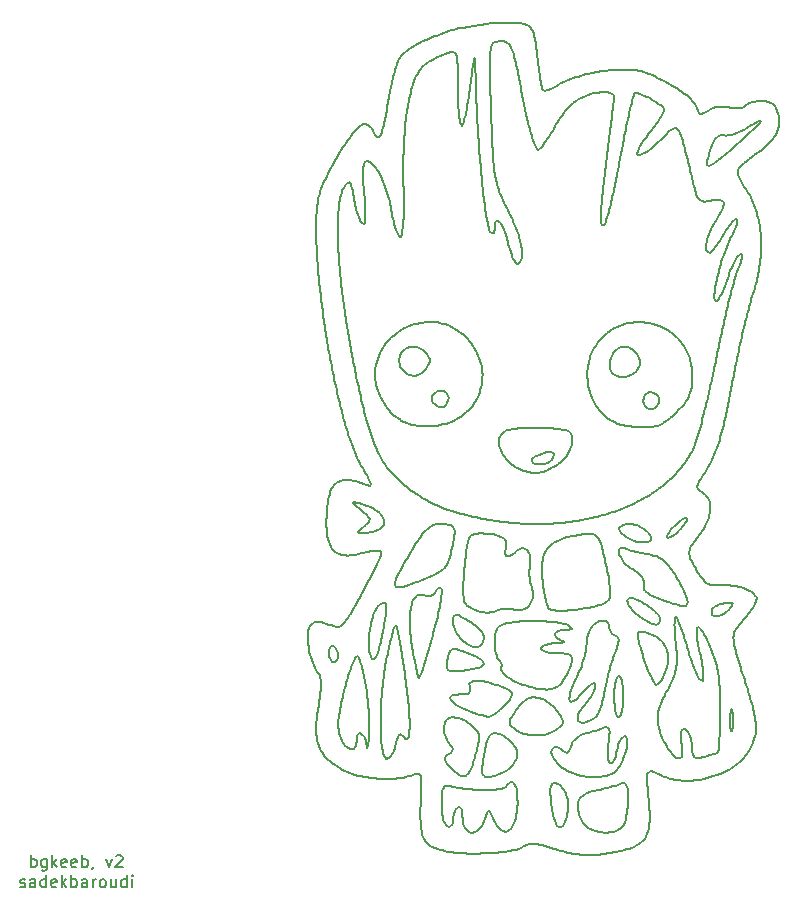
<source format=gbr>
%TF.GenerationSoftware,KiCad,Pcbnew,(5.1.10)-1*%
%TF.CreationDate,2021-12-02T16:11:21-08:00*%
%TF.ProjectId,bgkeeb,62676b65-6562-42e6-9b69-6361645f7063,rev?*%
%TF.SameCoordinates,Original*%
%TF.FileFunction,Legend,Top*%
%TF.FilePolarity,Positive*%
%FSLAX46Y46*%
G04 Gerber Fmt 4.6, Leading zero omitted, Abs format (unit mm)*
G04 Created by KiCad (PCBNEW (5.1.10)-1) date 2021-12-02 16:11:21*
%MOMM*%
%LPD*%
G01*
G04 APERTURE LIST*
%ADD10C,0.200000*%
%ADD11C,0.150000*%
G04 APERTURE END LIST*
D10*
X58708850Y-110045584D02*
X58708850Y-109045584D01*
X58708850Y-109426537D02*
X58804088Y-109378918D01*
X58994564Y-109378918D01*
X59089802Y-109426537D01*
X59137421Y-109474156D01*
X59185040Y-109569394D01*
X59185040Y-109855108D01*
X59137421Y-109950346D01*
X59089802Y-109997965D01*
X58994564Y-110045584D01*
X58804088Y-110045584D01*
X58708850Y-109997965D01*
X60042183Y-109378918D02*
X60042183Y-110188442D01*
X59994564Y-110283680D01*
X59946945Y-110331299D01*
X59851707Y-110378918D01*
X59708850Y-110378918D01*
X59613612Y-110331299D01*
X60042183Y-109997965D02*
X59946945Y-110045584D01*
X59756469Y-110045584D01*
X59661231Y-109997965D01*
X59613612Y-109950346D01*
X59565993Y-109855108D01*
X59565993Y-109569394D01*
X59613612Y-109474156D01*
X59661231Y-109426537D01*
X59756469Y-109378918D01*
X59946945Y-109378918D01*
X60042183Y-109426537D01*
X60518373Y-110045584D02*
X60518373Y-109045584D01*
X60613612Y-109664632D02*
X60899326Y-110045584D01*
X60899326Y-109378918D02*
X60518373Y-109759870D01*
X61708850Y-109997965D02*
X61613612Y-110045584D01*
X61423135Y-110045584D01*
X61327897Y-109997965D01*
X61280278Y-109902727D01*
X61280278Y-109521775D01*
X61327897Y-109426537D01*
X61423135Y-109378918D01*
X61613612Y-109378918D01*
X61708850Y-109426537D01*
X61756469Y-109521775D01*
X61756469Y-109617013D01*
X61280278Y-109712251D01*
X62565993Y-109997965D02*
X62470754Y-110045584D01*
X62280278Y-110045584D01*
X62185040Y-109997965D01*
X62137421Y-109902727D01*
X62137421Y-109521775D01*
X62185040Y-109426537D01*
X62280278Y-109378918D01*
X62470754Y-109378918D01*
X62565993Y-109426537D01*
X62613612Y-109521775D01*
X62613612Y-109617013D01*
X62137421Y-109712251D01*
X63042183Y-110045584D02*
X63042183Y-109045584D01*
X63042183Y-109426537D02*
X63137421Y-109378918D01*
X63327897Y-109378918D01*
X63423135Y-109426537D01*
X63470754Y-109474156D01*
X63518373Y-109569394D01*
X63518373Y-109855108D01*
X63470754Y-109950346D01*
X63423135Y-109997965D01*
X63327897Y-110045584D01*
X63137421Y-110045584D01*
X63042183Y-109997965D01*
X63994564Y-109997965D02*
X63994564Y-110045584D01*
X63946945Y-110140823D01*
X63899326Y-110188442D01*
X65089802Y-109378918D02*
X65327897Y-110045584D01*
X65565993Y-109378918D01*
X65899326Y-109140823D02*
X65946945Y-109093204D01*
X66042183Y-109045584D01*
X66280278Y-109045584D01*
X66375516Y-109093204D01*
X66423135Y-109140823D01*
X66470754Y-109236061D01*
X66470754Y-109331299D01*
X66423135Y-109474156D01*
X65851707Y-110045584D01*
X66470754Y-110045584D01*
X57804088Y-111697965D02*
X57899326Y-111745584D01*
X58089802Y-111745584D01*
X58185040Y-111697965D01*
X58232659Y-111602727D01*
X58232659Y-111555108D01*
X58185040Y-111459870D01*
X58089802Y-111412251D01*
X57946945Y-111412251D01*
X57851707Y-111364632D01*
X57804088Y-111269394D01*
X57804088Y-111221775D01*
X57851707Y-111126537D01*
X57946945Y-111078918D01*
X58089802Y-111078918D01*
X58185040Y-111126537D01*
X59089802Y-111745584D02*
X59089802Y-111221775D01*
X59042183Y-111126537D01*
X58946945Y-111078918D01*
X58756469Y-111078918D01*
X58661231Y-111126537D01*
X59089802Y-111697965D02*
X58994564Y-111745584D01*
X58756469Y-111745584D01*
X58661231Y-111697965D01*
X58613612Y-111602727D01*
X58613612Y-111507489D01*
X58661231Y-111412251D01*
X58756469Y-111364632D01*
X58994564Y-111364632D01*
X59089802Y-111317013D01*
X59994564Y-111745584D02*
X59994564Y-110745584D01*
X59994564Y-111697965D02*
X59899326Y-111745584D01*
X59708850Y-111745584D01*
X59613612Y-111697965D01*
X59565993Y-111650346D01*
X59518373Y-111555108D01*
X59518373Y-111269394D01*
X59565993Y-111174156D01*
X59613612Y-111126537D01*
X59708850Y-111078918D01*
X59899326Y-111078918D01*
X59994564Y-111126537D01*
X60851707Y-111697965D02*
X60756469Y-111745584D01*
X60565993Y-111745584D01*
X60470754Y-111697965D01*
X60423135Y-111602727D01*
X60423135Y-111221775D01*
X60470754Y-111126537D01*
X60565993Y-111078918D01*
X60756469Y-111078918D01*
X60851707Y-111126537D01*
X60899326Y-111221775D01*
X60899326Y-111317013D01*
X60423135Y-111412251D01*
X61327897Y-111745584D02*
X61327897Y-110745584D01*
X61423135Y-111364632D02*
X61708850Y-111745584D01*
X61708850Y-111078918D02*
X61327897Y-111459870D01*
X62137421Y-111745584D02*
X62137421Y-110745584D01*
X62137421Y-111126537D02*
X62232659Y-111078918D01*
X62423135Y-111078918D01*
X62518373Y-111126537D01*
X62565993Y-111174156D01*
X62613612Y-111269394D01*
X62613612Y-111555108D01*
X62565993Y-111650346D01*
X62518373Y-111697965D01*
X62423135Y-111745584D01*
X62232659Y-111745584D01*
X62137421Y-111697965D01*
X63470754Y-111745584D02*
X63470754Y-111221775D01*
X63423135Y-111126537D01*
X63327897Y-111078918D01*
X63137421Y-111078918D01*
X63042183Y-111126537D01*
X63470754Y-111697965D02*
X63375516Y-111745584D01*
X63137421Y-111745584D01*
X63042183Y-111697965D01*
X62994564Y-111602727D01*
X62994564Y-111507489D01*
X63042183Y-111412251D01*
X63137421Y-111364632D01*
X63375516Y-111364632D01*
X63470754Y-111317013D01*
X63946945Y-111745584D02*
X63946945Y-111078918D01*
X63946945Y-111269394D02*
X63994564Y-111174156D01*
X64042183Y-111126537D01*
X64137421Y-111078918D01*
X64232659Y-111078918D01*
X64708850Y-111745584D02*
X64613612Y-111697965D01*
X64565993Y-111650346D01*
X64518373Y-111555108D01*
X64518373Y-111269394D01*
X64565993Y-111174156D01*
X64613612Y-111126537D01*
X64708850Y-111078918D01*
X64851707Y-111078918D01*
X64946945Y-111126537D01*
X64994564Y-111174156D01*
X65042183Y-111269394D01*
X65042183Y-111555108D01*
X64994564Y-111650346D01*
X64946945Y-111697965D01*
X64851707Y-111745584D01*
X64708850Y-111745584D01*
X65899326Y-111078918D02*
X65899326Y-111745584D01*
X65470754Y-111078918D02*
X65470754Y-111602727D01*
X65518373Y-111697965D01*
X65613612Y-111745584D01*
X65756469Y-111745584D01*
X65851707Y-111697965D01*
X65899326Y-111650346D01*
X66804088Y-111745584D02*
X66804088Y-110745584D01*
X66804088Y-111697965D02*
X66708850Y-111745584D01*
X66518373Y-111745584D01*
X66423135Y-111697965D01*
X66375516Y-111650346D01*
X66327897Y-111555108D01*
X66327897Y-111269394D01*
X66375516Y-111174156D01*
X66423135Y-111126537D01*
X66518373Y-111078918D01*
X66708850Y-111078918D01*
X66804088Y-111126537D01*
X67280278Y-111745584D02*
X67280278Y-111078918D01*
X67280278Y-110745584D02*
X67232659Y-110793204D01*
X67280278Y-110840823D01*
X67327897Y-110793204D01*
X67280278Y-110745584D01*
X67280278Y-110840823D01*
X116220314Y-49390804D02*
X116150698Y-49602847D01*
X116150698Y-49602847D02*
X116083854Y-49816231D01*
X116083854Y-49816231D02*
X116022319Y-50031291D01*
X116022319Y-50031291D02*
X115968634Y-50248364D01*
X120378854Y-46893944D02*
X120163034Y-46986382D01*
X120163034Y-46986382D02*
X119953050Y-47090177D01*
X119953050Y-47090177D02*
X119747381Y-47202305D01*
X119747381Y-47202305D02*
X119544504Y-47319742D01*
X119544504Y-47319742D02*
X119342900Y-47439466D01*
X119342900Y-47439466D02*
X119141046Y-47558453D01*
X119141046Y-47558453D02*
X119059894Y-47605165D01*
X117354474Y-48105784D02*
X117144281Y-48076920D01*
X117144281Y-48076920D02*
X116960934Y-48109344D01*
X119059894Y-47605165D02*
X118866816Y-47710188D01*
X118866816Y-47710188D02*
X118669315Y-47806872D01*
X118669315Y-47806872D02*
X118467620Y-47894404D01*
X118467620Y-47894404D02*
X118261959Y-47971970D01*
X118261959Y-47971970D02*
X118052563Y-48038757D01*
X118052563Y-48038757D02*
X117981974Y-48058484D01*
X116090093Y-50665884D02*
X116288148Y-50603519D01*
X116288148Y-50603519D02*
X116469487Y-50498593D01*
X116469487Y-50498593D02*
X116550514Y-50446524D01*
X93393634Y-69740264D02*
X93393634Y-69740264D01*
X91089474Y-65971924D02*
X91005714Y-65975464D01*
X115965094Y-50580264D02*
X116090093Y-50665884D01*
X116658434Y-48394024D02*
X116550423Y-48567981D01*
X116550423Y-48567981D02*
X116459238Y-48750813D01*
X116459238Y-48750813D02*
X116380479Y-48939907D01*
X116380479Y-48939907D02*
X116309745Y-49132651D01*
X116309745Y-49132651D02*
X116242637Y-49326431D01*
X116242637Y-49326431D02*
X116220314Y-49390804D01*
X120473434Y-46882344D02*
X120378854Y-46893944D01*
X115968634Y-50248364D02*
X115945524Y-50456874D01*
X115945524Y-50456874D02*
X115965094Y-50580264D01*
X117981974Y-48058484D02*
X117768348Y-48104586D01*
X117768348Y-48104586D02*
X117551440Y-48125228D01*
X117551440Y-48125228D02*
X117354474Y-48105784D01*
X117524054Y-49679924D02*
X117698966Y-49531794D01*
X117698966Y-49531794D02*
X117873317Y-49383062D01*
X117873317Y-49383062D02*
X118047117Y-49233736D01*
X118047117Y-49233736D02*
X118220376Y-49083824D01*
X118220376Y-49083824D02*
X118393106Y-48933336D01*
X118393106Y-48933336D02*
X118565315Y-48782280D01*
X118565315Y-48782280D02*
X118737016Y-48630665D01*
X118737016Y-48630665D02*
X118908217Y-48478500D01*
X118908217Y-48478500D02*
X119078930Y-48325793D01*
X119078930Y-48325793D02*
X119249164Y-48172554D01*
X119249164Y-48172554D02*
X119362394Y-48070104D01*
X120378854Y-46893944D02*
X120378854Y-46893944D01*
X120423434Y-47047424D02*
X120506354Y-46930544D01*
X116550514Y-50446524D02*
X116740013Y-50312157D01*
X116740013Y-50312157D02*
X116924798Y-50171392D01*
X116924798Y-50171392D02*
X117106219Y-50026095D01*
X117106219Y-50026095D02*
X117285630Y-49878131D01*
X117285630Y-49878131D02*
X117464382Y-49729367D01*
X117464382Y-49729367D02*
X117524054Y-49679924D01*
X116960934Y-48109344D02*
X116791009Y-48229604D01*
X116791009Y-48229604D02*
X116658434Y-48394024D01*
X91005714Y-65975464D02*
X91005714Y-65975464D01*
X120506354Y-46930544D02*
X120473434Y-46882344D01*
X119362394Y-48070104D02*
X119532063Y-47914339D01*
X119532063Y-47914339D02*
X119701078Y-47757892D01*
X119701078Y-47757892D02*
X119868905Y-47600209D01*
X119868905Y-47600209D02*
X120035009Y-47440740D01*
X120035009Y-47440740D02*
X120198856Y-47278933D01*
X120198856Y-47278933D02*
X120359912Y-47114235D01*
X120359912Y-47114235D02*
X120423434Y-47047424D01*
X111854894Y-70754024D02*
X111896251Y-70550990D01*
X111896251Y-70550990D02*
X111875930Y-70344974D01*
X111875930Y-70344974D02*
X111788280Y-70158749D01*
X111788280Y-70158749D02*
X111762174Y-70125884D01*
X110846554Y-71166304D02*
X111040350Y-71257246D01*
X111040350Y-71257246D02*
X111252245Y-71271819D01*
X111252245Y-71271819D02*
X111347174Y-71243184D01*
X112994474Y-64869844D02*
X113154333Y-65000659D01*
X113154333Y-65000659D02*
X113308343Y-65138505D01*
X113308343Y-65138505D02*
X113456129Y-65283107D01*
X113456129Y-65283107D02*
X113597311Y-65434188D01*
X113597311Y-65434188D02*
X113731515Y-65591475D01*
X113731515Y-65591475D02*
X113858362Y-65754693D01*
X113858362Y-65754693D02*
X113977476Y-65923568D01*
X113977476Y-65923568D02*
X114088480Y-66097823D01*
X114088480Y-66097823D02*
X114190996Y-66277185D01*
X114190996Y-66277185D02*
X114284649Y-66461379D01*
X114284649Y-66461379D02*
X114341974Y-66586724D01*
X114425714Y-70192764D02*
X114326636Y-70379221D01*
X114326636Y-70379221D02*
X114215265Y-70557645D01*
X114215265Y-70557645D02*
X114093371Y-70728968D01*
X114093371Y-70728968D02*
X113962724Y-70894124D01*
X113962724Y-70894124D02*
X113825094Y-71054044D01*
X113825094Y-71054044D02*
X113682252Y-71209662D01*
X113682252Y-71209662D02*
X113535968Y-71361911D01*
X113535968Y-71361911D02*
X113388014Y-71511724D01*
X108586974Y-64205064D02*
X108785800Y-64134774D01*
X108785800Y-64134774D02*
X108987752Y-64073996D01*
X108987752Y-64073996D02*
X109192361Y-64022866D01*
X109192361Y-64022866D02*
X109399159Y-63981521D01*
X109399159Y-63981521D02*
X109607675Y-63950098D01*
X109607675Y-63950098D02*
X109817442Y-63928733D01*
X109817442Y-63928733D02*
X110027991Y-63917562D01*
X110027991Y-63917562D02*
X110238854Y-63916724D01*
X94975734Y-64713604D02*
X95164073Y-64860346D01*
X95164073Y-64860346D02*
X95345297Y-65015776D01*
X95345297Y-65015776D02*
X95519086Y-65179480D01*
X95519086Y-65179480D02*
X95685121Y-65351041D01*
X95685121Y-65351041D02*
X95843081Y-65530045D01*
X95843081Y-65530045D02*
X95992646Y-65716077D01*
X95992646Y-65716077D02*
X96133497Y-65908721D01*
X96133497Y-65908721D02*
X96265314Y-66107564D01*
X109665934Y-66229844D02*
X109473093Y-66117125D01*
X109473093Y-66117125D02*
X109264265Y-66038253D01*
X109264265Y-66038253D02*
X109045005Y-65997704D01*
X109045005Y-65997704D02*
X108920734Y-65993384D01*
X102644674Y-74904424D02*
X102644674Y-74904424D01*
X109926974Y-68092144D02*
X110067170Y-67920793D01*
X110067170Y-67920793D02*
X110174462Y-67726389D01*
X110174462Y-67726389D02*
X110242388Y-67515904D01*
X110242388Y-67515904D02*
X110264487Y-67296311D01*
X110264487Y-67296311D02*
X110254054Y-67169424D01*
X91418014Y-72669004D02*
X91187206Y-72630981D01*
X91187206Y-72630981D02*
X90957765Y-72582526D01*
X90957765Y-72582526D02*
X90731302Y-72521875D01*
X90731302Y-72521875D02*
X90509430Y-72447263D01*
X90509430Y-72447263D02*
X90293760Y-72356928D01*
X90293760Y-72356928D02*
X90085906Y-72249105D01*
X90085906Y-72249105D02*
X90005314Y-72200684D01*
X101552594Y-72844004D02*
X101552594Y-72844004D01*
X90005314Y-72200684D02*
X89794006Y-72061715D01*
X89794006Y-72061715D02*
X89593078Y-71908757D01*
X89593078Y-71908757D02*
X89402556Y-71743030D01*
X89402556Y-71743030D02*
X89222466Y-71565759D01*
X89222466Y-71565759D02*
X89052836Y-71378165D01*
X89052836Y-71378165D02*
X88893693Y-71181473D01*
X88893693Y-71181473D02*
X88745063Y-70976905D01*
X88745063Y-70976905D02*
X88606974Y-70765684D01*
X96265314Y-66107564D02*
X96386651Y-66313920D01*
X96386651Y-66313920D02*
X96497354Y-66526518D01*
X96497354Y-66526518D02*
X96596962Y-66744722D01*
X96596962Y-66744722D02*
X96685013Y-66967894D01*
X96685013Y-66967894D02*
X96761045Y-67195399D01*
X96761045Y-67195399D02*
X96824597Y-67426598D01*
X96824597Y-67426598D02*
X96875207Y-67660857D01*
X96875207Y-67660857D02*
X96912413Y-67897537D01*
X96912413Y-67897537D02*
X96935755Y-68136003D01*
X96935755Y-68136003D02*
X96944770Y-68375617D01*
X96944770Y-68375617D02*
X96942594Y-68535684D01*
X114341974Y-66586724D02*
X114419849Y-66776312D01*
X114419849Y-66776312D02*
X114487549Y-66969316D01*
X114487549Y-66969316D02*
X114545446Y-67165295D01*
X114545446Y-67165295D02*
X114593911Y-67363807D01*
X114593911Y-67363807D02*
X114633317Y-67564411D01*
X114633317Y-67564411D02*
X114664035Y-67766668D01*
X114664035Y-67766668D02*
X114686436Y-67970136D01*
X114686436Y-67970136D02*
X114700893Y-68174374D01*
X114700893Y-68174374D02*
X114707778Y-68378942D01*
X114707778Y-68378942D02*
X114707461Y-68583399D01*
X114707461Y-68583399D02*
X114703434Y-68719424D01*
X107983854Y-66569844D02*
X107882181Y-66756604D01*
X107882181Y-66756604D02*
X107802868Y-66954343D01*
X107802868Y-66954343D02*
X107746974Y-67160061D01*
X107746974Y-67160061D02*
X107715557Y-67370759D01*
X107715557Y-67370759D02*
X107709674Y-67583437D01*
X107709674Y-67583437D02*
X107730386Y-67795097D01*
X107730386Y-67795097D02*
X107746354Y-67878804D01*
X106963854Y-65325884D02*
X107134577Y-65144724D01*
X107134577Y-65144724D02*
X107315721Y-64973894D01*
X107315721Y-64973894D02*
X107506671Y-64814094D01*
X107506671Y-64814094D02*
X107706811Y-64666024D01*
X107706811Y-64666024D02*
X107915527Y-64530385D01*
X107915527Y-64530385D02*
X108132203Y-64407878D01*
X108132203Y-64407878D02*
X108356223Y-64299204D01*
X108356223Y-64299204D02*
X108586974Y-64205064D01*
X110238854Y-63916724D02*
X110516360Y-63930116D01*
X110516360Y-63930116D02*
X110792561Y-63960029D01*
X110792561Y-63960029D02*
X111066535Y-64006183D01*
X111066535Y-64006183D02*
X111337363Y-64068301D01*
X111337363Y-64068301D02*
X111604122Y-64146104D01*
X111604122Y-64146104D02*
X111865892Y-64239315D01*
X111865892Y-64239315D02*
X112121754Y-64347654D01*
X112121754Y-64347654D02*
X112370785Y-64470845D01*
X112370785Y-64470845D02*
X112612065Y-64608609D01*
X112612065Y-64608609D02*
X112844673Y-64760667D01*
X112844673Y-64760667D02*
X112994474Y-64869844D01*
X102910714Y-74950884D02*
X102712761Y-74904154D01*
X102712761Y-74904154D02*
X102644674Y-74904424D01*
X91942594Y-66284224D02*
X91777121Y-66167175D01*
X91777121Y-66167175D02*
X91596879Y-66074042D01*
X91596879Y-66074042D02*
X91405282Y-66008761D01*
X91405282Y-66008761D02*
X91205745Y-65975272D01*
X91205745Y-65975272D02*
X91089474Y-65971924D01*
X92438854Y-66936504D02*
X92354481Y-66747023D01*
X92354481Y-66747023D02*
X92237516Y-66576231D01*
X92237516Y-66576231D02*
X92097154Y-66422505D01*
X92097154Y-66422505D02*
X91942594Y-66284224D01*
X109524054Y-72738604D02*
X109301119Y-72708900D01*
X109301119Y-72708900D02*
X109078597Y-72674408D01*
X109078597Y-72674408D02*
X108857253Y-72633018D01*
X108857253Y-72633018D02*
X108637854Y-72582619D01*
X108637854Y-72582619D02*
X108421167Y-72521104D01*
X108421167Y-72521104D02*
X108349674Y-72497764D01*
X92403014Y-67439844D02*
X92463749Y-67238654D01*
X92463749Y-67238654D02*
X92464879Y-67030148D01*
X92464879Y-67030148D02*
X92438854Y-66936504D01*
X91633854Y-68316104D02*
X91818873Y-68193102D01*
X91818873Y-68193102D02*
X91985978Y-68047197D01*
X91985978Y-68047197D02*
X92134343Y-67881847D01*
X92134343Y-67881847D02*
X92263142Y-67700512D01*
X92263142Y-67700512D02*
X92371551Y-67506650D01*
X92371551Y-67506650D02*
X92403014Y-67439844D01*
X107990094Y-68312564D02*
X108158548Y-68421167D01*
X108158548Y-68421167D02*
X108371190Y-68503274D01*
X108371190Y-68503274D02*
X108567985Y-68540559D01*
X108567985Y-68540559D02*
X108768383Y-68547645D01*
X108768383Y-68547645D02*
X108853854Y-68541924D01*
X110576974Y-70362344D02*
X110555693Y-70584726D01*
X110555693Y-70584726D02*
X110594261Y-70805491D01*
X110594261Y-70805491D02*
X110691580Y-71005672D01*
X110691580Y-71005672D02*
X110846554Y-71166304D01*
X94053014Y-70184644D02*
X93978151Y-69990916D01*
X93978151Y-69990916D02*
X93829054Y-69849224D01*
X108853854Y-68541924D02*
X109074359Y-68513818D01*
X109074359Y-68513818D02*
X109291617Y-68461647D01*
X109291617Y-68461647D02*
X109500534Y-68383713D01*
X109500534Y-68383713D02*
X109696020Y-68278319D01*
X109696020Y-68278319D02*
X109872982Y-68143767D01*
X109872982Y-68143767D02*
X109926974Y-68092144D01*
X110254054Y-67169424D02*
X110207668Y-66960727D01*
X110207668Y-66960727D02*
X110128722Y-66762219D01*
X110128722Y-66762219D02*
X110019982Y-66578240D01*
X110019982Y-66578240D02*
X109884215Y-66413131D01*
X109884215Y-66413131D02*
X109724188Y-66271234D01*
X109724188Y-66271234D02*
X109665934Y-66229844D01*
X111762174Y-70125884D02*
X111608238Y-69973487D01*
X111608238Y-69973487D02*
X111420030Y-69866621D01*
X111420030Y-69866621D02*
X111210341Y-69822444D01*
X111210341Y-69822444D02*
X111089274Y-69831304D01*
X91005714Y-65975464D02*
X90784115Y-66016256D01*
X90784115Y-66016256D02*
X90573536Y-66096675D01*
X90573536Y-66096675D02*
X90380024Y-66212676D01*
X90380024Y-66212676D02*
X90209623Y-66360218D01*
X90209623Y-66360218D02*
X90068379Y-66535256D01*
X90068379Y-66535256D02*
X89962339Y-66733746D01*
X89962339Y-66733746D02*
X89931134Y-66818804D01*
X113388014Y-71511724D02*
X113211780Y-71684259D01*
X113211780Y-71684259D02*
X113031937Y-71853866D01*
X113031937Y-71853866D02*
X112847073Y-72017984D01*
X112847073Y-72017984D02*
X112655777Y-72174053D01*
X112655777Y-72174053D02*
X112456636Y-72319514D01*
X112456636Y-72319514D02*
X112248240Y-72451807D01*
X112248240Y-72451807D02*
X112161974Y-72500464D01*
X90858434Y-68424004D02*
X91056613Y-68452147D01*
X91056613Y-68452147D02*
X91256846Y-68444431D01*
X91256846Y-68444431D02*
X91475343Y-68391232D01*
X91475343Y-68391232D02*
X91633854Y-68316104D01*
X107070094Y-71627764D02*
X106935082Y-71479824D01*
X106935082Y-71479824D02*
X106807691Y-71325516D01*
X106807691Y-71325516D02*
X106687959Y-71165284D01*
X106687959Y-71165284D02*
X106575925Y-70999572D01*
X106575925Y-70999572D02*
X106471628Y-70828824D01*
X106471628Y-70828824D02*
X106375107Y-70653484D01*
X106375107Y-70653484D02*
X106286400Y-70473997D01*
X106286400Y-70473997D02*
X106205548Y-70290805D01*
X106205548Y-70290805D02*
X106132588Y-70104354D01*
X106132588Y-70104354D02*
X106067560Y-69915087D01*
X106067560Y-69915087D02*
X106028634Y-69787564D01*
X90054474Y-67794004D02*
X90187469Y-67979956D01*
X90187469Y-67979956D02*
X90346309Y-68145815D01*
X90346309Y-68145815D02*
X90528850Y-68283570D01*
X90528850Y-68283570D02*
X90732950Y-68385215D01*
X90732950Y-68385215D02*
X90858434Y-68424004D01*
X89931134Y-66818804D02*
X89890008Y-67035937D01*
X89890008Y-67035937D02*
X89885127Y-67257387D01*
X89885127Y-67257387D02*
X89918701Y-67475629D01*
X89918701Y-67475629D02*
X89992941Y-67683140D01*
X89992941Y-67683140D02*
X90054474Y-67794004D01*
X92597594Y-63897144D02*
X92597594Y-63897144D01*
X93829054Y-69849224D02*
X93633170Y-69767178D01*
X93633170Y-69767178D02*
X93422089Y-69739776D01*
X93422089Y-69739776D02*
X93393634Y-69740264D01*
X96248214Y-70765684D02*
X96097953Y-70976133D01*
X96097953Y-70976133D02*
X95934809Y-71176496D01*
X95934809Y-71176496D02*
X95759588Y-71366288D01*
X95759588Y-71366288D02*
X95573097Y-71545027D01*
X95573097Y-71545027D02*
X95376143Y-71712228D01*
X95376143Y-71712228D02*
X95169531Y-71867406D01*
X95169531Y-71867406D02*
X94954069Y-72010077D01*
X94954069Y-72010077D02*
X94730563Y-72139759D01*
X94730563Y-72139759D02*
X94499819Y-72255965D01*
X94499819Y-72255965D02*
X94262644Y-72358212D01*
X94262644Y-72358212D02*
X94101354Y-72418384D01*
X110238854Y-63916724D02*
X110238854Y-63916724D01*
X114703434Y-68719424D02*
X114693188Y-68954531D01*
X114693188Y-68954531D02*
X114675499Y-69190208D01*
X114675499Y-69190208D02*
X114647070Y-69424829D01*
X114647070Y-69424829D02*
X114604607Y-69656769D01*
X114604607Y-69656769D02*
X114544814Y-69884404D01*
X114544814Y-69884404D02*
X114464395Y-70106107D01*
X114464395Y-70106107D02*
X114425714Y-70192764D01*
X96942594Y-68535684D02*
X96931031Y-68757136D01*
X96931031Y-68757136D02*
X96908410Y-68977863D01*
X96908410Y-68977863D02*
X96874724Y-69197229D01*
X96874724Y-69197229D02*
X96829968Y-69414597D01*
X96829968Y-69414597D02*
X96774135Y-69629331D01*
X96774135Y-69629331D02*
X96707218Y-69840794D01*
X96707218Y-69840794D02*
X96629212Y-70048351D01*
X96629212Y-70048351D02*
X96540111Y-70251365D01*
X96540111Y-70251365D02*
X96439907Y-70449199D01*
X96439907Y-70449199D02*
X96328596Y-70641217D01*
X96328596Y-70641217D02*
X96248214Y-70765684D01*
X111089274Y-69831304D02*
X111089274Y-69831304D01*
X93393634Y-69740264D02*
X93185923Y-69778957D01*
X93185923Y-69778957D02*
X92990961Y-69862789D01*
X92990961Y-69862789D02*
X92822440Y-69989783D01*
X92822440Y-69989783D02*
X92694054Y-70157964D01*
X93869274Y-70917344D02*
X93976145Y-70727971D01*
X93976145Y-70727971D02*
X94044886Y-70521043D01*
X94044886Y-70521043D02*
X94065728Y-70305212D01*
X94065728Y-70305212D02*
X94053014Y-70184644D01*
X93506134Y-71113604D02*
X93701082Y-71066991D01*
X93701082Y-71066991D02*
X93862038Y-70928966D01*
X93862038Y-70928966D02*
X93869274Y-70917344D01*
X92776134Y-70718384D02*
X92921865Y-70875674D01*
X92921865Y-70875674D02*
X93096524Y-71001381D01*
X93096524Y-71001381D02*
X93293487Y-71084394D01*
X93293487Y-71084394D02*
X93506134Y-71113604D01*
X107746354Y-67878804D02*
X107810359Y-68075462D01*
X107810359Y-68075462D02*
X107918448Y-68249253D01*
X107918448Y-68249253D02*
X107990094Y-68312564D01*
X106028634Y-69787564D02*
X105963991Y-69549933D01*
X105963991Y-69549933D02*
X105910720Y-69309263D01*
X105910720Y-69309263D02*
X105869053Y-69066185D01*
X105869053Y-69066185D02*
X105839220Y-68821329D01*
X105839220Y-68821329D02*
X105821454Y-68575326D01*
X105821454Y-68575326D02*
X105815986Y-68328805D01*
X105815986Y-68328805D02*
X105823049Y-68082398D01*
X105823049Y-68082398D02*
X105842874Y-67836735D01*
X105842874Y-67836735D02*
X105875692Y-67592446D01*
X105875692Y-67592446D02*
X105921736Y-67350161D01*
X105921736Y-67350161D02*
X105959894Y-67190064D01*
X92694054Y-70157964D02*
X92647090Y-70356419D01*
X92647090Y-70356419D02*
X92681318Y-70558037D01*
X92681318Y-70558037D02*
X92776134Y-70718384D01*
X108920714Y-65993384D02*
X108707798Y-66022765D01*
X108707798Y-66022765D02*
X108505594Y-66093846D01*
X108505594Y-66093846D02*
X108319936Y-66201790D01*
X108319936Y-66201790D02*
X108156659Y-66341759D01*
X108156659Y-66341759D02*
X108021596Y-66508918D01*
X108021596Y-66508918D02*
X107983854Y-66569844D01*
X108920734Y-65993384D02*
X108920734Y-65993384D01*
X90713014Y-64253184D02*
X90938657Y-64167573D01*
X90938657Y-64167573D02*
X91168202Y-64093014D01*
X91168202Y-64093014D02*
X91401117Y-64029853D01*
X91401117Y-64029853D02*
X91636869Y-63978436D01*
X91636869Y-63978436D02*
X91874924Y-63939110D01*
X91874924Y-63939110D02*
X92114752Y-63912221D01*
X92114752Y-63912221D02*
X92355819Y-63898117D01*
X92355819Y-63898117D02*
X92597594Y-63897144D01*
X88771974Y-65706924D02*
X88919342Y-65530469D01*
X88919342Y-65530469D02*
X89075015Y-65361334D01*
X89075015Y-65361334D02*
X89238598Y-65199862D01*
X89238598Y-65199862D02*
X89409692Y-65046395D01*
X89409692Y-65046395D02*
X89587902Y-64901277D01*
X89587902Y-64901277D02*
X89772831Y-64764850D01*
X89772831Y-64764850D02*
X89964082Y-64637457D01*
X89964082Y-64637457D02*
X90161259Y-64519441D01*
X90161259Y-64519441D02*
X90363963Y-64411145D01*
X90363963Y-64411145D02*
X90571800Y-64312912D01*
X90571800Y-64312912D02*
X90713014Y-64253184D01*
X87929674Y-67500464D02*
X87987103Y-67257175D01*
X87987103Y-67257175D02*
X88058856Y-67017698D01*
X88058856Y-67017698D02*
X88144607Y-66782854D01*
X88144607Y-66782854D02*
X88244031Y-66553466D01*
X88244031Y-66553466D02*
X88356805Y-66330357D01*
X88356805Y-66330357D02*
X88482603Y-66114348D01*
X88482603Y-66114348D02*
X88621100Y-65906263D01*
X88621100Y-65906263D02*
X88771974Y-65706924D01*
X111062393Y-72804644D02*
X110821835Y-72815611D01*
X110821835Y-72815611D02*
X110581125Y-72816779D01*
X110581125Y-72816779D02*
X110340414Y-72809453D01*
X110340414Y-72809453D02*
X110099857Y-72794940D01*
X110099857Y-72794940D02*
X109859604Y-72774546D01*
X109859604Y-72774546D02*
X109619809Y-72749579D01*
X109619809Y-72749579D02*
X109524054Y-72738604D01*
X87903854Y-69007764D02*
X87868309Y-68773589D01*
X87868309Y-68773589D02*
X87848361Y-68537652D01*
X87848361Y-68537652D02*
X87843370Y-68300815D01*
X87843370Y-68300815D02*
X87852698Y-68063943D01*
X87852698Y-68063943D02*
X87875704Y-67827897D01*
X87875704Y-67827897D02*
X87911748Y-67593540D01*
X87911748Y-67593540D02*
X87929674Y-67500464D01*
X88606974Y-70765684D02*
X88484670Y-70561502D01*
X88484670Y-70561502D02*
X88371100Y-70352167D01*
X88371100Y-70352167D02*
X88266813Y-70138033D01*
X88266813Y-70138033D02*
X88172359Y-69919454D01*
X88172359Y-69919454D02*
X88088286Y-69696783D01*
X88088286Y-69696783D02*
X88015145Y-69470375D01*
X88015145Y-69470375D02*
X87953484Y-69240584D01*
X87953484Y-69240584D02*
X87903854Y-69007764D01*
X92597594Y-63897144D02*
X92836786Y-63909696D01*
X92836786Y-63909696D02*
X93074983Y-63935797D01*
X93074983Y-63935797D02*
X93311367Y-63975340D01*
X93311367Y-63975340D02*
X93545118Y-64028216D01*
X93545118Y-64028216D02*
X93775418Y-64094320D01*
X93775418Y-64094320D02*
X94001448Y-64173545D01*
X94001448Y-64173545D02*
X94222388Y-64265784D01*
X94222388Y-64265784D02*
X94437421Y-64370929D01*
X94437421Y-64370929D02*
X94645728Y-64488874D01*
X94645728Y-64488874D02*
X94846489Y-64619512D01*
X94846489Y-64619512D02*
X94975734Y-64713604D01*
X111089274Y-69831304D02*
X110887779Y-69914688D01*
X110887779Y-69914688D02*
X110723674Y-70058541D01*
X110723674Y-70058541D02*
X110611500Y-70245815D01*
X110611500Y-70245815D02*
X110576974Y-70362344D01*
X105959894Y-67190064D02*
X106015533Y-66997676D01*
X106015533Y-66997676D02*
X106079479Y-66807842D01*
X106079479Y-66807842D02*
X106151612Y-66620941D01*
X106151612Y-66620941D02*
X106231813Y-66437350D01*
X106231813Y-66437350D02*
X106319962Y-66257447D01*
X106319962Y-66257447D02*
X106415941Y-66081609D01*
X106415941Y-66081609D02*
X106519629Y-65910214D01*
X106519629Y-65910214D02*
X106630908Y-65743640D01*
X106630908Y-65743640D02*
X106749658Y-65582264D01*
X106749658Y-65582264D02*
X106875760Y-65426465D01*
X106875760Y-65426465D02*
X106963854Y-65325884D01*
X111347174Y-71243184D02*
X111525401Y-71146027D01*
X111525401Y-71146027D02*
X111682635Y-71016659D01*
X111682635Y-71016659D02*
X111805886Y-70856195D01*
X111805886Y-70856195D02*
X111854894Y-70754024D01*
X108349674Y-72497764D02*
X108124819Y-72403592D01*
X108124819Y-72403592D02*
X107908825Y-72291244D01*
X107908825Y-72291244D02*
X107701942Y-72162566D01*
X107701942Y-72162566D02*
X107504423Y-72019404D01*
X107504423Y-72019404D02*
X107316521Y-71863603D01*
X107316521Y-71863603D02*
X107138487Y-71697010D01*
X107138487Y-71697010D02*
X107070094Y-71627764D01*
X112161974Y-72500464D02*
X111967674Y-72594012D01*
X111967674Y-72594012D02*
X111766340Y-72670882D01*
X111766340Y-72670882D02*
X111559372Y-72730917D01*
X111559372Y-72730917D02*
X111348168Y-72773959D01*
X111348168Y-72773959D02*
X111134128Y-72799851D01*
X111134128Y-72799851D02*
X111062393Y-72804644D01*
X94101354Y-72418384D02*
X93858786Y-72497569D01*
X93858786Y-72497569D02*
X93612842Y-72564634D01*
X93612842Y-72564634D02*
X93364047Y-72619786D01*
X93364047Y-72619786D02*
X93112925Y-72663232D01*
X93112925Y-72663232D02*
X92859999Y-72695179D01*
X92859999Y-72695179D02*
X92605796Y-72715834D01*
X92605796Y-72715834D02*
X92350838Y-72725404D01*
X92350838Y-72725404D02*
X92095650Y-72724097D01*
X92095650Y-72724097D02*
X91840757Y-72712118D01*
X91840757Y-72712118D02*
X91586683Y-72689676D01*
X91586683Y-72689676D02*
X91418014Y-72669004D01*
X109811354Y-44543445D02*
X109739054Y-44676404D01*
X100792174Y-76610684D02*
X100562564Y-76548747D01*
X100562564Y-76548747D02*
X100337088Y-76472417D01*
X100337088Y-76472417D02*
X100117042Y-76381549D01*
X100117042Y-76381549D02*
X99903724Y-76276000D01*
X99903724Y-76276000D02*
X99698431Y-76155626D01*
X99698431Y-76155626D02*
X99502461Y-76020284D01*
X99502461Y-76020284D02*
X99426974Y-75961924D01*
X102942814Y-76192964D02*
X102729063Y-76297127D01*
X102729063Y-76297127D02*
X102512149Y-76395548D01*
X102512149Y-76395548D02*
X102291543Y-76484950D01*
X102291543Y-76484950D02*
X102066717Y-76562054D01*
X102066717Y-76562054D02*
X101837144Y-76623582D01*
X101837144Y-76623582D02*
X101759474Y-76640064D01*
X101759474Y-76640064D02*
X101548383Y-76670235D01*
X101548383Y-76670235D02*
X101335483Y-76678634D01*
X101335483Y-76678634D02*
X101122554Y-76666751D01*
X101122554Y-76666751D02*
X100911376Y-76636076D01*
X100911376Y-76636076D02*
X100792174Y-76610684D01*
X107668854Y-48381544D02*
X107694258Y-48173554D01*
X107694258Y-48173554D02*
X107719603Y-47965544D01*
X107719603Y-47965544D02*
X107744875Y-47757513D01*
X107744875Y-47757513D02*
X107770056Y-47549460D01*
X107770056Y-47549460D02*
X107795133Y-47341387D01*
X107795133Y-47341387D02*
X107820090Y-47133293D01*
X107820090Y-47133293D02*
X107844911Y-46925179D01*
X107844911Y-46925179D02*
X107869581Y-46717044D01*
X107869581Y-46717044D02*
X107894085Y-46508888D01*
X107894085Y-46508888D02*
X107918408Y-46300711D01*
X107918408Y-46300711D02*
X107942533Y-46092514D01*
X107942533Y-46092514D02*
X107966447Y-45884297D01*
X107966447Y-45884297D02*
X107990133Y-45676059D01*
X107990133Y-45676059D02*
X108013576Y-45467801D01*
X108013576Y-45467801D02*
X108036762Y-45259522D01*
X108036762Y-45259522D02*
X108059674Y-45051224D01*
X107094054Y-55656104D02*
X106995121Y-55473755D01*
X106995121Y-55473755D02*
X106979053Y-55405264D01*
X112341354Y-46029244D02*
X112320734Y-45825784D01*
X99318014Y-40575104D02*
X99200190Y-40397324D01*
X99200190Y-40397324D02*
X99045496Y-40252209D01*
X99045496Y-40252209D02*
X98917394Y-40190484D01*
X101552594Y-72844004D02*
X101766699Y-72848517D01*
X101766699Y-72848517D02*
X101980878Y-72854385D01*
X101980878Y-72854385D02*
X102195048Y-72862061D01*
X102195048Y-72862061D02*
X102409127Y-72872001D01*
X102409127Y-72872001D02*
X102623035Y-72884657D01*
X102623035Y-72884657D02*
X102836691Y-72900486D01*
X102836691Y-72900486D02*
X103050012Y-72919940D01*
X103050012Y-72919940D02*
X103262917Y-72943476D01*
X103262917Y-72943476D02*
X103475325Y-72971547D01*
X103475325Y-72971547D02*
X103687155Y-73004607D01*
X103687155Y-73004607D02*
X103828014Y-73029644D01*
X100004274Y-43125484D02*
X99956212Y-42888578D01*
X99956212Y-42888578D02*
X99907361Y-42651787D01*
X99907361Y-42651787D02*
X99857285Y-42415226D01*
X99857285Y-42415226D02*
X99805546Y-42179011D01*
X99805546Y-42179011D02*
X99751708Y-41943256D01*
X99751708Y-41943256D02*
X99695334Y-41708077D01*
X99695334Y-41708077D02*
X99635988Y-41473588D01*
X99635988Y-41473588D02*
X99573234Y-41239905D01*
X101215314Y-48495744D02*
X101153999Y-48303317D01*
X101153999Y-48303317D02*
X101095409Y-48110078D01*
X101095409Y-48110078D02*
X101039300Y-47916111D01*
X101039300Y-47916111D02*
X100985429Y-47721500D01*
X100985429Y-47721500D02*
X100933552Y-47526330D01*
X100933552Y-47526330D02*
X100883427Y-47330685D01*
X100883427Y-47330685D02*
X100834809Y-47134648D01*
X100834809Y-47134648D02*
X100787456Y-46938305D01*
X100787456Y-46938305D02*
X100741125Y-46741739D01*
X100741125Y-46741739D02*
X100695571Y-46545035D01*
X100695571Y-46545035D02*
X100665514Y-46413864D01*
X103193634Y-47150944D02*
X103090851Y-47335158D01*
X103090851Y-47335158D02*
X102987063Y-47518840D01*
X102987063Y-47518840D02*
X102881855Y-47701705D01*
X102881855Y-47701705D02*
X102774808Y-47883471D01*
X102774808Y-47883471D02*
X102665506Y-48063857D01*
X102665506Y-48063857D02*
X102553531Y-48242579D01*
X102553531Y-48242579D02*
X102438465Y-48419356D01*
X102438465Y-48419356D02*
X102319893Y-48593904D01*
X106944274Y-44453324D02*
X106730951Y-44474483D01*
X106730951Y-44474483D02*
X106518593Y-44505910D01*
X106518593Y-44505910D02*
X106307890Y-44547705D01*
X106307890Y-44547705D02*
X106099533Y-44599970D01*
X106099533Y-44599970D02*
X105894211Y-44662806D01*
X105894211Y-44662806D02*
X105692613Y-44736315D01*
X105692613Y-44736315D02*
X105495431Y-44820598D01*
X105495431Y-44820598D02*
X105303354Y-44915755D01*
X105303354Y-44915755D02*
X105117072Y-45021888D01*
X105117072Y-45021888D02*
X104937275Y-45139099D01*
X104937275Y-45139099D02*
X104821354Y-45223444D01*
X106979053Y-55405264D02*
X106955902Y-55191081D01*
X106955902Y-55191081D02*
X106951348Y-54975861D01*
X106951348Y-54975861D02*
X106958202Y-54760293D01*
X106958202Y-54760293D02*
X106969274Y-54545064D01*
X107318014Y-55585684D02*
X107219894Y-55688184D01*
X110051354Y-44531844D02*
X109846094Y-44527813D01*
X109846094Y-44527813D02*
X109811354Y-44543445D01*
X112320734Y-45825784D02*
X112189579Y-45674523D01*
X112189579Y-45674523D02*
X112033404Y-45546482D01*
X112033404Y-45546482D02*
X112012814Y-45529505D01*
X101664893Y-49322964D02*
X101591774Y-49283704D01*
X106969274Y-54545064D02*
X106984182Y-54326282D01*
X106984182Y-54326282D02*
X107001200Y-54107634D01*
X107001200Y-54107634D02*
X107020075Y-53889112D01*
X107020075Y-53889112D02*
X107040555Y-53670704D01*
X107040555Y-53670704D02*
X107062387Y-53452403D01*
X107062387Y-53452403D02*
X107085319Y-53234200D01*
X107085319Y-53234200D02*
X107109099Y-53016083D01*
X107109099Y-53016083D02*
X107133476Y-52798045D01*
X107133476Y-52798045D02*
X107158195Y-52580077D01*
X107158195Y-52580077D02*
X107183007Y-52362168D01*
X107183007Y-52362168D02*
X107199474Y-52216924D01*
X109440094Y-45880224D02*
X109376965Y-46167686D01*
X109376965Y-46167686D02*
X109315004Y-46455327D01*
X109315004Y-46455327D02*
X109254105Y-46743139D01*
X109254105Y-46743139D02*
X109194162Y-47031113D01*
X109194162Y-47031113D02*
X109135068Y-47319239D01*
X109135068Y-47319239D02*
X109076718Y-47607509D01*
X109076718Y-47607509D02*
X109019006Y-47895916D01*
X109019006Y-47895916D02*
X108961825Y-48184449D01*
X108961825Y-48184449D02*
X108905069Y-48473100D01*
X108905069Y-48473100D02*
X108848633Y-48761860D01*
X108848633Y-48761860D02*
X108811134Y-48954424D01*
X112044894Y-46553944D02*
X112155006Y-46378053D01*
X112155006Y-46378053D02*
X112259554Y-46198861D01*
X112259554Y-46198861D02*
X112341354Y-46029244D01*
X112012814Y-45529505D02*
X111840448Y-45401977D01*
X111840448Y-45401977D02*
X111662763Y-45282307D01*
X111662763Y-45282307D02*
X111480575Y-45169597D01*
X111480575Y-45169597D02*
X111294699Y-45062949D01*
X111294699Y-45062949D02*
X111105952Y-44961462D01*
X111105952Y-44961462D02*
X110915148Y-44864240D01*
X110915148Y-44864240D02*
X110838434Y-44826344D01*
X104529474Y-73611504D02*
X104553495Y-73832156D01*
X104553495Y-73832156D02*
X104544194Y-74052803D01*
X104544194Y-74052803D02*
X104506087Y-74271021D01*
X104506087Y-74271021D02*
X104443689Y-74484388D01*
X104443689Y-74484388D02*
X104361518Y-74690481D01*
X104361518Y-74690481D02*
X104330514Y-74757144D01*
X104343014Y-73200884D02*
X104463709Y-73375711D01*
X104463709Y-73375711D02*
X104520092Y-73569937D01*
X104520092Y-73569937D02*
X104529474Y-73611504D01*
X103828014Y-73029644D02*
X104027891Y-73074433D01*
X104027891Y-73074433D02*
X104222259Y-73138006D01*
X104222259Y-73138006D02*
X104343014Y-73200884D01*
X108811134Y-48954424D02*
X108772574Y-49155507D01*
X108772574Y-49155507D02*
X108734202Y-49356669D01*
X108734202Y-49356669D02*
X108695963Y-49557890D01*
X108695963Y-49557890D02*
X108657802Y-49759150D01*
X108657802Y-49759150D02*
X108619665Y-49960431D01*
X108619665Y-49960431D02*
X108581497Y-50161713D01*
X108581497Y-50161713D02*
X108543242Y-50362976D01*
X108543242Y-50362976D02*
X108504847Y-50564200D01*
X108504847Y-50564200D02*
X108466256Y-50765367D01*
X108466256Y-50765367D02*
X108427414Y-50966456D01*
X108427414Y-50966456D02*
X108401354Y-51100464D01*
X85999474Y-79142344D02*
X85999474Y-79142344D01*
X98917394Y-40190484D02*
X98709218Y-40147273D01*
X98709218Y-40147273D02*
X98496219Y-40136903D01*
X98496219Y-40136903D02*
X98354274Y-40136944D01*
X107624274Y-54612964D02*
X107565910Y-54828368D01*
X107565910Y-54828368D02*
X107506380Y-55043674D01*
X107506380Y-55043674D02*
X107441406Y-55257283D01*
X107441406Y-55257283D02*
X107366709Y-55467598D01*
X107366709Y-55467598D02*
X107318014Y-55585684D01*
X110206774Y-49164144D02*
X110318323Y-48959744D01*
X110318323Y-48959744D02*
X110439594Y-48761454D01*
X110439594Y-48761454D02*
X110568781Y-48568186D01*
X110568781Y-48568186D02*
X110704081Y-48378851D01*
X110704081Y-48378851D02*
X110843689Y-48192362D01*
X110843689Y-48192362D02*
X110985799Y-48007630D01*
X110985799Y-48007630D02*
X111128609Y-47823566D01*
X111128609Y-47823566D02*
X111270314Y-47639084D01*
X107931134Y-44574684D02*
X107725423Y-44495005D01*
X107725423Y-44495005D02*
X107510352Y-44453343D01*
X107510352Y-44453343D02*
X107290201Y-44440059D01*
X107290201Y-44440059D02*
X107069247Y-44445508D01*
X107069247Y-44445508D02*
X106944274Y-44453324D01*
X99573234Y-41239905D02*
X99515022Y-41048157D01*
X99515022Y-41048157D02*
X99448673Y-40858719D01*
X99448673Y-40858719D02*
X99369400Y-40674340D01*
X99369400Y-40674340D02*
X99318014Y-40575104D01*
X100665514Y-46413864D02*
X100620194Y-46209119D01*
X100620194Y-46209119D02*
X100575886Y-46004167D01*
X100575886Y-46004167D02*
X100532486Y-45799029D01*
X100532486Y-45799029D02*
X100489891Y-45593728D01*
X100489891Y-45593728D02*
X100448000Y-45388287D01*
X100448000Y-45388287D02*
X100406709Y-45182727D01*
X100406709Y-45182727D02*
X100365916Y-44977070D01*
X100365916Y-44977070D02*
X100325519Y-44771339D01*
X100325519Y-44771339D02*
X100285414Y-44565556D01*
X100285414Y-44565556D02*
X100245500Y-44359743D01*
X100245500Y-44359743D02*
X100205674Y-44153923D01*
X100205674Y-44153923D02*
X100165834Y-43948117D01*
X100165834Y-43948117D02*
X100125876Y-43742348D01*
X100125876Y-43742348D02*
X100085698Y-43536638D01*
X100085698Y-43536638D02*
X100045198Y-43331009D01*
X100045198Y-43331009D02*
X100004274Y-43125484D01*
X108401354Y-51100464D02*
X108357846Y-51320997D01*
X108357846Y-51320997D02*
X108313925Y-51541486D01*
X108313925Y-51541486D02*
X108269536Y-51761912D01*
X108269536Y-51761912D02*
X108224621Y-51982255D01*
X108224621Y-51982255D02*
X108179126Y-52202497D01*
X108179126Y-52202497D02*
X108132993Y-52422618D01*
X108132993Y-52422618D02*
X108086167Y-52642599D01*
X108086167Y-52642599D02*
X108038591Y-52862421D01*
X108038591Y-52862421D02*
X107990210Y-53082065D01*
X107990210Y-53082065D02*
X107940967Y-53301511D01*
X107940967Y-53301511D02*
X107890806Y-53520740D01*
X107890806Y-53520740D02*
X107839672Y-53739733D01*
X107839672Y-53739733D02*
X107787508Y-53958471D01*
X107787508Y-53958471D02*
X107734257Y-54176935D01*
X107734257Y-54176935D02*
X107679864Y-54395106D01*
X107679864Y-54395106D02*
X107624274Y-54612964D01*
X109739054Y-44676404D02*
X109671837Y-44899146D01*
X109671837Y-44899146D02*
X109612911Y-45124125D01*
X109612911Y-45124125D02*
X109559451Y-45350562D01*
X109559451Y-45350562D02*
X109508631Y-45577681D01*
X109508631Y-45577681D02*
X109457625Y-45804704D01*
X109457625Y-45804704D02*
X109440094Y-45880224D01*
X111270314Y-47639084D02*
X111396674Y-47473200D01*
X111396674Y-47473200D02*
X111521200Y-47305988D01*
X111521200Y-47305988D02*
X111643795Y-47137425D01*
X111643795Y-47137425D02*
X111764364Y-46967492D01*
X111764364Y-46967492D02*
X111882811Y-46796169D01*
X111882811Y-46796169D02*
X111999043Y-46623436D01*
X111999043Y-46623436D02*
X112044894Y-46553944D01*
X110062174Y-49642444D02*
X110088907Y-49440858D01*
X110088907Y-49440858D02*
X110166585Y-49249674D01*
X110166585Y-49249674D02*
X110206774Y-49164144D01*
X98354274Y-40136944D02*
X98354274Y-40136944D01*
X102644674Y-74904424D02*
X102415828Y-74930044D01*
X102415828Y-74930044D02*
X102190531Y-74976208D01*
X102190531Y-74976208D02*
X101969474Y-75040478D01*
X101969474Y-75040478D02*
X101753350Y-75120412D01*
X101753350Y-75120412D02*
X101542850Y-75213573D01*
X101542850Y-75213573D02*
X101474054Y-75247144D01*
X110838434Y-44826344D02*
X110647100Y-44738666D01*
X110647100Y-44738666D02*
X110452626Y-44657681D01*
X110452626Y-44657681D02*
X110254286Y-44587402D01*
X110254286Y-44587402D02*
X110051354Y-44531844D01*
X104821354Y-45223444D02*
X104633722Y-45370971D01*
X104633722Y-45370971D02*
X104453806Y-45527045D01*
X104453806Y-45527045D02*
X104281443Y-45691083D01*
X104281443Y-45691083D02*
X104116471Y-45862502D01*
X104116471Y-45862502D02*
X103958730Y-46040720D01*
X103958730Y-46040720D02*
X103808057Y-46225155D01*
X103808057Y-46225155D02*
X103664292Y-46415224D01*
X103664292Y-46415224D02*
X103527272Y-46610346D01*
X103527272Y-46610346D02*
X103396835Y-46809938D01*
X103396835Y-46809938D02*
X103272821Y-47013418D01*
X103272821Y-47013418D02*
X103193634Y-47150944D01*
X104330514Y-74757144D02*
X104214064Y-74983371D01*
X104214064Y-74983371D02*
X104079528Y-75199664D01*
X104079528Y-75199664D02*
X103927804Y-75404311D01*
X103927804Y-75404311D02*
X103759791Y-75595601D01*
X103759791Y-75595601D02*
X103576387Y-75771822D01*
X103576387Y-75771822D02*
X103378491Y-75931264D01*
X103378491Y-75931264D02*
X103167000Y-76072215D01*
X103167000Y-76072215D02*
X102942814Y-76192964D01*
X110829474Y-49485384D02*
X110655578Y-49599965D01*
X110655578Y-49599965D02*
X110473330Y-49700750D01*
X110473330Y-49700750D02*
X110277421Y-49767158D01*
X110277421Y-49767158D02*
X110236134Y-49774504D01*
X107219894Y-55688184D02*
X107094054Y-55656104D01*
X101758634Y-49286384D02*
X101664893Y-49322964D01*
X102319893Y-48593904D02*
X102190917Y-48776154D01*
X102190917Y-48776154D02*
X102057001Y-48954881D01*
X102057001Y-48954881D02*
X101914216Y-49126239D01*
X101914216Y-49126239D02*
X101758634Y-49286384D01*
X107199474Y-52216924D02*
X107227587Y-51977031D01*
X107227587Y-51977031D02*
X107256044Y-51737191D01*
X107256044Y-51737191D02*
X107284803Y-51497398D01*
X107284803Y-51497398D02*
X107313829Y-51257645D01*
X107313829Y-51257645D02*
X107343081Y-51017927D01*
X107343081Y-51017927D02*
X107372522Y-50778238D01*
X107372522Y-50778238D02*
X107402113Y-50538570D01*
X107402113Y-50538570D02*
X107431816Y-50298919D01*
X107431816Y-50298919D02*
X107461592Y-50059277D01*
X107461592Y-50059277D02*
X107491403Y-49819639D01*
X107491403Y-49819639D02*
X107521211Y-49579998D01*
X107521211Y-49579998D02*
X107550977Y-49340349D01*
X107550977Y-49340349D02*
X107580663Y-49100685D01*
X107580663Y-49100685D02*
X107610229Y-48861000D01*
X107610229Y-48861000D02*
X107639639Y-48621289D01*
X107639639Y-48621289D02*
X107668854Y-48381544D01*
X108059674Y-45051224D02*
X108079836Y-44845838D01*
X108079836Y-44845838D02*
X108075734Y-44753164D01*
X110106774Y-49730784D02*
X110062174Y-49642444D01*
X110236134Y-49774504D02*
X110106774Y-49730784D01*
X98856774Y-73135884D02*
X99048400Y-73055668D01*
X99048400Y-73055668D02*
X99247718Y-72999925D01*
X99247718Y-72999925D02*
X99451653Y-72961366D01*
X99451653Y-72961366D02*
X99657129Y-72932704D01*
X99657129Y-72932704D02*
X99774054Y-72917964D01*
X102984674Y-75102564D02*
X102910714Y-74950884D01*
X102833014Y-75544224D02*
X102933408Y-75362463D01*
X102933408Y-75362463D02*
X102983577Y-75162109D01*
X102983577Y-75162109D02*
X102984674Y-75102564D01*
X102515314Y-75798605D02*
X102694623Y-75696486D01*
X102694623Y-75696486D02*
X102833014Y-75544224D01*
X101353434Y-75887764D02*
X101571350Y-75933459D01*
X101571350Y-75933459D02*
X101793000Y-75947538D01*
X101793000Y-75947538D02*
X102014997Y-75932530D01*
X102014997Y-75932530D02*
X102233954Y-75890965D01*
X102233954Y-75890965D02*
X102446484Y-75825371D01*
X102446484Y-75825371D02*
X102515314Y-75798605D01*
X101591774Y-49283704D02*
X101464802Y-49104489D01*
X101464802Y-49104489D02*
X101366351Y-48908796D01*
X101366351Y-48908796D02*
X101286496Y-48703566D01*
X101286496Y-48703566D02*
X101215314Y-48495744D01*
X108075734Y-44753164D02*
X107958352Y-44587627D01*
X107958352Y-44587627D02*
X107931134Y-44574684D01*
X101113434Y-75678184D02*
X101240300Y-75837396D01*
X101240300Y-75837396D02*
X101353434Y-75887764D01*
X101104474Y-75555884D02*
X101113434Y-75678184D01*
X98425714Y-74555464D02*
X98373727Y-74355134D01*
X98373727Y-74355134D02*
X98344902Y-74149355D01*
X98344902Y-74149355D02*
X98343741Y-73942366D01*
X98343741Y-73942366D02*
X98374744Y-73738403D01*
X98374744Y-73738403D02*
X98408634Y-73624844D01*
X101474054Y-75247144D02*
X101288848Y-75355492D01*
X101288848Y-75355492D02*
X101135626Y-75502425D01*
X101135626Y-75502425D02*
X101104474Y-75555884D01*
X99774054Y-72917964D02*
X99995766Y-72895637D01*
X99995766Y-72895637D02*
X100217744Y-72877903D01*
X100217744Y-72877903D02*
X100439941Y-72864333D01*
X100439941Y-72864333D02*
X100662311Y-72854501D01*
X100662311Y-72854501D02*
X100884807Y-72847979D01*
X100884807Y-72847979D02*
X101107384Y-72844341D01*
X101107384Y-72844341D02*
X101329995Y-72843158D01*
X101329995Y-72843158D02*
X101552594Y-72844004D01*
X98408634Y-73624844D02*
X98506922Y-73437185D01*
X98506922Y-73437185D02*
X98647428Y-73279169D01*
X98647428Y-73279169D02*
X98819506Y-73155913D01*
X98819506Y-73155913D02*
X98856774Y-73135884D01*
X99426974Y-75961924D02*
X99260375Y-75820316D01*
X99260375Y-75820316D02*
X99103360Y-75667639D01*
X99103360Y-75667639D02*
X98957058Y-75504539D01*
X98957058Y-75504539D02*
X98822596Y-75331669D01*
X98822596Y-75331669D02*
X98701102Y-75149676D01*
X98701102Y-75149676D02*
X98593705Y-74959211D01*
X98593705Y-74959211D02*
X98501533Y-74760924D01*
X98501533Y-74760924D02*
X98425714Y-74555464D01*
X86203854Y-54245264D02*
X86152587Y-54016986D01*
X86152587Y-54016986D02*
X86108036Y-53787457D01*
X86108036Y-53787457D02*
X86068252Y-53557009D01*
X86068252Y-53557009D02*
X86031286Y-53325976D01*
X86031286Y-53325976D02*
X85995187Y-53094691D01*
X85995187Y-53094691D02*
X85958006Y-52863488D01*
X85958006Y-52863488D02*
X85942394Y-52771104D01*
X86540314Y-55235884D02*
X86445528Y-55027073D01*
X86445528Y-55027073D02*
X86366052Y-54812132D01*
X86366052Y-54812132D02*
X86297864Y-54593059D01*
X86297864Y-54593059D02*
X86236947Y-54371854D01*
X86236947Y-54371854D02*
X86203854Y-54245264D01*
X94006774Y-41106944D02*
X93785585Y-41183498D01*
X93785585Y-41183498D02*
X93567749Y-41268787D01*
X93567749Y-41268787D02*
X93353179Y-41362086D01*
X93353179Y-41362086D02*
X93141791Y-41462674D01*
X93141791Y-41462674D02*
X92933499Y-41569827D01*
X92933499Y-41569827D02*
X92728219Y-41682825D01*
X92728219Y-41682825D02*
X92525866Y-41800945D01*
X92525866Y-41800945D02*
X92326354Y-41923464D01*
X97946554Y-56204024D02*
X97884894Y-56346724D01*
X89542174Y-55854224D02*
X89479989Y-55617333D01*
X89479989Y-55617333D02*
X89422692Y-55379298D01*
X89422692Y-55379298D02*
X89369408Y-55140319D01*
X89369408Y-55140319D02*
X89319264Y-54900601D01*
X89319264Y-54900601D02*
X89271384Y-54660346D01*
X89271384Y-54660346D02*
X89224895Y-54419756D01*
X89224895Y-54419756D02*
X89178923Y-54179034D01*
X89178923Y-54179034D02*
X89132594Y-53938384D01*
X86881974Y-55557964D02*
X86739274Y-55528604D01*
X86957814Y-55482964D02*
X86881974Y-55557964D01*
X87032814Y-54987764D02*
X87020502Y-55192312D01*
X87020502Y-55192312D02*
X86987480Y-55393547D01*
X86987480Y-55393547D02*
X86957814Y-55482964D01*
X86854274Y-51959844D02*
X86867603Y-52243836D01*
X86867603Y-52243836D02*
X86885969Y-52527608D01*
X86885969Y-52527608D02*
X86907874Y-52811228D01*
X86907874Y-52811228D02*
X86931816Y-53094762D01*
X86931816Y-53094762D02*
X86956298Y-53378278D01*
X86956298Y-53378278D02*
X86979818Y-53661843D01*
X86979818Y-53661843D02*
X87000878Y-53945524D01*
X87000878Y-53945524D02*
X87017978Y-54229388D01*
X87017978Y-54229388D02*
X87029618Y-54513502D01*
X87029618Y-54513502D02*
X87034299Y-54797933D01*
X87034299Y-54797933D02*
X87032814Y-54987764D01*
X86881974Y-50612344D02*
X86861018Y-50822220D01*
X86861018Y-50822220D02*
X86848222Y-51032599D01*
X86848222Y-51032599D02*
X86842221Y-51243305D01*
X86842221Y-51243305D02*
X86841651Y-51454168D01*
X86841651Y-51454168D02*
X86845147Y-51665015D01*
X86845147Y-51665015D02*
X86851344Y-51875672D01*
X86851344Y-51875672D02*
X86854274Y-51959844D01*
X90099894Y-56479844D02*
X90011981Y-56659505D01*
X90011981Y-56659505D02*
X89997174Y-56673384D01*
X86969474Y-50327764D02*
X86898536Y-50520024D01*
X86898536Y-50520024D02*
X86881974Y-50612344D01*
X88250934Y-51419224D02*
X88141416Y-51231026D01*
X88141416Y-51231026D02*
X88023619Y-51047545D01*
X88023619Y-51047545D02*
X87895853Y-50871250D01*
X87895853Y-50871250D02*
X87756429Y-50704612D01*
X87756429Y-50704612D02*
X87603656Y-50550104D01*
X87603656Y-50550104D02*
X87549474Y-50501724D01*
X90233634Y-55505264D02*
X90217451Y-55719977D01*
X90217451Y-55719977D02*
X90197548Y-55934702D01*
X90197548Y-55934702D02*
X90169725Y-56148430D01*
X90169725Y-56148430D02*
X90129779Y-56360151D01*
X90129779Y-56360151D02*
X90099894Y-56479844D01*
X94921354Y-45977484D02*
X94906208Y-45767828D01*
X94906208Y-45767828D02*
X94893245Y-45558005D01*
X94893245Y-45558005D02*
X94882310Y-45348039D01*
X94882310Y-45348039D02*
X94873246Y-45137949D01*
X94873246Y-45137949D02*
X94865895Y-44927760D01*
X94865895Y-44927760D02*
X94860101Y-44717493D01*
X94860101Y-44717493D02*
X94855709Y-44507169D01*
X94855709Y-44507169D02*
X94852560Y-44296812D01*
X94852560Y-44296812D02*
X94850498Y-44086444D01*
X94850498Y-44086444D02*
X94849368Y-43876085D01*
X94849368Y-43876085D02*
X94849054Y-43735864D01*
X95288014Y-47155404D02*
X95220314Y-47274105D01*
X91699894Y-42490124D02*
X91569384Y-42676376D01*
X91569384Y-42676376D02*
X91452697Y-42871053D01*
X91452697Y-42871053D02*
X91348119Y-43072642D01*
X91348119Y-43072642D02*
X91253940Y-43279632D01*
X91253940Y-43279632D02*
X91168448Y-43490512D01*
X91168448Y-43490512D02*
X91089931Y-43703772D01*
X91089931Y-43703772D02*
X91060094Y-43789404D01*
X95220314Y-47274105D02*
X95089701Y-47114934D01*
X95089701Y-47114934D02*
X95062394Y-47024244D01*
X96335714Y-42225964D02*
X96327197Y-42016900D01*
X96327197Y-42016900D02*
X96316436Y-41808071D01*
X96316436Y-41808071D02*
X96300094Y-41619164D01*
X97460934Y-55913184D02*
X97410853Y-55708845D01*
X97410853Y-55708845D02*
X97367881Y-55502852D01*
X97367881Y-55502852D02*
X97329675Y-55295816D01*
X97329675Y-55295816D02*
X97293893Y-55088352D01*
X97293893Y-55088352D02*
X97273633Y-54969844D01*
X96382174Y-44091044D02*
X96374791Y-43858085D01*
X96374791Y-43858085D02*
X96368507Y-43625056D01*
X96368507Y-43625056D02*
X96362998Y-43391966D01*
X96362998Y-43391966D02*
X96357939Y-43158826D01*
X96357939Y-43158826D02*
X96353005Y-42925646D01*
X96353005Y-42925646D02*
X96347872Y-42692435D01*
X96347872Y-42692435D02*
X96342217Y-42459204D01*
X96342217Y-42459204D02*
X96335714Y-42225964D01*
X96575734Y-47982644D02*
X96560027Y-47739675D01*
X96560027Y-47739675D02*
X96544719Y-47496667D01*
X96544719Y-47496667D02*
X96529828Y-47253619D01*
X96529828Y-47253619D02*
X96515371Y-47010534D01*
X96515371Y-47010534D02*
X96501365Y-46767412D01*
X96501365Y-46767412D02*
X96487829Y-46524255D01*
X96487829Y-46524255D02*
X96474780Y-46281064D01*
X96474780Y-46281064D02*
X96462236Y-46037841D01*
X96462236Y-46037841D02*
X96450214Y-45794587D01*
X96450214Y-45794587D02*
X96438733Y-45551302D01*
X96438733Y-45551302D02*
X96427809Y-45307989D01*
X96427809Y-45307989D02*
X96417460Y-45064649D01*
X96417460Y-45064649D02*
X96407705Y-44821284D01*
X96407705Y-44821284D02*
X96398560Y-44577893D01*
X96398560Y-44577893D02*
X96390044Y-44334479D01*
X96390044Y-44334479D02*
X96382174Y-44091044D01*
X94470734Y-41034664D02*
X94264820Y-41042740D01*
X94264820Y-41042740D02*
X94063235Y-41091034D01*
X94063235Y-41091034D02*
X94006774Y-41106944D01*
X97273633Y-54969844D02*
X97232637Y-54707157D01*
X97232637Y-54707157D02*
X97193894Y-54444127D01*
X97193894Y-54444127D02*
X97157206Y-54180795D01*
X97157206Y-54180795D02*
X97122374Y-53917204D01*
X97122374Y-53917204D02*
X97089201Y-53653392D01*
X97089201Y-53653392D02*
X97057490Y-53389403D01*
X97057490Y-53389403D02*
X97027042Y-53125276D01*
X97027042Y-53125276D02*
X96997659Y-52861054D01*
X96997659Y-52861054D02*
X96969145Y-52596776D01*
X96969145Y-52596776D02*
X96941301Y-52332485D01*
X96941301Y-52332485D02*
X96923014Y-52156304D01*
X87089894Y-50271564D02*
X86969474Y-50327764D01*
X91060094Y-43789404D02*
X90984376Y-44025964D01*
X90984376Y-44025964D02*
X90914581Y-44264197D01*
X90914581Y-44264197D02*
X90850323Y-44503939D01*
X90850323Y-44503939D02*
X90791218Y-44745026D01*
X90791218Y-44745026D02*
X90736882Y-44987295D01*
X90736882Y-44987295D02*
X90686931Y-45230583D01*
X90686931Y-45230583D02*
X90640981Y-45474727D01*
X90640981Y-45474727D02*
X90598647Y-45719563D01*
X90598647Y-45719563D02*
X90559545Y-45964929D01*
X90559545Y-45964929D02*
X90523291Y-46210660D01*
X90523291Y-46210660D02*
X90500514Y-46374604D01*
X97762594Y-56379844D02*
X97611774Y-56280684D01*
X87549474Y-50501724D02*
X87377452Y-50378439D01*
X87377452Y-50378439D02*
X87184962Y-50292593D01*
X87184962Y-50292593D02*
X87089894Y-50271564D01*
X89892814Y-56652964D02*
X89765371Y-56473674D01*
X89765371Y-56473674D02*
X89672966Y-56275006D01*
X89672966Y-56275006D02*
X89602825Y-56065632D01*
X89602825Y-56065632D02*
X89542174Y-55854224D01*
X90262394Y-52680884D02*
X90267485Y-52945689D01*
X90267485Y-52945689D02*
X90271984Y-53210527D01*
X90271984Y-53210527D02*
X90275537Y-53475384D01*
X90275537Y-53475384D02*
X90277792Y-53740247D01*
X90277792Y-53740247D02*
X90278397Y-54005106D01*
X90278397Y-54005106D02*
X90276999Y-54269946D01*
X90276999Y-54269946D02*
X90273245Y-54534756D01*
X90273245Y-54534756D02*
X90266784Y-54799523D01*
X90266784Y-54799523D02*
X90257262Y-55064234D01*
X90257262Y-55064234D02*
X90244327Y-55328878D01*
X90244327Y-55328878D02*
X90233634Y-55505264D01*
X96014474Y-43032684D02*
X95987744Y-43239704D01*
X95987744Y-43239704D02*
X95961327Y-43446795D01*
X95961327Y-43446795D02*
X95935029Y-43653922D01*
X95935029Y-43653922D02*
X95908657Y-43861052D01*
X95908657Y-43861052D02*
X95882015Y-44068150D01*
X95882015Y-44068150D02*
X95854911Y-44275183D01*
X95854911Y-44275183D02*
X95827150Y-44482116D01*
X95827150Y-44482116D02*
X95798539Y-44688916D01*
X95798539Y-44688916D02*
X95768882Y-44895548D01*
X95768882Y-44895548D02*
X95737986Y-45101979D01*
X95737986Y-45101979D02*
X95705658Y-45308174D01*
X95705658Y-45308174D02*
X95671703Y-45514099D01*
X95671703Y-45514099D02*
X95635927Y-45719720D01*
X95635927Y-45719720D02*
X95598136Y-45925004D01*
X95598136Y-45925004D02*
X95558136Y-46129917D01*
X95558136Y-46129917D02*
X95515734Y-46334424D01*
X90248014Y-50032404D02*
X90243503Y-50280668D01*
X90243503Y-50280668D02*
X90240454Y-50528960D01*
X90240454Y-50528960D02*
X90238780Y-50777272D01*
X90238780Y-50777272D02*
X90238395Y-51025596D01*
X90238395Y-51025596D02*
X90239214Y-51273927D01*
X90239214Y-51273927D02*
X90241148Y-51522255D01*
X90241148Y-51522255D02*
X90244112Y-51770575D01*
X90244112Y-51770575D02*
X90248019Y-52018878D01*
X90248019Y-52018878D02*
X90252783Y-52267157D01*
X90252783Y-52267157D02*
X90258318Y-52515406D01*
X90258318Y-52515406D02*
X90262394Y-52680884D01*
X89997174Y-56673384D02*
X89892814Y-56652964D01*
X94815094Y-41865464D02*
X94796405Y-41647153D01*
X94796405Y-41647153D02*
X94762566Y-41430940D01*
X94762566Y-41430940D02*
X94702814Y-41241704D01*
X95515734Y-46334424D02*
X95467552Y-46542149D01*
X95467552Y-46542149D02*
X95416559Y-46749279D01*
X95416559Y-46749279D02*
X95358222Y-46954225D01*
X95358222Y-46954225D02*
X95288014Y-47155404D01*
X96300094Y-41619164D02*
X96259054Y-41568304D01*
X92326354Y-41923464D02*
X92150802Y-42042874D01*
X92150802Y-42042874D02*
X91986011Y-42176674D01*
X91986011Y-42176674D02*
X91834776Y-42325533D01*
X91834776Y-42325533D02*
X91699894Y-42490124D01*
X95062394Y-47024244D02*
X95016299Y-46797614D01*
X95016299Y-46797614D02*
X94981456Y-46569093D01*
X94981456Y-46569093D02*
X94954695Y-46339354D01*
X94954695Y-46339354D02*
X94932849Y-46109065D01*
X94932849Y-46109065D02*
X94921354Y-45977484D01*
X94849054Y-43735864D02*
X94848738Y-43501955D01*
X94848738Y-43501955D02*
X94848725Y-43268055D01*
X94848725Y-43268055D02*
X94848303Y-43034175D01*
X94848303Y-43034175D02*
X94846759Y-42800326D01*
X94846759Y-42800326D02*
X94843378Y-42566520D01*
X94843378Y-42566520D02*
X94837449Y-42332766D01*
X94837449Y-42332766D02*
X94828259Y-42099077D01*
X94828259Y-42099077D02*
X94815094Y-41865464D01*
X86739274Y-55528604D02*
X86609351Y-55363248D01*
X86609351Y-55363248D02*
X86540314Y-55235884D01*
X90500514Y-46374604D02*
X90471642Y-46602101D01*
X90471642Y-46602101D02*
X90444892Y-46829815D01*
X90444892Y-46829815D02*
X90420183Y-47057729D01*
X90420183Y-47057729D02*
X90397433Y-47285831D01*
X90397433Y-47285831D02*
X90376563Y-47514106D01*
X90376563Y-47514106D02*
X90357493Y-47742538D01*
X90357493Y-47742538D02*
X90340140Y-47971115D01*
X90340140Y-47971115D02*
X90324426Y-48199821D01*
X90324426Y-48199821D02*
X90310269Y-48428642D01*
X90310269Y-48428642D02*
X90297589Y-48657564D01*
X90297589Y-48657564D02*
X90286305Y-48886572D01*
X90286305Y-48886572D02*
X90276338Y-49115652D01*
X90276338Y-49115652D02*
X90267605Y-49344789D01*
X90267605Y-49344789D02*
X90260027Y-49573970D01*
X90260027Y-49573970D02*
X90253523Y-49803180D01*
X90253523Y-49803180D02*
X90248014Y-50032404D01*
X96259054Y-41568304D02*
X96226974Y-41628104D01*
X96226974Y-41628104D02*
X96182213Y-41845508D01*
X96182213Y-41845508D02*
X96144648Y-42064154D01*
X96144648Y-42064154D02*
X96112292Y-42283715D01*
X96112292Y-42283715D02*
X96083157Y-42503866D01*
X96083157Y-42503866D02*
X96055253Y-42724281D01*
X96055253Y-42724281D02*
X96026594Y-42944633D01*
X96026594Y-42944633D02*
X96014474Y-43032684D01*
X97884894Y-56346724D02*
X97762594Y-56379844D01*
X85663014Y-52053604D02*
X85548014Y-52092964D01*
X85788014Y-52170464D02*
X85663014Y-52053604D01*
X89132594Y-53938384D02*
X89078139Y-53693481D01*
X89078139Y-53693481D02*
X89018936Y-53449427D01*
X89018936Y-53449427D02*
X88954608Y-53206553D01*
X88954608Y-53206553D02*
X88884779Y-52965190D01*
X88884779Y-52965190D02*
X88809074Y-52725671D01*
X88809074Y-52725671D02*
X88727117Y-52488327D01*
X88727117Y-52488327D02*
X88638531Y-52253490D01*
X88638531Y-52253490D02*
X88542942Y-52021490D01*
X88542942Y-52021490D02*
X88439972Y-51792661D01*
X88439972Y-51792661D02*
X88329246Y-51567333D01*
X88329246Y-51567333D02*
X88250934Y-51419224D01*
X96923014Y-52156304D02*
X96896591Y-51895739D01*
X96896591Y-51895739D02*
X96870902Y-51635139D01*
X96870902Y-51635139D02*
X96845926Y-51374502D01*
X96845926Y-51374502D02*
X96821639Y-51113828D01*
X96821639Y-51113828D02*
X96798018Y-50853116D01*
X96798018Y-50853116D02*
X96775042Y-50592366D01*
X96775042Y-50592366D02*
X96752687Y-50331577D01*
X96752687Y-50331577D02*
X96730931Y-50070749D01*
X96730931Y-50070749D02*
X96709751Y-49809880D01*
X96709751Y-49809880D02*
X96689125Y-49548972D01*
X96689125Y-49548972D02*
X96669030Y-49288022D01*
X96669030Y-49288022D02*
X96649444Y-49027032D01*
X96649444Y-49027032D02*
X96630344Y-48765999D01*
X96630344Y-48765999D02*
X96611707Y-48504924D01*
X96611707Y-48504924D02*
X96593511Y-48243805D01*
X96593511Y-48243805D02*
X96575734Y-47982644D01*
X94702814Y-41241704D02*
X94580870Y-41082371D01*
X94580870Y-41082371D02*
X94470734Y-41034664D01*
X97611774Y-56280684D02*
X97514311Y-56093771D01*
X97514311Y-56093771D02*
X97460934Y-55913184D01*
X85942394Y-52771104D02*
X85901647Y-52561679D01*
X85901647Y-52561679D02*
X85851272Y-52354010D01*
X85851272Y-52354010D02*
X85788014Y-52170464D01*
X98492594Y-53158384D02*
X98586804Y-53373136D01*
X98586804Y-53373136D02*
X98685053Y-53585970D01*
X98685053Y-53585970D02*
X98786404Y-53797328D01*
X98786404Y-53797328D02*
X98889919Y-54007652D01*
X98889919Y-54007652D02*
X98994661Y-54217387D01*
X98994661Y-54217387D02*
X99099693Y-54426973D01*
X99099693Y-54426973D02*
X99204077Y-54636855D01*
X99204077Y-54636855D02*
X99306877Y-54847475D01*
X99306877Y-54847475D02*
X99407154Y-55059276D01*
X99407154Y-55059276D02*
X99503973Y-55272700D01*
X99503973Y-55272700D02*
X99566134Y-55416104D01*
X97849274Y-40258305D02*
X97723092Y-40437743D01*
X97723092Y-40437743D02*
X97658335Y-40627402D01*
X97658335Y-40627402D02*
X97623960Y-40825782D01*
X97623960Y-40825782D02*
X97621554Y-40845484D01*
X113709274Y-81431304D02*
X113857064Y-81266706D01*
X113857064Y-81266706D02*
X113996638Y-81094801D01*
X113996638Y-81094801D02*
X114124145Y-80914223D01*
X114124145Y-80914223D02*
X114235734Y-80723604D01*
X97668014Y-46116704D02*
X97675698Y-46339917D01*
X97675698Y-46339917D02*
X97683395Y-46563147D01*
X97683395Y-46563147D02*
X97691157Y-46786390D01*
X97691157Y-46786390D02*
X97699035Y-47009642D01*
X97699035Y-47009642D02*
X97707082Y-47232899D01*
X97707082Y-47232899D02*
X97715350Y-47456157D01*
X97715350Y-47456157D02*
X97723890Y-47679412D01*
X97723890Y-47679412D02*
X97732754Y-47902661D01*
X97732754Y-47902661D02*
X97741993Y-48125899D01*
X97741993Y-48125899D02*
X97751661Y-48349123D01*
X97751661Y-48349123D02*
X97761808Y-48572328D01*
X97761808Y-48572328D02*
X97772487Y-48795511D01*
X97772487Y-48795511D02*
X97783749Y-49018668D01*
X97783749Y-49018668D02*
X97795646Y-49241795D01*
X97795646Y-49241795D02*
X97808230Y-49464888D01*
X97808230Y-49464888D02*
X97821554Y-49687944D01*
X114086774Y-80469224D02*
X113890280Y-80568733D01*
X113890280Y-80568733D02*
X113709994Y-80694534D01*
X113709994Y-80694534D02*
X113540957Y-80836429D01*
X113540957Y-80836429D02*
X113378214Y-80984224D01*
X98249893Y-55312564D02*
X98149054Y-55313384D01*
X87324674Y-80841305D02*
X87183580Y-80984034D01*
X87183580Y-80984034D02*
X87027604Y-81111580D01*
X87027604Y-81111580D02*
X86982814Y-81147564D01*
X86148434Y-79154844D02*
X85999474Y-79142344D01*
X86435734Y-81674845D02*
X86484894Y-81757764D01*
X88389274Y-80263184D02*
X88227285Y-80090299D01*
X88227285Y-80090299D02*
X88048666Y-79936211D01*
X88048666Y-79936211D02*
X87856226Y-79799334D01*
X87856226Y-79799334D02*
X87652772Y-79678078D01*
X87652772Y-79678078D02*
X87441113Y-79570857D01*
X87441113Y-79570857D02*
X87224058Y-79476083D01*
X87224058Y-79476083D02*
X87136354Y-79441304D01*
X112562594Y-82101304D02*
X112645514Y-82162964D01*
X108725313Y-81832764D02*
X108884141Y-81968144D01*
X108884141Y-81968144D02*
X109053747Y-82088742D01*
X109053747Y-82088742D02*
X109232694Y-82194911D01*
X109232694Y-82194911D02*
X109419551Y-82287006D01*
X109419551Y-82287006D02*
X109612883Y-82365380D01*
X109612883Y-82365380D02*
X109811256Y-82430389D01*
X109811256Y-82430389D02*
X110013238Y-82482385D01*
X110013238Y-82482385D02*
X110217394Y-82521724D01*
X98491774Y-55556104D02*
X98363445Y-55394166D01*
X98363445Y-55394166D02*
X98249893Y-55312564D01*
X99667814Y-58768604D02*
X99567697Y-58578197D01*
X99567697Y-58578197D02*
X99482546Y-58380365D01*
X99482546Y-58380365D02*
X99410933Y-58198384D01*
X99828434Y-58964004D02*
X99694157Y-58808121D01*
X99694157Y-58808121D02*
X99667814Y-58768604D01*
X100267594Y-58444844D02*
X100210415Y-58652541D01*
X100210415Y-58652541D02*
X100110449Y-58842373D01*
X100110449Y-58842373D02*
X99970314Y-58977564D01*
X99566134Y-55416104D02*
X99645370Y-55602407D01*
X99645370Y-55602407D02*
X99722163Y-55789860D01*
X99722163Y-55789860D02*
X99796148Y-55978490D01*
X99796148Y-55978490D02*
X99866959Y-56168325D01*
X99866959Y-56168325D02*
X99934230Y-56359393D01*
X99934230Y-56359393D02*
X99997596Y-56551721D01*
X99997596Y-56551721D02*
X100056691Y-56745337D01*
X100056691Y-56745337D02*
X100111151Y-56940268D01*
X100111151Y-56940268D02*
X100160609Y-57136541D01*
X100160609Y-57136541D02*
X100204701Y-57334186D01*
X100204701Y-57334186D02*
X100230934Y-57466724D01*
X87143434Y-80235464D02*
X87287247Y-80381172D01*
X87287247Y-80381172D02*
X87394187Y-80552591D01*
X87394187Y-80552591D02*
X87402174Y-80579024D01*
X86484894Y-81757764D02*
X86682888Y-81791799D01*
X86682888Y-81791799D02*
X86804474Y-81794424D01*
X110217394Y-82521724D02*
X110428310Y-82546579D01*
X110428310Y-82546579D02*
X110641172Y-82552958D01*
X110641172Y-82552958D02*
X110852082Y-82531372D01*
X110852082Y-82531372D02*
X110966974Y-82503804D01*
X85999474Y-79142344D02*
X85976354Y-79186104D01*
X111073214Y-81873804D02*
X110949392Y-81705087D01*
X110949392Y-81705087D02*
X110802961Y-81557233D01*
X110802961Y-81557233D02*
X110638560Y-81428732D01*
X110638560Y-81428732D02*
X110460828Y-81318076D01*
X110460828Y-81318076D02*
X110274404Y-81223755D01*
X110274404Y-81223755D02*
X110211134Y-81195684D01*
X109318854Y-81020684D02*
X109318854Y-81020684D01*
X85976354Y-79186104D02*
X86105369Y-79346836D01*
X86105369Y-79346836D02*
X86165514Y-79401924D01*
X93255314Y-81019004D02*
X93255314Y-81019004D01*
X97621554Y-40845484D02*
X97596203Y-41067703D01*
X97596203Y-41067703D02*
X97578796Y-41290539D01*
X97578796Y-41290539D02*
X97567996Y-41513857D01*
X97567996Y-41513857D02*
X97562469Y-41737519D01*
X97562469Y-41737519D02*
X97560876Y-41961389D01*
X97560876Y-41961389D02*
X97561884Y-42185330D01*
X97561884Y-42185330D02*
X97564155Y-42409207D01*
X97564155Y-42409207D02*
X97566354Y-42632884D01*
X86982814Y-81147564D02*
X86817867Y-81275000D01*
X86817867Y-81275000D02*
X86655430Y-81406060D01*
X86655430Y-81406060D02*
X86504846Y-81549968D01*
X86504846Y-81549968D02*
X86476974Y-81581104D01*
X114265094Y-80513805D02*
X114176774Y-80458604D01*
X109318854Y-81020684D02*
X109103115Y-81037298D01*
X109103115Y-81037298D02*
X108890700Y-81079287D01*
X108890700Y-81079287D02*
X108693970Y-81165298D01*
X108693970Y-81165298D02*
X108657594Y-81189424D01*
X98354274Y-40136944D02*
X98138722Y-40148072D01*
X98138722Y-40148072D02*
X97933028Y-40204593D01*
X97933028Y-40204593D02*
X97849274Y-40258305D01*
X100230934Y-57466724D02*
X100264633Y-57678998D01*
X100264633Y-57678998D02*
X100287191Y-57893329D01*
X100287191Y-57893329D02*
X100294829Y-58108422D01*
X100294829Y-58108422D02*
X100283766Y-58322979D01*
X100283766Y-58322979D02*
X100267594Y-58444844D01*
X88632814Y-80849424D02*
X88607100Y-80648507D01*
X88607100Y-80648507D02*
X88530249Y-80461361D01*
X88530249Y-80461361D02*
X88415575Y-80293824D01*
X88415575Y-80293824D02*
X88389274Y-80263184D01*
X87136354Y-79441304D02*
X86924083Y-79366450D01*
X86924083Y-79366450D02*
X86709248Y-79299277D01*
X86709248Y-79299277D02*
X86492334Y-79238788D01*
X86492334Y-79238788D02*
X86273825Y-79183988D01*
X86273825Y-79183988D02*
X86148434Y-79154844D01*
X86476974Y-81581104D02*
X86435734Y-81674845D01*
X97821554Y-49687944D02*
X97835729Y-49894790D01*
X97835729Y-49894790D02*
X97850872Y-50101694D01*
X97850872Y-50101694D02*
X97867399Y-50308560D01*
X97867399Y-50308560D02*
X97885730Y-50515295D01*
X97885730Y-50515295D02*
X97906282Y-50721804D01*
X97906282Y-50721804D02*
X97929474Y-50927992D01*
X97929474Y-50927992D02*
X97955723Y-51133764D01*
X97955723Y-51133764D02*
X97985449Y-51339027D01*
X97985449Y-51339027D02*
X98019069Y-51543686D01*
X98019069Y-51543686D02*
X98057002Y-51747645D01*
X98057002Y-51747645D02*
X98084894Y-51883184D01*
X113378214Y-80984224D02*
X113228147Y-81132057D01*
X113228147Y-81132057D02*
X113083170Y-81284936D01*
X113083170Y-81284936D02*
X112944815Y-81443551D01*
X112944815Y-81443551D02*
X112814616Y-81608593D01*
X112814616Y-81608593D02*
X112694106Y-81780755D01*
X112694106Y-81780755D02*
X112656354Y-81839844D01*
X94566134Y-82002345D02*
X94585694Y-81788815D01*
X94585694Y-81788815D02*
X94579133Y-81574935D01*
X94579133Y-81574935D02*
X94533234Y-81386724D01*
X108520934Y-81382964D02*
X108555843Y-81585460D01*
X108555843Y-81585460D02*
X108659347Y-81763555D01*
X108659347Y-81763555D02*
X108725313Y-81832764D01*
X114086774Y-80469224D02*
X114086774Y-80469224D01*
X112645514Y-82162964D02*
X112841727Y-82116535D01*
X112841727Y-82116535D02*
X112937393Y-82067564D01*
X87644054Y-81671304D02*
X87860676Y-81610432D01*
X87860676Y-81610432D02*
X88072316Y-81531069D01*
X88072316Y-81531069D02*
X88270400Y-81425418D01*
X88270400Y-81425418D02*
X88446354Y-81285684D01*
X86165514Y-79401924D02*
X86317124Y-79533271D01*
X86317124Y-79533271D02*
X86470944Y-79662203D01*
X86470944Y-79662203D02*
X86625767Y-79790085D01*
X86625767Y-79790085D02*
X86780388Y-79918287D01*
X86780388Y-79918287D02*
X86933600Y-80048177D01*
X86933600Y-80048177D02*
X87084197Y-80181123D01*
X87084197Y-80181123D02*
X87143434Y-80235464D01*
X86804474Y-81794424D02*
X87016610Y-81782690D01*
X87016610Y-81782690D02*
X87227316Y-81754899D01*
X87227316Y-81754899D02*
X87436496Y-81716090D01*
X87436496Y-81716090D02*
X87644054Y-81671304D01*
X108679053Y-83026724D02*
X108679053Y-83026724D01*
X94269054Y-81122564D02*
X94056342Y-81060519D01*
X94056342Y-81060519D02*
X93857811Y-81036184D01*
X93857811Y-81036184D02*
X93657146Y-81025834D01*
X93657146Y-81025834D02*
X93568434Y-81021724D01*
X94533234Y-81386724D02*
X94421045Y-81218095D01*
X94421045Y-81218095D02*
X94269054Y-81122564D01*
X93568434Y-81021724D02*
X93362941Y-81019309D01*
X93362941Y-81019309D02*
X93255314Y-81019004D01*
X98036554Y-55459844D02*
X97982672Y-55664029D01*
X97982672Y-55664029D02*
X97968670Y-55875174D01*
X97968670Y-55875174D02*
X97960757Y-56087577D01*
X97960757Y-56087577D02*
X97946554Y-56204024D01*
X98149054Y-55313384D02*
X98036554Y-55459844D01*
X110211134Y-81195684D02*
X110023383Y-81125534D01*
X110023383Y-81125534D02*
X109830077Y-81072558D01*
X109830077Y-81072558D02*
X109632839Y-81037540D01*
X109632839Y-81037540D02*
X109433292Y-81021266D01*
X109433292Y-81021266D02*
X109318854Y-81020684D01*
X99056554Y-56978604D02*
X98990949Y-56747890D01*
X98990949Y-56747890D02*
X98919930Y-56518354D01*
X98919930Y-56518354D02*
X98841469Y-56291326D01*
X98841469Y-56291326D02*
X98753542Y-56068137D01*
X98753542Y-56068137D02*
X98654123Y-55850116D01*
X98654123Y-55850116D02*
X98541187Y-55638594D01*
X98541187Y-55638594D02*
X98491774Y-55556104D01*
X112937393Y-82067564D02*
X113123249Y-81950607D01*
X113123249Y-81950607D02*
X113297932Y-81817839D01*
X113297932Y-81817839D02*
X113463365Y-81673187D01*
X113463365Y-81673187D02*
X113621474Y-81520574D01*
X113621474Y-81520574D02*
X113709274Y-81431304D01*
X99410933Y-58198384D02*
X99332088Y-57973463D01*
X99332088Y-57973463D02*
X99261712Y-57745934D01*
X99261712Y-57745934D02*
X99197332Y-57516570D01*
X99197332Y-57516570D02*
X99136478Y-57286146D01*
X99136478Y-57286146D02*
X99076679Y-57055436D01*
X99076679Y-57055436D02*
X99056554Y-56978604D01*
X98084894Y-51883184D02*
X98132173Y-52087466D01*
X98132173Y-52087466D02*
X98185402Y-52290215D01*
X98185402Y-52290215D02*
X98244672Y-52491204D01*
X98244672Y-52491204D02*
X98310073Y-52690209D01*
X98310073Y-52690209D02*
X98381696Y-52887006D01*
X98381696Y-52887006D02*
X98459631Y-53081370D01*
X98459631Y-53081370D02*
X98492594Y-53158384D01*
X97566354Y-42632884D02*
X97569876Y-42850725D01*
X97569876Y-42850725D02*
X97574073Y-43068547D01*
X97574073Y-43068547D02*
X97578879Y-43286350D01*
X97578879Y-43286350D02*
X97584232Y-43504136D01*
X97584232Y-43504136D02*
X97590068Y-43721905D01*
X97590068Y-43721905D02*
X97596324Y-43939660D01*
X97596324Y-43939660D02*
X97602936Y-44157401D01*
X97602936Y-44157401D02*
X97609841Y-44375131D01*
X97609841Y-44375131D02*
X97616975Y-44592850D01*
X97616975Y-44592850D02*
X97624276Y-44810560D01*
X97624276Y-44810560D02*
X97631679Y-45028262D01*
X97631679Y-45028262D02*
X97639121Y-45245958D01*
X97639121Y-45245958D02*
X97646539Y-45463648D01*
X97646539Y-45463648D02*
X97653870Y-45681335D01*
X97653870Y-45681335D02*
X97661049Y-45899020D01*
X97661049Y-45899020D02*
X97668014Y-46116704D01*
X88446354Y-81285684D02*
X88572148Y-81113777D01*
X88572148Y-81113777D02*
X88632022Y-80910825D01*
X88632022Y-80910825D02*
X88632814Y-80849424D01*
X114235734Y-80723604D02*
X114267695Y-80520274D01*
X114267695Y-80520274D02*
X114265094Y-80513805D01*
X111189274Y-82320064D02*
X111181614Y-82115904D01*
X111181614Y-82115904D02*
X111101941Y-81924664D01*
X111101941Y-81924664D02*
X111073214Y-81873804D01*
X87402174Y-80579024D02*
X87363474Y-80782657D01*
X87363474Y-80782657D02*
X87324674Y-80841305D01*
X108657594Y-81189424D02*
X108530097Y-81346415D01*
X108530097Y-81346415D02*
X108520934Y-81382964D01*
X114176774Y-80458604D02*
X114086774Y-80469224D01*
X110966974Y-82503804D02*
X111142572Y-82399890D01*
X111142572Y-82399890D02*
X111189274Y-82320064D01*
X112656354Y-81839844D02*
X112572031Y-82023526D01*
X112572031Y-82023526D02*
X112562594Y-82101304D01*
X99970314Y-58977564D02*
X99828434Y-58964004D01*
X109665094Y-84848184D02*
X109858484Y-84968194D01*
X109858484Y-84968194D02*
X110047046Y-85097268D01*
X110047046Y-85097268D02*
X110224577Y-85240034D01*
X110224577Y-85240034D02*
X110384877Y-85401124D01*
X110384877Y-85401124D02*
X110466354Y-85503184D01*
X110664474Y-86596305D02*
X110798494Y-86749270D01*
X110798494Y-86749270D02*
X110956634Y-86875809D01*
X110956634Y-86875809D02*
X111130674Y-86981295D01*
X111130674Y-86981295D02*
X111312394Y-87071104D01*
X110601974Y-86133184D02*
X110577842Y-86343434D01*
X110577842Y-86343434D02*
X110630046Y-86545547D01*
X110630046Y-86545547D02*
X110664474Y-86596305D01*
X108535314Y-83086504D02*
X108459409Y-83271996D01*
X108459409Y-83271996D02*
X108465714Y-83449844D01*
X102615314Y-88210464D02*
X102809778Y-88279850D01*
X102809778Y-88279850D02*
X103011533Y-88317810D01*
X103011533Y-88317810D02*
X103217396Y-88334435D01*
X103217396Y-88334435D02*
X103424190Y-88339815D01*
X103424190Y-88339815D02*
X103541553Y-88341724D01*
X96728434Y-81802565D02*
X96728434Y-81802565D01*
X105936774Y-81850684D02*
X105699319Y-81864956D01*
X105699319Y-81864956D02*
X105462649Y-81887510D01*
X105462649Y-81887510D02*
X105226620Y-81916435D01*
X105226620Y-81916435D02*
X104991093Y-81949819D01*
X104991093Y-81949819D02*
X104755926Y-81985750D01*
X104755926Y-81985750D02*
X104677594Y-81997964D01*
X94260934Y-83483604D02*
X94317079Y-83254130D01*
X94317079Y-83254130D02*
X94371702Y-83024052D01*
X94371702Y-83024052D02*
X94423704Y-82793283D01*
X94423704Y-82793283D02*
X94471989Y-82561737D01*
X94471989Y-82561737D02*
X94515457Y-82329329D01*
X94515457Y-82329329D02*
X94553013Y-82095972D01*
X94553013Y-82095972D02*
X94566134Y-82002345D01*
X91248434Y-85951105D02*
X91451368Y-85876377D01*
X91451368Y-85876377D02*
X91653835Y-85800581D01*
X91653835Y-85800581D02*
X91855698Y-85723391D01*
X91855698Y-85723391D02*
X92056819Y-85644479D01*
X92056819Y-85644479D02*
X92257060Y-85563517D01*
X92257060Y-85563517D02*
X92456284Y-85480179D01*
X92456284Y-85480179D02*
X92654355Y-85394136D01*
X92654355Y-85394136D02*
X92851134Y-85305064D01*
X111312394Y-87071104D02*
X111524129Y-87166169D01*
X111524129Y-87166169D02*
X111738873Y-87253627D01*
X111738873Y-87253627D02*
X111955818Y-87335389D01*
X111955818Y-87335389D02*
X112174160Y-87413366D01*
X112174160Y-87413366D02*
X112393092Y-87489469D01*
X112393092Y-87489469D02*
X112611808Y-87565609D01*
X112611808Y-87565609D02*
X112699054Y-87596504D01*
X90031134Y-86341104D02*
X90225232Y-86292250D01*
X90225232Y-86292250D02*
X90455383Y-86224627D01*
X90455383Y-86224627D02*
X90683276Y-86149917D01*
X90683276Y-86149917D02*
X90909719Y-86071011D01*
X90909719Y-86071011D02*
X91135521Y-85990798D01*
X91135521Y-85990798D02*
X91248434Y-85951105D01*
X98848634Y-83319424D02*
X98906797Y-83108339D01*
X98906797Y-83108339D02*
X98965403Y-82897134D01*
X98965403Y-82897134D02*
X98975314Y-82699224D01*
X90330934Y-84291304D02*
X90207810Y-84507419D01*
X90207810Y-84507419D02*
X90086032Y-84724502D01*
X90086032Y-84724502D02*
X89966978Y-84943126D01*
X89966978Y-84943126D02*
X89852028Y-85163863D01*
X89852028Y-85163863D02*
X89742558Y-85387287D01*
X89742558Y-85387287D02*
X89639948Y-85613970D01*
X89639948Y-85613970D02*
X89601134Y-85705684D01*
X105936774Y-81850684D02*
X105936774Y-81850684D01*
X106475734Y-81955884D02*
X106281501Y-81883068D01*
X106281501Y-81883068D02*
X106075414Y-81853554D01*
X106075414Y-81853554D02*
X105936774Y-81850684D01*
X101212594Y-86951524D02*
X101194191Y-86746324D01*
X101194191Y-86746324D02*
X101154733Y-86544484D01*
X101154733Y-86544484D02*
X101099569Y-86346004D01*
X101099569Y-86346004D02*
X101034053Y-86150884D01*
X107504673Y-87559225D02*
X107625774Y-87397098D01*
X107625774Y-87397098D02*
X107700294Y-87209817D01*
X107700294Y-87209817D02*
X107737524Y-87009892D01*
X107737524Y-87009892D02*
X107745514Y-86897964D01*
X100729674Y-83240064D02*
X100571531Y-83111445D01*
X100571531Y-83111445D02*
X100378073Y-83053541D01*
X100378073Y-83053541D02*
X100319274Y-83054424D01*
X89601134Y-85705684D02*
X89530410Y-85906895D01*
X89530410Y-85906895D02*
X89495339Y-86115937D01*
X89495339Y-86115937D02*
X89496554Y-86176924D01*
X108714674Y-83974424D02*
X108834294Y-84139137D01*
X108834294Y-84139137D02*
X108966506Y-84293557D01*
X108966506Y-84293557D02*
X109110019Y-84437582D01*
X109110019Y-84437582D02*
X109263540Y-84571114D01*
X109263540Y-84571114D02*
X109425777Y-84694054D01*
X109425777Y-84694054D02*
X109595439Y-84806301D01*
X109595439Y-84806301D02*
X109665094Y-84848184D01*
X101034053Y-86150884D02*
X100985924Y-85948259D01*
X100985924Y-85948259D02*
X100951063Y-85743187D01*
X100951063Y-85743187D02*
X100928247Y-85536362D01*
X100928247Y-85536362D02*
X100916250Y-85328482D01*
X100916250Y-85328482D02*
X100913848Y-85120241D01*
X100913848Y-85120241D02*
X100919817Y-84912336D01*
X100919817Y-84912336D02*
X100924274Y-84829424D01*
X107614473Y-85526304D02*
X107567177Y-85266979D01*
X107567177Y-85266979D02*
X107516732Y-85008308D01*
X107516732Y-85008308D02*
X107463660Y-84750184D01*
X107463660Y-84750184D02*
X107408483Y-84492499D01*
X107408483Y-84492499D02*
X107351724Y-84235146D01*
X107351724Y-84235146D02*
X107293904Y-83978017D01*
X107293904Y-83978017D02*
X107235546Y-83721005D01*
X107235546Y-83721005D02*
X107177173Y-83464004D01*
X101966554Y-84839224D02*
X101971455Y-85088226D01*
X101971455Y-85088226D02*
X101985333Y-85336654D01*
X101985333Y-85336654D02*
X102006951Y-85584518D01*
X102006951Y-85584518D02*
X102035071Y-85831826D01*
X102035071Y-85831826D02*
X102068455Y-86078587D01*
X102068455Y-86078587D02*
X102105865Y-86324811D01*
X102105865Y-86324811D02*
X102146064Y-86570507D01*
X102146064Y-86570507D02*
X102187814Y-86815684D01*
X98922814Y-83671924D02*
X98838713Y-83482349D01*
X98838713Y-83482349D02*
X98848634Y-83319424D01*
X111850514Y-83835264D02*
X111645703Y-83747913D01*
X111645703Y-83747913D02*
X111435035Y-83677854D01*
X111435035Y-83677854D02*
X111220166Y-83620933D01*
X111220166Y-83620933D02*
X111002753Y-83572998D01*
X111002753Y-83572998D02*
X110784452Y-83529895D01*
X110784452Y-83529895D02*
X110711774Y-83515884D01*
X92288014Y-81393804D02*
X92126149Y-81547562D01*
X92126149Y-81547562D02*
X91976223Y-81712053D01*
X91976223Y-81712053D02*
X91836075Y-81885067D01*
X91836075Y-81885067D02*
X91703545Y-82064398D01*
X91703545Y-82064398D02*
X91576474Y-82247835D01*
X91576474Y-82247835D02*
X91452702Y-82433172D01*
X91452702Y-82433172D02*
X91403634Y-82507344D01*
X114156354Y-87941924D02*
X114282174Y-87811724D01*
X110711774Y-83515884D02*
X110514053Y-83475271D01*
X110514053Y-83475271D02*
X110316476Y-83433439D01*
X110316476Y-83433439D02*
X110119201Y-83389927D01*
X110119201Y-83389927D02*
X109922391Y-83344276D01*
X109922391Y-83344276D02*
X109726206Y-83296028D01*
X109726206Y-83296028D02*
X109530808Y-83244722D01*
X109530808Y-83244722D02*
X109336356Y-83189901D01*
X109336356Y-83189901D02*
X109143014Y-83131105D01*
X114256354Y-87315464D02*
X114178455Y-87105633D01*
X114178455Y-87105633D02*
X114091706Y-86899199D01*
X114091706Y-86899199D02*
X113998201Y-86695468D01*
X113998201Y-86695468D02*
X113900035Y-86493749D01*
X113900035Y-86493749D02*
X113799300Y-86293350D01*
X113799300Y-86293350D02*
X113765514Y-86226724D01*
X112699054Y-87596504D02*
X112905022Y-87667256D01*
X112905022Y-87667256D02*
X113111655Y-87736675D01*
X113111655Y-87736675D02*
X113319396Y-87802857D01*
X113319396Y-87802857D02*
X113528690Y-87863900D01*
X113528690Y-87863900D02*
X113739982Y-87917898D01*
X113739982Y-87917898D02*
X113810934Y-87934004D01*
X106961133Y-87825884D02*
X107157694Y-87753435D01*
X107157694Y-87753435D02*
X107347645Y-87665501D01*
X107347645Y-87665501D02*
X107504673Y-87559225D01*
X107177173Y-83464004D02*
X107127890Y-83262969D01*
X107127890Y-83262969D02*
X107076719Y-83062069D01*
X107076719Y-83062069D02*
X107021021Y-82862409D01*
X107021021Y-82862409D02*
X106958158Y-82665093D01*
X106958158Y-82665093D02*
X106885491Y-82471228D01*
X106885491Y-82471228D02*
X106858634Y-82407564D01*
X105374474Y-88183804D02*
X105575217Y-88151684D01*
X105575217Y-88151684D02*
X105775732Y-88117126D01*
X105775732Y-88117126D02*
X105975787Y-88079547D01*
X105975787Y-88079547D02*
X106175153Y-88038361D01*
X106175153Y-88038361D02*
X106373600Y-87992986D01*
X106373600Y-87992986D02*
X106570899Y-87942837D01*
X106570899Y-87942837D02*
X106766820Y-87887331D01*
X106766820Y-87887331D02*
X106961133Y-87825884D01*
X100319274Y-83054424D02*
X100112272Y-83098730D01*
X100112272Y-83098730D02*
X99926859Y-83202085D01*
X99926859Y-83202085D02*
X99819474Y-83295464D01*
X102271774Y-83367764D02*
X102175329Y-83584438D01*
X102175329Y-83584438D02*
X102099089Y-83808380D01*
X102099089Y-83808380D02*
X102041589Y-84037979D01*
X102041589Y-84037979D02*
X102001365Y-84271623D01*
X102001365Y-84271623D02*
X101976953Y-84507699D01*
X101976953Y-84507699D02*
X101966889Y-84744596D01*
X101966889Y-84744596D02*
X101966554Y-84839224D01*
X106858634Y-82407564D02*
X106760206Y-82224627D01*
X106760206Y-82224627D02*
X106629386Y-82064112D01*
X106629386Y-82064112D02*
X106475734Y-81955884D01*
X100924274Y-84829424D02*
X100946186Y-84618636D01*
X100946186Y-84618636D02*
X100975070Y-84408571D01*
X100975070Y-84408571D02*
X100996245Y-84197787D01*
X100996245Y-84197787D02*
X100999274Y-84079844D01*
X100999274Y-84079844D02*
X100986440Y-83854851D01*
X100986440Y-83854851D02*
X100941191Y-83633471D01*
X100941191Y-83633471D02*
X100857582Y-83425333D01*
X100857582Y-83425333D02*
X100729674Y-83240064D01*
X108465714Y-83449844D02*
X108538341Y-83655431D01*
X108538341Y-83655431D02*
X108629751Y-83834177D01*
X108629751Y-83834177D02*
X108714674Y-83974424D01*
X108679053Y-83026724D02*
X108535314Y-83086504D01*
X107745514Y-86897964D02*
X107747913Y-86682215D01*
X107747913Y-86682215D02*
X107738874Y-86466863D01*
X107738874Y-86466863D02*
X107720419Y-86251996D01*
X107720419Y-86251996D02*
X107694570Y-86037706D01*
X107694570Y-86037706D02*
X107663351Y-85824083D01*
X107663351Y-85824083D02*
X107628784Y-85611217D01*
X107628784Y-85611217D02*
X107614473Y-85526304D01*
X99181554Y-83709424D02*
X98974445Y-83701035D01*
X98974445Y-83701035D02*
X98922814Y-83671924D01*
X98975314Y-82699224D02*
X98925472Y-82491548D01*
X98925472Y-82491548D02*
X98818437Y-82307590D01*
X98818437Y-82307590D02*
X98671974Y-82180884D01*
X103116774Y-82505684D02*
X102924816Y-82630467D01*
X102924816Y-82630467D02*
X102743934Y-82772005D01*
X102743934Y-82772005D02*
X102578084Y-82930529D01*
X102578084Y-82930529D02*
X102431221Y-83106268D01*
X102431221Y-83106268D02*
X102307299Y-83299452D01*
X102307299Y-83299452D02*
X102271774Y-83367764D01*
X97561774Y-81835464D02*
X97354074Y-81818134D01*
X97354074Y-81818134D02*
X97145809Y-81807914D01*
X97145809Y-81807914D02*
X96937190Y-81803244D01*
X96937190Y-81803244D02*
X96728434Y-81802565D01*
X102484054Y-88069644D02*
X102615314Y-88210464D01*
X93777394Y-84627764D02*
X93907309Y-84432592D01*
X93907309Y-84432592D02*
X94014120Y-84224766D01*
X94014120Y-84224766D02*
X94102316Y-84007634D01*
X94102316Y-84007634D02*
X94176386Y-83784542D01*
X94176386Y-83784542D02*
X94240821Y-83558839D01*
X94240821Y-83558839D02*
X94260934Y-83483604D01*
X92851134Y-85305064D02*
X93045384Y-85208666D01*
X93045384Y-85208666D02*
X93234832Y-85101326D01*
X93234832Y-85101326D02*
X93415252Y-84980182D01*
X93415252Y-84980182D02*
X93582420Y-84842374D01*
X93582420Y-84842374D02*
X93732111Y-84685041D01*
X93732111Y-84685041D02*
X93777394Y-84627764D01*
X89496554Y-86176924D02*
X89580514Y-86324024D01*
X110466354Y-85503184D02*
X110568007Y-85684272D01*
X110568007Y-85684272D02*
X110619946Y-85885341D01*
X110619946Y-85885341D02*
X110611747Y-86092318D01*
X110611747Y-86092318D02*
X110601974Y-86133184D01*
X102187814Y-86815684D02*
X102224423Y-87013836D01*
X102224423Y-87013836D02*
X102261869Y-87212020D01*
X102261869Y-87212020D02*
X102302025Y-87409652D01*
X102302025Y-87409652D02*
X102346764Y-87606151D01*
X102346764Y-87606151D02*
X102397962Y-87800935D01*
X102397962Y-87800935D02*
X102457490Y-87993422D01*
X102457490Y-87993422D02*
X102484054Y-88069644D01*
X99819474Y-83295464D02*
X99657224Y-83437196D01*
X99657224Y-83437196D02*
X99484336Y-83567374D01*
X99484336Y-83567374D02*
X99295418Y-83670086D01*
X99295418Y-83670086D02*
X99181554Y-83709424D01*
X89580514Y-86324024D02*
X89774013Y-86374835D01*
X89774013Y-86374835D02*
X89975458Y-86354481D01*
X89975458Y-86354481D02*
X90031134Y-86341104D01*
X112835514Y-84687564D02*
X112708278Y-84526666D01*
X112708278Y-84526666D02*
X112572069Y-84372129D01*
X112572069Y-84372129D02*
X112426269Y-84226619D01*
X112426269Y-84226619D02*
X112270262Y-84092797D01*
X112270262Y-84092797D02*
X112103431Y-83973330D01*
X112103431Y-83973330D02*
X111925162Y-83870881D01*
X111925162Y-83870881D02*
X111850514Y-83835264D01*
X113765514Y-86226724D02*
X113660969Y-86027776D01*
X113660969Y-86027776D02*
X113553930Y-85829934D01*
X113553930Y-85829934D02*
X113443973Y-85633580D01*
X113443973Y-85633580D02*
X113330671Y-85439099D01*
X113330671Y-85439099D02*
X113213600Y-85246873D01*
X113213600Y-85246873D02*
X113092333Y-85057286D01*
X113092333Y-85057286D02*
X112966446Y-84870722D01*
X112966446Y-84870722D02*
X112835514Y-84687564D01*
X117883633Y-87649224D02*
X117883633Y-87649224D01*
X98671974Y-82180884D02*
X98481333Y-82069670D01*
X98481333Y-82069670D02*
X98279041Y-81984361D01*
X98279041Y-81984361D02*
X98068306Y-81920935D01*
X98068306Y-81920935D02*
X97852335Y-81875373D01*
X97852335Y-81875373D02*
X97634336Y-81843655D01*
X97634336Y-81843655D02*
X97561774Y-81835464D01*
X113810934Y-87934004D02*
X114016736Y-87961179D01*
X114016736Y-87961179D02*
X114156354Y-87941924D01*
X91403634Y-82507344D02*
X91264120Y-82727077D01*
X91264120Y-82727077D02*
X91127012Y-82948279D01*
X91127012Y-82948279D02*
X90991880Y-83170680D01*
X90991880Y-83170680D02*
X90858299Y-83394014D01*
X90858299Y-83394014D02*
X90725840Y-83618011D01*
X90725840Y-83618011D02*
X90594078Y-83842404D01*
X90594078Y-83842404D02*
X90462585Y-84066924D01*
X90462585Y-84066924D02*
X90330934Y-84291304D01*
X93255314Y-81019024D02*
X93023988Y-81039144D01*
X93023988Y-81039144D02*
X92798887Y-81095063D01*
X92798887Y-81095063D02*
X92585638Y-81185432D01*
X92585638Y-81185432D02*
X92389869Y-81308904D01*
X92389869Y-81308904D02*
X92288014Y-81393804D01*
X104677594Y-81997964D02*
X104474803Y-82034666D01*
X104474803Y-82034666D02*
X104272587Y-82076651D01*
X104272587Y-82076651D02*
X104071757Y-82125100D01*
X104071757Y-82125100D02*
X103873124Y-82181196D01*
X103873124Y-82181196D02*
X103677497Y-82246120D01*
X103677497Y-82246120D02*
X103485690Y-82321055D01*
X103485690Y-82321055D02*
X103298511Y-82407182D01*
X103298511Y-82407182D02*
X103116774Y-82505684D01*
X103541553Y-88341724D02*
X103771702Y-88338354D01*
X103771702Y-88338354D02*
X104001650Y-88329232D01*
X104001650Y-88329232D02*
X104231348Y-88314896D01*
X104231348Y-88314896D02*
X104460751Y-88295884D01*
X104460751Y-88295884D02*
X104689811Y-88272731D01*
X104689811Y-88272731D02*
X104918483Y-88245975D01*
X104918483Y-88245975D02*
X105146719Y-88216153D01*
X105146719Y-88216153D02*
X105374474Y-88183804D01*
X109143014Y-83131105D02*
X108944162Y-83065409D01*
X108944162Y-83065409D02*
X108739193Y-83026892D01*
X108739193Y-83026892D02*
X108679053Y-83026724D01*
X114282174Y-87811724D02*
X114312197Y-87608927D01*
X114312197Y-87608927D02*
X114286059Y-87405673D01*
X114286059Y-87405673D02*
X114256354Y-87315464D01*
X87756554Y-92436724D02*
X87894273Y-92276807D01*
X87894273Y-92276807D02*
X87989992Y-92088311D01*
X87989992Y-92088311D02*
X88064463Y-91889171D01*
X88064463Y-91889171D02*
X88078634Y-91849644D01*
X94420713Y-91593604D02*
X94420713Y-91593604D01*
X96727594Y-91326724D02*
X96876441Y-91174296D01*
X96876441Y-91174296D02*
X96990982Y-90992925D01*
X96990982Y-90992925D02*
X97018434Y-90938604D01*
X94460934Y-89300064D02*
X94474185Y-89507992D01*
X94474185Y-89507992D02*
X94514704Y-89712178D01*
X94514704Y-89712178D02*
X94583637Y-89908391D01*
X94583637Y-89908391D02*
X94600934Y-89946304D01*
X118074674Y-87886725D02*
X118117593Y-87754644D01*
X116738014Y-87941924D02*
X116560741Y-88064209D01*
X116560741Y-88064209D02*
X116414578Y-88221278D01*
X116414578Y-88221278D02*
X116352393Y-88350684D01*
X96728434Y-89939005D02*
X96552577Y-89769335D01*
X96552577Y-89769335D02*
X96365343Y-89613516D01*
X96365343Y-89613516D02*
X96168934Y-89469314D01*
X96168934Y-89469314D02*
X95965554Y-89334499D01*
X95965554Y-89334499D02*
X95757403Y-89206838D01*
X95757403Y-89206838D02*
X95546685Y-89084100D01*
X95546685Y-89084100D02*
X95462173Y-89035884D01*
X87302394Y-90955464D02*
X87302969Y-91159547D01*
X87302969Y-91159547D02*
X87313050Y-91363749D01*
X87313050Y-91363749D02*
X87333755Y-91567156D01*
X87333755Y-91567156D02*
X87366198Y-91768851D01*
X87366198Y-91768851D02*
X87411496Y-91967921D01*
X87411496Y-91967921D02*
X87470764Y-92163449D01*
X87470764Y-92163449D02*
X87498634Y-92240464D01*
X100848434Y-87967764D02*
X100980193Y-87806845D01*
X100980193Y-87806845D02*
X101082416Y-87626568D01*
X101082416Y-87626568D02*
X101155317Y-87432050D01*
X101155317Y-87432050D02*
X101199110Y-87228405D01*
X101199110Y-87228405D02*
X101214010Y-87020749D01*
X101214010Y-87020749D02*
X101212594Y-86951524D01*
X97018434Y-90938604D02*
X97089891Y-90740056D01*
X97089891Y-90740056D02*
X97095094Y-90531504D01*
X84468214Y-91454225D02*
X84306778Y-91335506D01*
X84306778Y-91335506D02*
X84188014Y-91315884D01*
X95486134Y-84008384D02*
X95457363Y-84287628D01*
X95457363Y-84287628D02*
X95430105Y-84567176D01*
X95430105Y-84567176D02*
X95404883Y-84847002D01*
X95404883Y-84847002D02*
X95382221Y-85127079D01*
X95382221Y-85127079D02*
X95362645Y-85407383D01*
X95362645Y-85407383D02*
X95346679Y-85687887D01*
X95346679Y-85687887D02*
X95334847Y-85968567D01*
X95334847Y-85968567D02*
X95327674Y-86249395D01*
X95327674Y-86249395D02*
X95325685Y-86530346D01*
X95325685Y-86530346D02*
X95329404Y-86811396D01*
X95329404Y-86811396D02*
X95335314Y-86998804D01*
X116402394Y-88679004D02*
X116579461Y-88775641D01*
X116579461Y-88775641D02*
X116738854Y-88784424D01*
X88531134Y-87678804D02*
X88340681Y-87766620D01*
X88340681Y-87766620D02*
X88176170Y-87895396D01*
X88176170Y-87895396D02*
X88111774Y-87967764D01*
X100020314Y-88285464D02*
X100247588Y-88269604D01*
X100247588Y-88269604D02*
X100468514Y-88212631D01*
X100468514Y-88212631D02*
X100672369Y-88112650D01*
X100672369Y-88112650D02*
X100848434Y-87967764D01*
X96728434Y-81802565D02*
X96513889Y-81808014D01*
X96513889Y-81808014D02*
X96299983Y-81827579D01*
X96299983Y-81827579D02*
X96096129Y-81888301D01*
X96096129Y-81888301D02*
X96057394Y-81907764D01*
X109220714Y-87542144D02*
X109267980Y-87736908D01*
X109267980Y-87736908D02*
X109364788Y-87939865D01*
X109364788Y-87939865D02*
X109476111Y-88107986D01*
X109476111Y-88107986D02*
X109583014Y-88247144D01*
X99468854Y-88206924D02*
X99674698Y-88244082D01*
X99674698Y-88244082D02*
X99880969Y-88277765D01*
X99880969Y-88277765D02*
X100020314Y-88285464D01*
X117883633Y-87649224D02*
X117661050Y-87668077D01*
X117661050Y-87668077D02*
X117438869Y-87699154D01*
X117438869Y-87699154D02*
X117219959Y-87746419D01*
X117219959Y-87746419D02*
X117007191Y-87813836D01*
X117007191Y-87813836D02*
X116803434Y-87905369D01*
X116803434Y-87905369D02*
X116738014Y-87941924D01*
X88540094Y-87676924D02*
X88531134Y-87678804D01*
X109702593Y-87284224D02*
X109504565Y-87253086D01*
X109504565Y-87253086D02*
X109413434Y-87251305D01*
X111972594Y-88998604D02*
X111896220Y-88797506D01*
X111896220Y-88797506D02*
X111767281Y-88623487D01*
X111767281Y-88623487D02*
X111670094Y-88517565D01*
X111425714Y-89484004D02*
X111625665Y-89531666D01*
X111625665Y-89531666D02*
X111802174Y-89506304D01*
X97905514Y-88422964D02*
X98095091Y-88346386D01*
X98095091Y-88346386D02*
X98286765Y-88275679D01*
X98286765Y-88275679D02*
X98313214Y-88268605D01*
X95745934Y-87975064D02*
X95931434Y-88103457D01*
X95931434Y-88103457D02*
X96128144Y-88213176D01*
X96128144Y-88213176D02*
X96333911Y-88305144D01*
X96333911Y-88305144D02*
X96546585Y-88380283D01*
X96546585Y-88380283D02*
X96764013Y-88439515D01*
X96764013Y-88439515D02*
X96837174Y-88455884D01*
X95720934Y-82416524D02*
X95674637Y-82612670D01*
X95674637Y-82612670D02*
X95635933Y-82810154D01*
X95635933Y-82810154D02*
X95603445Y-83008713D01*
X95603445Y-83008713D02*
X95575799Y-83208081D01*
X95575799Y-83208081D02*
X95551619Y-83407996D01*
X95551619Y-83407996D02*
X95529532Y-83608194D01*
X95529532Y-83608194D02*
X95508161Y-83808411D01*
X95508161Y-83808411D02*
X95486134Y-84008384D01*
X117631134Y-88404224D02*
X117785934Y-88257377D01*
X117785934Y-88257377D02*
X117926486Y-88096092D01*
X117926486Y-88096092D02*
X118051606Y-87922665D01*
X118051606Y-87922665D02*
X118074674Y-87886725D01*
X116352393Y-88350684D02*
X116341960Y-88554131D01*
X116341960Y-88554131D02*
X116402394Y-88679004D01*
X96169674Y-91400684D02*
X96367854Y-91431144D01*
X96367854Y-91431144D02*
X96583439Y-91403401D01*
X96583439Y-91403401D02*
X96727594Y-91326724D01*
X109413434Y-87251305D02*
X109263434Y-87327144D01*
X111895094Y-89405464D02*
X111966348Y-89208049D01*
X111966348Y-89208049D02*
X111972594Y-88998604D01*
X94600934Y-88667344D02*
X94600934Y-88667344D01*
X84188014Y-91315884D02*
X84128214Y-91349844D01*
X87498634Y-92240464D02*
X87612822Y-92412730D01*
X87612822Y-92412730D02*
X87636134Y-92430464D01*
X110520714Y-89018184D02*
X110712567Y-89131482D01*
X110712567Y-89131482D02*
X110906265Y-89242257D01*
X110906265Y-89242257D02*
X111103650Y-89346005D01*
X111103650Y-89346005D02*
X111306567Y-89438220D01*
X111306567Y-89438220D02*
X111425714Y-89484004D01*
X95335314Y-86998804D02*
X95348877Y-87205098D01*
X95348877Y-87205098D02*
X95373879Y-87410411D01*
X95373879Y-87410411D02*
X95419274Y-87592145D01*
X118065714Y-87677764D02*
X117883633Y-87649224D01*
X118117593Y-87754644D02*
X118065714Y-87677764D01*
X111670094Y-88517565D02*
X111524724Y-88377497D01*
X111524724Y-88377497D02*
X111372806Y-88244750D01*
X111372806Y-88244750D02*
X111215235Y-88118647D01*
X111215235Y-88118647D02*
X111052907Y-87998509D01*
X111052907Y-87998509D02*
X110886718Y-87883659D01*
X110886718Y-87883659D02*
X110717565Y-87773420D01*
X110717565Y-87773420D02*
X110649274Y-87730464D01*
X94806134Y-88696104D02*
X94607546Y-88666671D01*
X94607546Y-88666671D02*
X94600934Y-88667344D01*
X95462173Y-89035884D02*
X95282144Y-88932045D01*
X95282144Y-88932045D02*
X95100106Y-88831119D01*
X95100106Y-88831119D02*
X94913169Y-88739979D01*
X94913169Y-88739979D02*
X94806134Y-88696104D01*
X87636134Y-92430464D02*
X87756554Y-92436724D01*
X94600934Y-89946304D02*
X94697054Y-90137197D01*
X94697054Y-90137197D02*
X94808617Y-90319110D01*
X94808617Y-90319110D02*
X94934097Y-90491817D01*
X94934097Y-90491817D02*
X95071967Y-90655094D01*
X95071967Y-90655094D02*
X95220700Y-90808717D01*
X95220700Y-90808717D02*
X95378772Y-90952463D01*
X95378772Y-90952463D02*
X95444274Y-91007145D01*
X88769274Y-88587964D02*
X88794404Y-88374813D01*
X88794404Y-88374813D02*
X88810111Y-88160912D01*
X88810111Y-88160912D02*
X88807696Y-87947101D01*
X88807696Y-87947101D02*
X88804274Y-87904424D01*
X88491774Y-90180064D02*
X88530038Y-89981811D01*
X88530038Y-89981811D02*
X88567676Y-89783318D01*
X88567676Y-89783318D02*
X88604490Y-89584596D01*
X88604490Y-89584596D02*
X88640281Y-89385656D01*
X88640281Y-89385656D02*
X88674853Y-89186511D01*
X88674853Y-89186511D02*
X88708007Y-88987173D01*
X88708007Y-88987173D02*
X88739546Y-88787653D01*
X88739546Y-88787653D02*
X88769274Y-88587964D01*
X88111774Y-87967764D02*
X87983183Y-88145705D01*
X87983183Y-88145705D02*
X87877249Y-88337090D01*
X87877249Y-88337090D02*
X87788399Y-88537653D01*
X87788399Y-88537653D02*
X87711062Y-88743126D01*
X87711062Y-88743126D02*
X87669894Y-88861104D01*
X111802174Y-89506304D02*
X111895094Y-89405464D01*
X88804274Y-87904424D02*
X88731358Y-87716407D01*
X88731358Y-87716407D02*
X88721134Y-87707344D01*
X98313214Y-88268605D02*
X98526154Y-88219564D01*
X98526154Y-88219564D02*
X98742386Y-88189101D01*
X98742386Y-88189101D02*
X98960501Y-88176062D01*
X98960501Y-88176062D02*
X99179092Y-88179295D01*
X99179092Y-88179295D02*
X99396751Y-88197646D01*
X99396751Y-88197646D02*
X99468854Y-88206924D01*
X96837174Y-88455884D02*
X97036901Y-88488163D01*
X97036901Y-88488163D02*
X97239115Y-88505790D01*
X97239115Y-88505790D02*
X97441821Y-88505980D01*
X97441821Y-88505980D02*
X97643025Y-88485946D01*
X97643025Y-88485946D02*
X97840733Y-88442905D01*
X97840733Y-88442905D02*
X97905514Y-88422964D01*
X95419274Y-87592145D02*
X95527898Y-87766640D01*
X95527898Y-87766640D02*
X95673473Y-87913728D01*
X95673473Y-87913728D02*
X95745934Y-87975064D01*
X96057394Y-81907764D02*
X95894575Y-82047245D01*
X95894575Y-82047245D02*
X95783071Y-82230928D01*
X95783071Y-82230928D02*
X95720934Y-82416524D01*
X116738854Y-88784424D02*
X116952300Y-88754617D01*
X116952300Y-88754617D02*
X117157619Y-88690195D01*
X117157619Y-88690195D02*
X117352362Y-88596679D01*
X117352362Y-88596679D02*
X117534083Y-88479590D01*
X117534083Y-88479590D02*
X117631134Y-88404224D01*
X110649274Y-87730464D02*
X110452019Y-87613539D01*
X110452019Y-87613539D02*
X110249789Y-87504231D01*
X110249789Y-87504231D02*
X110041964Y-87406269D01*
X110041964Y-87406269D02*
X109827927Y-87323383D01*
X109827927Y-87323383D02*
X109702593Y-87284224D01*
X95444274Y-91007145D02*
X95611114Y-91130569D01*
X95611114Y-91130569D02*
X95787601Y-91240476D01*
X95787601Y-91240476D02*
X95973774Y-91332103D01*
X95973774Y-91332103D02*
X96169674Y-91400684D01*
X87669894Y-88861104D02*
X87591212Y-89115837D01*
X87591212Y-89115837D02*
X87521769Y-89373264D01*
X87521769Y-89373264D02*
X87461621Y-89633045D01*
X87461621Y-89633045D02*
X87422646Y-89829223D01*
X87422646Y-89829223D02*
X87388959Y-90026394D01*
X87388959Y-90026394D02*
X87360584Y-90224415D01*
X87360584Y-90224415D02*
X87337546Y-90423144D01*
X87337546Y-90423144D02*
X87319870Y-90622437D01*
X87319870Y-90622437D02*
X87307581Y-90822154D01*
X87307581Y-90822154D02*
X87302394Y-90955464D01*
X97095094Y-90531504D02*
X97023468Y-90323304D01*
X97023468Y-90323304D02*
X96903163Y-90138294D01*
X96903163Y-90138294D02*
X96758251Y-89970872D01*
X96758251Y-89970872D02*
X96728434Y-89939005D01*
X88078634Y-91849644D02*
X88144519Y-91644661D01*
X88144519Y-91644661D02*
X88204738Y-91438154D01*
X88204738Y-91438154D02*
X88260089Y-91230353D01*
X88260089Y-91230353D02*
X88311371Y-91021491D01*
X88311371Y-91021491D02*
X88359382Y-90811799D01*
X88359382Y-90811799D02*
X88404920Y-90601509D01*
X88404920Y-90601509D02*
X88448784Y-90390854D01*
X88448784Y-90390854D02*
X88491774Y-90180064D01*
X94600934Y-88667344D02*
X94515314Y-88779024D01*
X88721134Y-87707344D02*
X88540094Y-87676924D01*
X109413434Y-87251305D02*
X109413434Y-87251305D01*
X109583014Y-88247144D02*
X109734589Y-88418364D01*
X109734589Y-88418364D02*
X109899212Y-88576938D01*
X109899212Y-88576938D02*
X110075210Y-88723176D01*
X110075210Y-88723176D02*
X110260910Y-88857391D01*
X110260910Y-88857391D02*
X110454641Y-88979897D01*
X110454641Y-88979897D02*
X110520714Y-89018184D01*
X94515314Y-88779024D02*
X94473037Y-88988044D01*
X94473037Y-88988044D02*
X94463062Y-89201752D01*
X94463062Y-89201752D02*
X94460934Y-89300064D01*
X109263434Y-87327144D02*
X109218228Y-87528056D01*
X109218228Y-87528056D02*
X109220714Y-87542144D01*
X102670714Y-91134844D02*
X102884620Y-91111187D01*
X102884620Y-91111187D02*
X103099481Y-91097739D01*
X103099481Y-91097739D02*
X103314461Y-91086046D01*
X103314461Y-91086046D02*
X103528723Y-91067654D01*
X103528723Y-91067654D02*
X103650514Y-91050884D01*
X91228634Y-92741104D02*
X91273772Y-92962169D01*
X91273772Y-92962169D02*
X91319899Y-93183211D01*
X91319899Y-93183211D02*
X91368794Y-93403677D01*
X91368794Y-93403677D02*
X91422235Y-93623017D01*
X91422235Y-93623017D02*
X91481999Y-93840678D01*
X91481999Y-93840678D02*
X91503634Y-93912764D01*
X84234274Y-92659844D02*
X84440234Y-92658223D01*
X84440234Y-92658223D02*
X84475314Y-92641104D01*
X84016554Y-92345684D02*
X84105607Y-92533589D01*
X84105607Y-92533589D02*
X84234274Y-92659844D01*
X104198434Y-89591104D02*
X103995327Y-89494742D01*
X103995327Y-89494742D02*
X103780499Y-89429986D01*
X103780499Y-89429986D02*
X103584845Y-89387897D01*
X103584845Y-89387897D02*
X103438014Y-89359844D01*
X104429474Y-89916724D02*
X104494674Y-89854224D01*
X83979054Y-91631924D02*
X83952435Y-91833165D01*
X83952435Y-91833165D02*
X83955637Y-92036307D01*
X83955637Y-92036307D02*
X83987243Y-92236934D01*
X83987243Y-92236934D02*
X84016554Y-92345684D01*
X84128214Y-91349844D02*
X84014774Y-91515227D01*
X84014774Y-91515227D02*
X83979054Y-91631924D01*
X110095094Y-90507564D02*
X110127808Y-90714841D01*
X110127808Y-90714841D02*
X110170019Y-90920404D01*
X110170019Y-90920404D02*
X110219403Y-91124556D01*
X110219403Y-91124556D02*
X110273637Y-91327604D01*
X110273637Y-91327604D02*
X110330395Y-91529852D01*
X110330395Y-91529852D02*
X110349474Y-91597144D01*
X91559894Y-94055464D02*
X91687617Y-93883515D01*
X91687617Y-93883515D02*
X91767493Y-93682146D01*
X91767493Y-93682146D02*
X91813234Y-93546104D01*
X111708634Y-90608384D02*
X111514438Y-90494112D01*
X111514438Y-90494112D02*
X111312500Y-90394535D01*
X111312500Y-90394535D02*
X111104262Y-90308522D01*
X111104262Y-90308522D02*
X110891166Y-90234943D01*
X110891166Y-90234943D02*
X110674654Y-90172666D01*
X110674654Y-90172666D02*
X110601974Y-90154224D01*
X94031554Y-93338184D02*
X94225345Y-93415171D01*
X94225345Y-93415171D02*
X94432683Y-93440858D01*
X94432683Y-93440858D02*
X94642689Y-93440726D01*
X94642689Y-93440726D02*
X94684054Y-93439844D01*
X91624894Y-86976304D02*
X91432098Y-87038854D01*
X91432098Y-87038854D02*
X91271785Y-87164454D01*
X91271785Y-87164454D02*
X91212594Y-87237964D01*
X93301774Y-86377564D02*
X93281974Y-86381104D01*
X103438014Y-89359844D02*
X103206656Y-89324648D01*
X103206656Y-89324648D02*
X102974441Y-89296107D01*
X102974441Y-89296107D02*
X102741578Y-89273189D01*
X102741578Y-89273189D02*
X102508276Y-89254857D01*
X102508276Y-89254857D02*
X102274745Y-89240077D01*
X102274745Y-89240077D02*
X102041193Y-89227815D01*
X102041193Y-89227815D02*
X101947814Y-89223384D01*
X94538434Y-91589844D02*
X94420713Y-91593604D01*
X103134674Y-90562764D02*
X103058693Y-90375968D01*
X103058693Y-90375968D02*
X103062394Y-90337964D01*
X96901554Y-93033804D02*
X97044299Y-92885778D01*
X97044299Y-92885778D02*
X97053214Y-92847344D01*
X101947814Y-89223384D02*
X101726956Y-89216540D01*
X101726956Y-89216540D02*
X101506152Y-89212681D01*
X101506152Y-89212681D02*
X101285313Y-89211618D01*
X101285313Y-89211618D02*
X101241134Y-89211724D01*
X97053214Y-92847344D02*
X97021974Y-92724224D01*
X110989274Y-93426504D02*
X111079157Y-93640659D01*
X111079157Y-93640659D02*
X111172309Y-93853714D01*
X111172309Y-93853714D02*
X111270978Y-94064268D01*
X111270978Y-94064268D02*
X111377417Y-94270924D01*
X111377417Y-94270924D02*
X111442594Y-94386724D01*
X95136354Y-91731924D02*
X94934429Y-91668687D01*
X94934429Y-91668687D02*
X94728985Y-91616580D01*
X94728985Y-91616580D02*
X94538434Y-91589844D01*
X97021974Y-92724224D02*
X96893529Y-92553976D01*
X96893529Y-92553976D02*
X96728733Y-92417870D01*
X96728733Y-92417870D02*
X96547273Y-92303046D01*
X96547273Y-92303046D02*
X96510714Y-92281504D01*
X112550934Y-91680884D02*
X112471512Y-91478574D01*
X112471512Y-91478574D02*
X112370572Y-91286232D01*
X112370572Y-91286232D02*
X112249608Y-91105832D01*
X112249608Y-91105832D02*
X112110111Y-90939348D01*
X112110111Y-90939348D02*
X111953573Y-90788755D01*
X111953573Y-90788755D02*
X111781487Y-90656029D01*
X111781487Y-90656029D02*
X111708634Y-90608384D01*
X94684054Y-93439844D02*
X94891238Y-93431022D01*
X94891238Y-93431022D02*
X95098145Y-93419213D01*
X95098145Y-93419213D02*
X95304718Y-93403890D01*
X95304718Y-93403890D02*
X95510897Y-93384524D01*
X95510897Y-93384524D02*
X95716626Y-93360589D01*
X95716626Y-93360589D02*
X95785093Y-93351504D01*
X91503634Y-93912764D02*
X91559894Y-94055464D01*
X93281974Y-86381104D02*
X93132561Y-86520439D01*
X93132561Y-86520439D02*
X93013680Y-86687777D01*
X93013680Y-86687777D02*
X92901974Y-86836304D01*
X96389274Y-94264424D02*
X96389274Y-94264424D01*
X103826354Y-90985884D02*
X103804894Y-90922564D01*
X103206974Y-90136304D02*
X103395282Y-90045548D01*
X103395282Y-90045548D02*
X103597051Y-89993831D01*
X103597051Y-89993831D02*
X103805656Y-89970746D01*
X103805656Y-89970746D02*
X104014474Y-89965884D01*
X93914674Y-93154224D02*
X94018367Y-93331589D01*
X94018367Y-93331589D02*
X94031554Y-93338184D01*
X93397174Y-87547564D02*
X93427751Y-87341378D01*
X93427751Y-87341378D02*
X93454481Y-87134248D01*
X93454481Y-87134248D02*
X93472983Y-86926420D01*
X93472983Y-86926420D02*
X93478874Y-86718144D01*
X93478874Y-86718144D02*
X93474894Y-86599024D01*
X92901974Y-86836304D02*
X92725854Y-86968966D01*
X92725854Y-86968966D02*
X92522521Y-87053642D01*
X92522521Y-87053642D02*
X92304905Y-87083380D01*
X92304905Y-87083380D02*
X92182594Y-87073604D01*
X103650514Y-91050884D02*
X103826354Y-90985884D01*
X104494674Y-89854224D02*
X104355607Y-89695211D01*
X104355607Y-89695211D02*
X104198434Y-89591104D01*
X110601974Y-90154224D02*
X110393491Y-90117652D01*
X110393491Y-90117652D02*
X110229054Y-90111304D01*
X96510714Y-92281504D02*
X96305158Y-92174369D01*
X96305158Y-92174369D02*
X96094248Y-92079355D01*
X96094248Y-92079355D02*
X95879314Y-91993566D01*
X95879314Y-91993566D02*
X95661686Y-91914109D01*
X95661686Y-91914109D02*
X95442696Y-91838089D01*
X95442696Y-91838089D02*
X95223673Y-91762611D01*
X95223673Y-91762611D02*
X95136354Y-91731924D01*
X95785093Y-93351504D02*
X96001030Y-93316904D01*
X96001030Y-93316904D02*
X96215915Y-93274276D01*
X96215915Y-93274276D02*
X96427953Y-93220474D01*
X96427953Y-93220474D02*
X96635349Y-93152350D01*
X96635349Y-93152350D02*
X96836308Y-93066759D01*
X96836308Y-93066759D02*
X96901554Y-93033804D01*
X93965714Y-92566104D02*
X93929583Y-92767197D01*
X93929583Y-92767197D02*
X93906815Y-92969875D01*
X93906815Y-92969875D02*
X93914674Y-93154224D01*
X91212594Y-87237964D02*
X91091012Y-87426274D01*
X91091012Y-87426274D02*
X91000560Y-87630482D01*
X91000560Y-87630482D02*
X90934749Y-87845200D01*
X90934749Y-87845200D02*
X90887092Y-88065037D01*
X90887092Y-88065037D02*
X90865514Y-88190884D01*
X103062394Y-90337964D02*
X103167548Y-90163666D01*
X103167548Y-90163666D02*
X103206974Y-90136304D01*
X93474894Y-86599024D02*
X93414054Y-86404424D01*
X103686974Y-90867964D02*
X103480521Y-90793306D01*
X103480521Y-90793306D02*
X103285769Y-90692092D01*
X103285769Y-90692092D02*
X103134674Y-90562764D01*
X92715514Y-90489644D02*
X92789633Y-90216421D01*
X92789633Y-90216421D02*
X92862686Y-89942816D01*
X92862686Y-89942816D02*
X92934310Y-89668775D01*
X92934310Y-89668775D02*
X93004144Y-89394244D01*
X93004144Y-89394244D02*
X93071825Y-89119170D01*
X93071825Y-89119170D02*
X93136989Y-88843499D01*
X93136989Y-88843499D02*
X93199275Y-88567177D01*
X93199275Y-88567177D02*
X93258320Y-88290150D01*
X93258320Y-88290150D02*
X93313762Y-88012366D01*
X93313762Y-88012366D02*
X93365238Y-87733771D01*
X93365238Y-87733771D02*
X93397174Y-87547564D01*
X111644274Y-94618604D02*
X111836036Y-94536981D01*
X111836036Y-94536981D02*
X111981554Y-94385684D01*
X103804894Y-90922564D02*
X103686974Y-90867964D01*
X112566974Y-93037344D02*
X112608340Y-92827137D01*
X112608340Y-92827137D02*
X112636514Y-92614112D01*
X112636514Y-92614112D02*
X112649411Y-92399751D01*
X112649411Y-92399751D02*
X112644947Y-92185535D01*
X112644947Y-92185535D02*
X112621039Y-91972948D01*
X112621039Y-91972948D02*
X112575603Y-91763471D01*
X112575603Y-91763471D02*
X112550934Y-91680884D01*
X101241134Y-89211724D02*
X101241134Y-89211724D01*
X104014474Y-89965884D02*
X104224711Y-89957399D01*
X104224711Y-89957399D02*
X104429474Y-89916724D01*
X94170934Y-91780884D02*
X94095392Y-91969637D01*
X94095392Y-91969637D02*
X94043484Y-92166226D01*
X94043484Y-92166226D02*
X94003995Y-92366449D01*
X94003995Y-92366449D02*
X93965714Y-92566104D01*
X92182594Y-87073604D02*
X91975829Y-87019048D01*
X91975829Y-87019048D02*
X91767373Y-86973985D01*
X91767373Y-86973985D02*
X91624894Y-86976304D01*
X110127173Y-90176504D02*
X110084408Y-90380217D01*
X110084408Y-90380217D02*
X110095094Y-90507564D01*
X110229054Y-90111304D02*
X110127173Y-90176504D01*
X110229054Y-90111304D02*
X110229054Y-90111304D01*
X94420713Y-91593604D02*
X94241475Y-91682389D01*
X94241475Y-91682389D02*
X94170934Y-91780884D01*
X90865514Y-88190884D02*
X90835795Y-88408822D01*
X90835795Y-88408822D02*
X90814922Y-88627514D01*
X90814922Y-88627514D02*
X90801955Y-88846779D01*
X90801955Y-88846779D02*
X90795954Y-89066431D01*
X90795954Y-89066431D02*
X90795979Y-89286289D01*
X90795979Y-89286289D02*
X90801090Y-89506169D01*
X90801090Y-89506169D02*
X90810349Y-89725888D01*
X90810349Y-89725888D02*
X90822814Y-89945264D01*
X93414054Y-86404424D02*
X93301774Y-86377564D01*
X111981554Y-94385684D02*
X112109298Y-94192856D01*
X112109298Y-94192856D02*
X112222650Y-93991576D01*
X112222650Y-93991576D02*
X112322262Y-93783100D01*
X112322262Y-93783100D02*
X112408789Y-93568682D01*
X112408789Y-93568682D02*
X112482883Y-93349576D01*
X112482883Y-93349576D02*
X112545199Y-93127039D01*
X112545199Y-93127039D02*
X112566974Y-93037344D01*
X110349474Y-91597144D02*
X110420102Y-91828958D01*
X110420102Y-91828958D02*
X110493390Y-92059991D01*
X110493390Y-92059991D02*
X110569344Y-92290185D01*
X110569344Y-92290185D02*
X110647969Y-92519481D01*
X110647969Y-92519481D02*
X110729268Y-92747819D01*
X110729268Y-92747819D02*
X110813249Y-92975142D01*
X110813249Y-92975142D02*
X110899916Y-93201390D01*
X110899916Y-93201390D02*
X110989274Y-93426504D01*
X90822814Y-89945264D02*
X90843339Y-90209552D01*
X90843339Y-90209552D02*
X90868576Y-90473334D01*
X90868576Y-90473334D02*
X90898147Y-90736627D01*
X90898147Y-90736627D02*
X90931678Y-90999452D01*
X90931678Y-90999452D02*
X90968791Y-91261829D01*
X90968791Y-91261829D02*
X91009112Y-91523776D01*
X91009112Y-91523776D02*
X91052263Y-91785314D01*
X91052263Y-91785314D02*
X91097870Y-92046463D01*
X91097870Y-92046463D02*
X91145557Y-92307241D01*
X91145557Y-92307241D02*
X91194946Y-92567669D01*
X91194946Y-92567669D02*
X91228634Y-92741104D01*
X84719894Y-92173604D02*
X84701740Y-91956080D01*
X84701740Y-91956080D02*
X84641299Y-91745952D01*
X84641299Y-91745952D02*
X84540687Y-91551895D01*
X84540687Y-91551895D02*
X84468214Y-91454225D01*
X91813234Y-93546104D02*
X91905628Y-93261854D01*
X91905628Y-93261854D02*
X91995715Y-92976927D01*
X91995715Y-92976927D02*
X92083735Y-92691394D01*
X92083735Y-92691394D02*
X92169926Y-92405324D01*
X92169926Y-92405324D02*
X92254529Y-92118787D01*
X92254529Y-92118787D02*
X92337783Y-91831854D01*
X92337783Y-91831854D02*
X92419929Y-91544594D01*
X92419929Y-91544594D02*
X92501205Y-91257077D01*
X92501205Y-91257077D02*
X92581851Y-90969374D01*
X92581851Y-90969374D02*
X92662108Y-90681554D01*
X92662108Y-90681554D02*
X92715514Y-90489644D01*
X84475314Y-92641104D02*
X84624950Y-92501728D01*
X84624950Y-92501728D02*
X84703880Y-92310486D01*
X84703880Y-92310486D02*
X84719894Y-92173604D01*
X111442594Y-94386724D02*
X111563220Y-94551021D01*
X111563220Y-94551021D02*
X111644274Y-94618604D01*
X107940934Y-90301304D02*
X107817307Y-90143765D01*
X107817307Y-90143765D02*
X107736138Y-89960262D01*
X107736138Y-89960262D02*
X107695434Y-89763151D01*
X107695434Y-89763151D02*
X107691974Y-89723184D01*
X106793434Y-96902144D02*
X106879673Y-96690487D01*
X106879673Y-96690487D02*
X106957510Y-96475744D01*
X106957510Y-96475744D02*
X107027788Y-96258368D01*
X107027788Y-96258368D02*
X107091351Y-96038810D01*
X107091351Y-96038810D02*
X107149043Y-95817525D01*
X107149043Y-95817525D02*
X107201707Y-95594964D01*
X107201707Y-95594964D02*
X107221554Y-95505684D01*
X95995714Y-96930684D02*
X96222168Y-97008605D01*
X96222168Y-97008605D02*
X96450472Y-97080747D01*
X96450472Y-97080747D02*
X96680526Y-97146941D01*
X96680526Y-97146941D02*
X96912232Y-97207020D01*
X96912232Y-97207020D02*
X97145491Y-97260818D01*
X97145491Y-97260818D02*
X97380204Y-97308168D01*
X97380204Y-97308168D02*
X97474474Y-97325265D01*
X99443014Y-95469024D02*
X99399554Y-95265172D01*
X99399554Y-95265172D02*
X99349274Y-95199644D01*
X94499274Y-96163384D02*
X94669249Y-96288957D01*
X94669249Y-96288957D02*
X94845916Y-96404009D01*
X94845916Y-96404009D02*
X95028368Y-96509564D01*
X95028368Y-96509564D02*
X95215701Y-96606644D01*
X95215701Y-96606644D02*
X95407008Y-96696272D01*
X95407008Y-96696272D02*
X95601383Y-96779473D01*
X95601383Y-96779473D02*
X95797920Y-96857269D01*
X95797920Y-96857269D02*
X95995714Y-96930684D01*
X95679894Y-95354004D02*
X95462803Y-95400039D01*
X95462803Y-95400039D02*
X95242508Y-95418640D01*
X95242508Y-95418640D02*
X95020708Y-95425373D01*
X95020708Y-95425373D02*
X94799103Y-95435808D01*
X94799103Y-95435808D02*
X94673214Y-95449424D01*
X108811134Y-94725684D02*
X108776202Y-94506398D01*
X108776202Y-94506398D02*
X108728245Y-94289459D01*
X108728245Y-94289459D02*
X108659373Y-94078797D01*
X108659373Y-94078797D02*
X108642394Y-94037764D01*
X108392594Y-91263384D02*
X108440465Y-91060143D01*
X108440465Y-91060143D02*
X108459828Y-90852840D01*
X108459828Y-90852840D02*
X108428214Y-90667144D01*
X94673214Y-95449424D02*
X94465256Y-95490814D01*
X94465256Y-95490814D02*
X94280714Y-95590464D01*
X108518014Y-97341304D02*
X108645935Y-97179802D01*
X108645935Y-97179802D02*
X108694053Y-97063804D01*
X98033014Y-91746924D02*
X98075228Y-91950563D01*
X98075228Y-91950563D02*
X98133854Y-92150080D01*
X98133854Y-92150080D02*
X98206134Y-92324424D01*
X102133434Y-91272344D02*
X102330098Y-91204383D01*
X102330098Y-91204383D02*
X102533568Y-91157858D01*
X102533568Y-91157858D02*
X102670714Y-91134844D01*
X101917594Y-91465064D02*
X102052236Y-91316173D01*
X102052236Y-91316173D02*
X102133434Y-91272344D01*
X104520514Y-92384224D02*
X104446476Y-92192664D01*
X104446476Y-92192664D02*
X104343854Y-92095064D01*
X103334674Y-94745264D02*
X103505606Y-94596356D01*
X103505606Y-94596356D02*
X103654554Y-94426402D01*
X103654554Y-94426402D02*
X103785380Y-94241211D01*
X103785380Y-94241211D02*
X103901943Y-94046592D01*
X103901943Y-94046592D02*
X103963634Y-93933385D01*
X99190514Y-94049224D02*
X99372666Y-94156878D01*
X99372666Y-94156878D02*
X99558827Y-94257162D01*
X99558827Y-94257162D02*
X99748553Y-94350494D01*
X99748553Y-94350494D02*
X99941399Y-94437294D01*
X99941399Y-94437294D02*
X100136920Y-94517981D01*
X100136920Y-94517981D02*
X100334672Y-94592975D01*
X100334672Y-94592975D02*
X100534212Y-94662696D01*
X100534212Y-94662696D02*
X100735094Y-94727564D01*
X108428214Y-90667144D02*
X108291654Y-90518388D01*
X108291654Y-90518388D02*
X108285514Y-90515464D01*
X101931773Y-91615884D02*
X101917594Y-91465064D01*
X102366354Y-95014844D02*
X102589678Y-95006977D01*
X102589678Y-95006977D02*
X102811797Y-94974508D01*
X102811797Y-94974508D02*
X103026601Y-94912750D01*
X103026601Y-94912750D02*
X103227979Y-94817021D01*
X103227979Y-94817021D02*
X103334674Y-94745264D01*
X97003214Y-94325065D02*
X96793495Y-94291224D01*
X96793495Y-94291224D02*
X96582268Y-94270305D01*
X96582268Y-94270305D02*
X96389274Y-94264424D01*
X108436354Y-93878804D02*
X108311268Y-94039391D01*
X108311268Y-94039391D02*
X108242007Y-94233806D01*
X108242007Y-94233806D02*
X108217594Y-94325065D01*
X102306554Y-91819224D02*
X102116291Y-91748569D01*
X102116291Y-91748569D02*
X101950213Y-91635792D01*
X101950213Y-91635792D02*
X101931773Y-91615884D01*
X103722814Y-91939844D02*
X103500862Y-91927913D01*
X103500862Y-91927913D02*
X103278086Y-91921876D01*
X103278086Y-91921876D02*
X103055215Y-91915969D01*
X103055215Y-91915969D02*
X102832978Y-91904426D01*
X102832978Y-91904426D02*
X102612102Y-91881480D01*
X102612102Y-91881480D02*
X102393318Y-91841367D01*
X102393318Y-91841367D02*
X102306554Y-91819224D01*
X104343854Y-92095064D02*
X104161515Y-92009845D01*
X104161515Y-92009845D02*
X103964371Y-91965665D01*
X103964371Y-91965665D02*
X103762761Y-91943364D01*
X103762761Y-91943364D02*
X103722814Y-91939844D01*
X94280714Y-95590464D02*
X94217174Y-95729644D01*
X98511354Y-96625464D02*
X98662440Y-96485716D01*
X98662440Y-96485716D02*
X98811445Y-96343664D01*
X98811445Y-96343664D02*
X98956902Y-96198146D01*
X98956902Y-96198146D02*
X99097346Y-96048001D01*
X99097346Y-96048001D02*
X99231311Y-95892068D01*
X99231311Y-95892068D02*
X99274274Y-95838604D01*
X107410094Y-94561524D02*
X107456390Y-94350092D01*
X107456390Y-94350092D02*
X107504512Y-94139002D01*
X107504512Y-94139002D02*
X107554537Y-93928312D01*
X107554537Y-93928312D02*
X107606544Y-93718077D01*
X107606544Y-93718077D02*
X107660610Y-93508355D01*
X107660610Y-93508355D02*
X107716815Y-93299202D01*
X107716815Y-93299202D02*
X107775235Y-93090675D01*
X107775235Y-93090675D02*
X107835951Y-92882830D01*
X107835951Y-92882830D02*
X107899040Y-92675724D01*
X107899040Y-92675724D02*
X107964580Y-92469414D01*
X107964580Y-92469414D02*
X108009674Y-92332344D01*
X108009674Y-92332344D02*
X108080247Y-92131287D01*
X108080247Y-92131287D02*
X108155156Y-91931849D01*
X108155156Y-91931849D02*
X108231007Y-91732833D01*
X108231007Y-91732833D02*
X108304407Y-91533042D01*
X108304407Y-91533042D02*
X108371961Y-91331282D01*
X108371961Y-91331282D02*
X108392594Y-91263384D01*
X104441974Y-92888384D02*
X104498375Y-92687253D01*
X104498375Y-92687253D02*
X104524982Y-92480485D01*
X104524982Y-92480485D02*
X104520514Y-92384224D01*
X103963634Y-93933385D02*
X104062290Y-93741738D01*
X104062290Y-93741738D02*
X104159076Y-93548853D01*
X104159076Y-93548853D02*
X104251951Y-93354063D01*
X104251951Y-93354063D02*
X104338872Y-93156698D01*
X104338872Y-93156698D02*
X104417796Y-92956089D01*
X104417796Y-92956089D02*
X104441974Y-92888384D01*
X100735094Y-94727564D02*
X100934389Y-94785987D01*
X100934389Y-94785987D02*
X101135294Y-94839155D01*
X101135294Y-94839155D02*
X101337662Y-94886479D01*
X101337662Y-94886479D02*
X101541349Y-94927371D01*
X101541349Y-94927371D02*
X101746206Y-94961242D01*
X101746206Y-94961242D02*
X101952090Y-94987503D01*
X101952090Y-94987503D02*
X102158855Y-95005567D01*
X102158855Y-95005567D02*
X102366354Y-95014844D01*
X98610314Y-94800684D02*
X98413972Y-94727404D01*
X98413972Y-94727404D02*
X98216352Y-94657108D01*
X98216352Y-94657108D02*
X98017442Y-94590278D01*
X98017442Y-94590278D02*
X97817234Y-94527399D01*
X97817234Y-94527399D02*
X97615716Y-94468954D01*
X97615716Y-94468954D02*
X97412880Y-94415428D01*
X97412880Y-94415428D02*
X97208716Y-94367303D01*
X97208716Y-94367303D02*
X97003214Y-94325065D01*
X108268434Y-97086924D02*
X108355596Y-97273812D01*
X108355596Y-97273812D02*
X108409474Y-97332344D01*
X108642394Y-94037764D02*
X108506209Y-93888112D01*
X108506209Y-93888112D02*
X108493434Y-93882344D01*
X107221554Y-95505684D02*
X107263620Y-95299544D01*
X107263620Y-95299544D02*
X107303287Y-95092734D01*
X107303287Y-95092734D02*
X107342815Y-94885778D01*
X107342815Y-94885778D02*
X107384468Y-94679198D01*
X107384468Y-94679198D02*
X107410094Y-94561524D01*
X99349274Y-95199644D02*
X99185937Y-95065877D01*
X99185937Y-95065877D02*
X99001979Y-94962971D01*
X99001979Y-94962971D02*
X98806928Y-94878661D01*
X98806928Y-94878661D02*
X98610314Y-94800684D01*
X107691974Y-89723184D02*
X107641814Y-89521680D01*
X107641814Y-89521680D02*
X107530535Y-89347088D01*
X107530535Y-89347088D02*
X107376974Y-89238604D01*
X95915514Y-95122765D02*
X95802997Y-95289923D01*
X95802997Y-95289923D02*
X95679894Y-95354004D01*
X97474474Y-97325265D02*
X97665314Y-97288604D01*
X98558634Y-93473804D02*
X98682531Y-93650403D01*
X98682531Y-93650403D02*
X98836684Y-93800656D01*
X98836684Y-93800656D02*
X99009781Y-93931338D01*
X99009781Y-93931338D02*
X99190514Y-94049224D01*
X108493434Y-93882344D02*
X108436354Y-93878804D01*
X98013434Y-90314844D02*
X97984953Y-90537679D01*
X97984953Y-90537679D02*
X97969301Y-90761668D01*
X97969301Y-90761668D02*
X97965695Y-90986257D01*
X97965695Y-90986257D02*
X97973354Y-91210895D01*
X97973354Y-91210895D02*
X97991496Y-91435031D01*
X97991496Y-91435031D02*
X98019336Y-91658111D01*
X98019336Y-91658111D02*
X98033014Y-91746924D01*
X101241134Y-89211724D02*
X101029709Y-89214489D01*
X101029709Y-89214489D02*
X100818200Y-89219002D01*
X100818200Y-89219002D02*
X100606708Y-89225748D01*
X100606708Y-89225748D02*
X100395336Y-89235212D01*
X100395336Y-89235212D02*
X100184185Y-89247880D01*
X100184185Y-89247880D02*
X99973358Y-89264237D01*
X99973358Y-89264237D02*
X99762956Y-89284768D01*
X99762956Y-89284768D02*
X99553082Y-89309959D01*
X99553082Y-89309959D02*
X99343838Y-89340294D01*
X99343838Y-89340294D02*
X99135325Y-89376259D01*
X99135325Y-89376259D02*
X98996774Y-89403604D01*
X94217174Y-95729644D02*
X94284761Y-95933114D01*
X94284761Y-95933114D02*
X94421778Y-96100591D01*
X94421778Y-96100591D02*
X94499274Y-96163384D01*
X99274274Y-95838604D02*
X99385749Y-95664824D01*
X99385749Y-95664824D02*
X99443014Y-95469024D01*
X108285514Y-90515464D02*
X108102836Y-90424486D01*
X108102836Y-90424486D02*
X107940934Y-90301304D01*
X97665314Y-97288604D02*
X97836421Y-97181459D01*
X97836421Y-97181459D02*
X97999529Y-97062944D01*
X97999529Y-97062944D02*
X98156653Y-96936150D01*
X98156653Y-96936150D02*
X98309815Y-96804167D01*
X98309815Y-96804167D02*
X98461031Y-96670088D01*
X98461031Y-96670088D02*
X98511354Y-96625464D01*
X95847594Y-94738184D02*
X95904983Y-94940531D01*
X95904983Y-94940531D02*
X95915514Y-95122765D01*
X95949274Y-94391104D02*
X95842989Y-94573267D01*
X95842989Y-94573267D02*
X95847594Y-94738184D01*
X96389274Y-94264424D02*
X96185671Y-94285510D01*
X96185671Y-94285510D02*
X95996050Y-94355112D01*
X95996050Y-94355112D02*
X95949274Y-94391104D01*
X108694053Y-97063804D02*
X108748470Y-96868506D01*
X108748470Y-96868506D02*
X108788410Y-96669949D01*
X108788410Y-96669949D02*
X108817153Y-96469178D01*
X108817153Y-96469178D02*
X108837981Y-96267239D01*
X108837981Y-96267239D02*
X108847594Y-96151724D01*
X108093634Y-95880464D02*
X108104024Y-96109239D01*
X108104024Y-96109239D02*
X108121897Y-96338029D01*
X108121897Y-96338029D02*
X108149817Y-96565755D01*
X108149817Y-96565755D02*
X108190347Y-96791339D01*
X108190347Y-96791339D02*
X108246051Y-97013704D01*
X108246051Y-97013704D02*
X108268434Y-97086924D01*
X108217594Y-94325065D02*
X108168502Y-94564742D01*
X108168502Y-94564742D02*
X108132965Y-94806467D01*
X108132965Y-94806467D02*
X108109247Y-95049690D01*
X108109247Y-95049690D02*
X108095611Y-95293862D01*
X108095611Y-95293862D02*
X108090321Y-95538435D01*
X108090321Y-95538435D02*
X108091643Y-95782858D01*
X108091643Y-95782858D02*
X108093634Y-95880464D01*
X108409474Y-97332344D02*
X108518014Y-97341304D01*
X107376974Y-89238604D02*
X107177491Y-89197033D01*
X107177491Y-89197033D02*
X107054894Y-89202764D01*
X98523854Y-93199844D02*
X98525757Y-93401241D01*
X98525757Y-93401241D02*
X98558634Y-93473804D01*
X98996774Y-89403604D02*
X98795480Y-89454329D01*
X98795480Y-89454329D02*
X98599131Y-89524586D01*
X98599131Y-89524586D02*
X98416653Y-89622267D01*
X98416653Y-89622267D02*
X98256974Y-89755264D01*
X98206134Y-92324424D02*
X98331726Y-92488484D01*
X98331726Y-92488484D02*
X98418434Y-92577764D01*
X118005094Y-96680064D02*
X117975714Y-96724644D01*
X98418434Y-92577764D02*
X98517317Y-92756515D01*
X98517317Y-92756515D02*
X98555627Y-92957073D01*
X98555627Y-92957073D02*
X98534934Y-93160486D01*
X98534934Y-93160486D02*
X98523854Y-93199844D01*
X98256974Y-89755264D02*
X98133060Y-89928354D01*
X98133060Y-89928354D02*
X98052627Y-90125210D01*
X98052627Y-90125210D02*
X98013434Y-90314844D01*
X108436354Y-93878804D02*
X108436354Y-93878804D01*
X107054894Y-89202764D02*
X107054894Y-89202764D01*
X108847594Y-96151724D02*
X108860165Y-95928937D01*
X108860165Y-95928937D02*
X108866021Y-95705839D01*
X108866021Y-95705839D02*
X108865126Y-95482634D01*
X108865126Y-95482634D02*
X108857446Y-95259526D01*
X108857446Y-95259526D02*
X108842949Y-95036719D01*
X108842949Y-95036719D02*
X108821599Y-94814417D01*
X108821599Y-94814417D02*
X108811134Y-94725684D01*
X103446974Y-97080684D02*
X103331228Y-96902621D01*
X103331228Y-96902621D02*
X103204471Y-96732451D01*
X103204471Y-96732451D02*
X103065995Y-96571967D01*
X103065995Y-96571967D02*
X102915094Y-96422965D01*
X118156774Y-97408184D02*
X118141320Y-97203108D01*
X118141320Y-97203108D02*
X118115493Y-96999069D01*
X118115493Y-96999069D02*
X118072578Y-96798207D01*
X118072578Y-96798207D02*
X118061354Y-96758604D01*
X117923014Y-97835684D02*
X117928228Y-98039254D01*
X117928228Y-98039254D02*
X117939606Y-98242346D01*
X117939606Y-98242346D02*
X117965996Y-98443510D01*
X117965996Y-98443510D02*
X117973854Y-98483385D01*
X86308234Y-92179004D02*
X86305514Y-92179004D01*
X101971134Y-95812564D02*
X101764492Y-95744373D01*
X101764492Y-95744373D02*
X101551635Y-95701145D01*
X101551635Y-95701145D02*
X101335153Y-95681235D01*
X101335153Y-95681235D02*
X101214274Y-95679644D01*
X103642394Y-98029224D02*
X103738913Y-97851097D01*
X103738913Y-97851097D02*
X103741554Y-97713384D01*
X99808014Y-98452344D02*
X100010299Y-98568699D01*
X100010299Y-98568699D02*
X100221332Y-98666616D01*
X100221332Y-98666616D02*
X100439645Y-98746720D01*
X100439645Y-98746720D02*
X100663771Y-98809636D01*
X100663771Y-98809636D02*
X100892242Y-98855989D01*
X100892242Y-98855989D02*
X101123591Y-98886405D01*
X101123591Y-98886405D02*
X101356351Y-98901508D01*
X101356351Y-98901508D02*
X101589054Y-98901924D01*
X86424274Y-98766304D02*
X86581354Y-98723604D01*
X85194474Y-99604224D02*
X85333704Y-99774418D01*
X85333704Y-99774418D02*
X85497245Y-99921539D01*
X85497245Y-99921539D02*
X85685687Y-100031396D01*
X85685687Y-100031396D02*
X85801354Y-100071104D01*
X86201974Y-99799644D02*
X86257206Y-99590877D01*
X86257206Y-99590877D02*
X86282383Y-99376003D01*
X86282383Y-99376003D02*
X86292174Y-99179425D01*
X99525934Y-97144844D02*
X99410378Y-97323734D01*
X99410378Y-97323734D02*
X99307623Y-97510320D01*
X99307623Y-97510320D02*
X99240314Y-97691104D01*
X106488214Y-94542764D02*
X106503899Y-94743861D01*
X106503899Y-94743861D02*
X106475714Y-94899644D01*
X106356973Y-94444645D02*
X106488214Y-94542764D01*
X104334054Y-95975885D02*
X104412594Y-96029424D01*
X87160514Y-99951504D02*
X87228407Y-99756092D01*
X87228407Y-99756092D02*
X87276757Y-99555534D01*
X87276757Y-99555534D02*
X87310237Y-99351453D01*
X87310237Y-99351453D02*
X87333519Y-99145472D01*
X87333519Y-99145472D02*
X87351275Y-98939216D01*
X87351275Y-98939216D02*
X87356774Y-98870684D01*
X104314674Y-95579644D02*
X104290306Y-95781124D01*
X104290306Y-95781124D02*
X104334054Y-95975885D01*
X105406554Y-92782144D02*
X105326784Y-93014227D01*
X105326784Y-93014227D02*
X105241576Y-93244437D01*
X105241576Y-93244437D02*
X105151230Y-93472731D01*
X105151230Y-93472731D02*
X105056047Y-93699066D01*
X105056047Y-93699066D02*
X104956328Y-93923400D01*
X104956328Y-93923400D02*
X104852374Y-94145689D01*
X104852374Y-94145689D02*
X104809674Y-94234024D01*
X107054894Y-89202764D02*
X106856404Y-89246304D01*
X106856404Y-89246304D02*
X106668956Y-89323019D01*
X106668956Y-89323019D02*
X106496035Y-89429037D01*
X106496035Y-89429037D02*
X106341128Y-89560483D01*
X106341128Y-89560483D02*
X106207721Y-89713483D01*
X106207721Y-89713483D02*
X106168633Y-89768604D01*
X87356774Y-98870684D02*
X87367771Y-98655444D01*
X87367771Y-98655444D02*
X87373675Y-98440073D01*
X87373675Y-98440073D02*
X87375091Y-98224616D01*
X87375091Y-98224616D02*
X87372629Y-98009116D01*
X87372629Y-98009116D02*
X87366894Y-97793617D01*
X87366894Y-97793617D02*
X87358495Y-97578163D01*
X87358495Y-97578163D02*
X87348039Y-97362797D01*
X87348039Y-97362797D02*
X87336134Y-97147564D01*
X87127394Y-99787144D02*
X87160514Y-99951504D01*
X103199894Y-98406724D02*
X103362107Y-98288502D01*
X103362107Y-98288502D02*
X103516642Y-98160586D01*
X103516642Y-98160586D02*
X103642394Y-98029224D01*
X100352394Y-96077764D02*
X100206782Y-96230904D01*
X100206782Y-96230904D02*
X100069925Y-96391546D01*
X100069925Y-96391546D02*
X99940014Y-96558007D01*
X99940014Y-96558007D02*
X99815241Y-96728604D01*
X99815241Y-96728604D02*
X99693799Y-96901654D01*
X99693799Y-96901654D02*
X99573880Y-97075476D01*
X99573880Y-97075476D02*
X99525934Y-97144844D01*
X101214274Y-95679644D02*
X101002830Y-95704721D01*
X101002830Y-95704721D02*
X100800143Y-95768597D01*
X100800143Y-95768597D02*
X100610964Y-95866520D01*
X100610964Y-95866520D02*
X100440040Y-95993741D01*
X100440040Y-95993741D02*
X100352394Y-96077764D01*
X84766134Y-97397564D02*
X84745108Y-97600398D01*
X84745108Y-97600398D02*
X84732369Y-97804022D01*
X84732369Y-97804022D02*
X84729615Y-98007911D01*
X84729615Y-98007911D02*
X84738543Y-98211538D01*
X84738543Y-98211538D02*
X84760851Y-98414377D01*
X84760851Y-98414377D02*
X84771554Y-98481725D01*
X87336134Y-97147564D02*
X87322103Y-96938096D01*
X87322103Y-96938096D02*
X87306685Y-96728695D01*
X87306685Y-96728695D02*
X87289813Y-96519386D01*
X87289813Y-96519386D02*
X87271424Y-96310192D01*
X87271424Y-96310192D02*
X87251453Y-96101135D01*
X87251453Y-96101135D02*
X87229834Y-95892240D01*
X87229834Y-95892240D02*
X87206505Y-95683530D01*
X87206505Y-95683530D02*
X87181399Y-95475029D01*
X87181399Y-95475029D02*
X87154452Y-95266759D01*
X87154452Y-95266759D02*
X87125600Y-95058745D01*
X87125600Y-95058745D02*
X87094777Y-94851010D01*
X87094777Y-94851010D02*
X87061920Y-94643578D01*
X87061920Y-94643578D02*
X87026964Y-94436472D01*
X87026964Y-94436472D02*
X86989844Y-94229715D01*
X86989844Y-94229715D02*
X86950495Y-94023331D01*
X86950495Y-94023331D02*
X86908854Y-93817344D01*
X118061354Y-96758604D02*
X118005094Y-96680064D01*
X86581354Y-98723604D02*
X86754723Y-98828974D01*
X86754723Y-98828974D02*
X86871354Y-98967144D01*
X117973854Y-98483385D02*
X118030934Y-98519224D01*
X118030934Y-98519224D02*
X118081774Y-98449644D01*
X86292174Y-99179425D02*
X86320322Y-98973360D01*
X86320322Y-98973360D02*
X86406141Y-98787452D01*
X86406141Y-98787452D02*
X86424274Y-98766304D01*
X101589054Y-98901924D02*
X101801986Y-98888775D01*
X101801986Y-98888775D02*
X102014273Y-98862962D01*
X102014273Y-98862962D02*
X102224582Y-98823852D01*
X102224582Y-98823852D02*
X102431584Y-98770814D01*
X102431584Y-98770814D02*
X102633946Y-98703214D01*
X102633946Y-98703214D02*
X102830339Y-98620421D01*
X102830339Y-98620421D02*
X103019432Y-98521801D01*
X103019432Y-98521801D02*
X103199894Y-98406724D01*
X99293854Y-98012344D02*
X99434413Y-98170918D01*
X99434413Y-98170918D02*
X99598954Y-98305345D01*
X99598954Y-98305345D02*
X99773240Y-98428096D01*
X99773240Y-98428096D02*
X99808014Y-98452344D01*
X86908854Y-93817344D02*
X86865840Y-93621149D01*
X86865840Y-93621149D02*
X86820807Y-93425175D01*
X86820807Y-93425175D02*
X86772889Y-93229765D01*
X86772889Y-93229765D02*
X86721224Y-93035264D01*
X86721224Y-93035264D02*
X86664949Y-92842015D01*
X86664949Y-92842015D02*
X86603199Y-92650362D01*
X86603199Y-92650362D02*
X86576774Y-92574225D01*
X84771554Y-98481725D02*
X84813688Y-98704325D01*
X84813688Y-98704325D02*
X84871555Y-98923880D01*
X84871555Y-98923880D02*
X84946431Y-99138092D01*
X84946431Y-99138092D02*
X85039596Y-99344660D01*
X85039596Y-99344660D02*
X85152327Y-99541288D01*
X85152327Y-99541288D02*
X85194474Y-99604224D01*
X106424894Y-97441104D02*
X106572168Y-97297968D01*
X106572168Y-97297968D02*
X106683631Y-97124673D01*
X106683631Y-97124673D02*
X106775844Y-96939141D01*
X106775844Y-96939141D02*
X106793434Y-96902144D01*
X86032394Y-100054844D02*
X86162315Y-99900189D01*
X86162315Y-99900189D02*
X86201974Y-99799644D01*
X85155314Y-95394004D02*
X85096189Y-95642236D01*
X85096189Y-95642236D02*
X85039014Y-95891017D01*
X85039014Y-95891017D02*
X84984309Y-96140388D01*
X84984309Y-96140388D02*
X84932599Y-96390391D01*
X84932599Y-96390391D02*
X84884403Y-96641068D01*
X84884403Y-96641068D02*
X84840246Y-96892461D01*
X84840246Y-96892461D02*
X84800649Y-97144612D01*
X84800649Y-97144612D02*
X84766134Y-97397564D01*
X86305514Y-92179004D02*
X86304674Y-92179024D01*
X105503014Y-97815064D02*
X105717976Y-97772668D01*
X105717976Y-97772668D02*
X105925723Y-97703843D01*
X105925723Y-97703843D02*
X106125983Y-97613675D01*
X106125983Y-97613675D02*
X106318483Y-97507255D01*
X106318483Y-97507255D02*
X106424894Y-97441104D01*
X86576774Y-92574225D02*
X86498851Y-92385761D01*
X86498851Y-92385761D02*
X86392174Y-92212764D01*
X105046974Y-97647344D02*
X105206801Y-97777197D01*
X105206801Y-97777197D02*
X105407527Y-97824283D01*
X105407527Y-97824283D02*
X105503014Y-97815064D01*
X105009054Y-97281504D02*
X104991200Y-97481968D01*
X104991200Y-97481968D02*
X105046974Y-97647344D01*
X85783434Y-93253384D02*
X85714492Y-93450837D01*
X85714492Y-93450837D02*
X85648077Y-93649165D01*
X85648077Y-93649165D02*
X85584034Y-93848295D01*
X85584034Y-93848295D02*
X85522209Y-94048157D01*
X85522209Y-94048157D02*
X85462447Y-94248678D01*
X85462447Y-94248678D02*
X85404594Y-94449789D01*
X85404594Y-94449789D02*
X85348495Y-94651418D01*
X85348495Y-94651418D02*
X85293997Y-94853494D01*
X85293997Y-94853494D02*
X85240943Y-95055944D01*
X85240943Y-95055944D02*
X85189181Y-95258700D01*
X85189181Y-95258700D02*
X85155314Y-95394004D01*
X106475714Y-94899644D02*
X106405983Y-95103789D01*
X106405983Y-95103789D02*
X106315801Y-95299536D01*
X106315801Y-95299536D02*
X106211201Y-95488567D01*
X106211201Y-95488567D02*
X106098214Y-95672564D01*
X106168633Y-89768604D02*
X106047344Y-89964892D01*
X106047344Y-89964892D02*
X105948009Y-90172371D01*
X105948009Y-90172371D02*
X105869882Y-90388769D01*
X105869882Y-90388769D02*
X105812214Y-90611817D01*
X105812214Y-90611817D02*
X105774258Y-90839246D01*
X105774258Y-90839246D02*
X105755267Y-91068785D01*
X105755267Y-91068785D02*
X105752813Y-91160684D01*
X118081774Y-98449644D02*
X118129160Y-98225463D01*
X118129160Y-98225463D02*
X118154284Y-97997977D01*
X118154284Y-97997977D02*
X118162879Y-97768665D01*
X118162879Y-97768665D02*
X118160675Y-97539005D01*
X118160675Y-97539005D02*
X118156774Y-97408184D01*
X86871354Y-98967144D02*
X86972793Y-99158522D01*
X86972793Y-99158522D02*
X87046166Y-99361754D01*
X87046166Y-99361754D02*
X87096143Y-99572680D01*
X87096143Y-99572680D02*
X87127394Y-99787144D01*
X103741554Y-97713384D02*
X103680001Y-97502843D01*
X103680001Y-97502843D02*
X103581897Y-97306763D01*
X103581897Y-97306763D02*
X103469293Y-97118132D01*
X103469293Y-97118132D02*
X103446974Y-97080684D01*
X89536774Y-89657144D02*
X89536774Y-89657144D01*
X86392174Y-92212764D02*
X86308234Y-92179004D01*
X105752813Y-91160684D02*
X105739340Y-91368407D01*
X105739340Y-91368407D02*
X105714553Y-91574583D01*
X105714553Y-91574583D02*
X105679850Y-91779264D01*
X105679850Y-91779264D02*
X105636631Y-91982506D01*
X105636631Y-91982506D02*
X105586293Y-92184361D01*
X105586293Y-92184361D02*
X105530235Y-92384883D01*
X105530235Y-92384883D02*
X105469856Y-92584126D01*
X105469856Y-92584126D02*
X105406554Y-92782144D01*
X104640094Y-95974224D02*
X104823608Y-95860965D01*
X104823608Y-95860965D02*
X104990201Y-95724240D01*
X104990201Y-95724240D02*
X105146690Y-95574894D01*
X105146690Y-95574894D02*
X105231773Y-95490464D01*
X86143234Y-92394844D02*
X86051788Y-92576873D01*
X86051788Y-92576873D02*
X85969956Y-92763461D01*
X85969956Y-92763461D02*
X85894844Y-92953064D01*
X85894844Y-92953064D02*
X85823561Y-93144135D01*
X85823561Y-93144135D02*
X85783434Y-93253384D01*
X104809674Y-94234024D02*
X104716504Y-94438278D01*
X104716504Y-94438278D02*
X104625966Y-94643977D01*
X104625966Y-94643977D02*
X104540261Y-94851651D01*
X104540261Y-94851651D02*
X104461591Y-95061828D01*
X104461591Y-95061828D02*
X104392161Y-95275040D01*
X104392161Y-95275040D02*
X104334172Y-95491816D01*
X104334172Y-95491816D02*
X104314674Y-95579644D01*
X101214274Y-95679644D02*
X101214274Y-95679644D01*
X106049274Y-94636524D02*
X106211812Y-94508497D01*
X106211812Y-94508497D02*
X106356973Y-94444645D01*
X102915094Y-96422965D02*
X102755438Y-96283579D01*
X102755438Y-96283579D02*
X102587598Y-96153714D01*
X102587598Y-96153714D02*
X102411738Y-96035160D01*
X102411738Y-96035160D02*
X102228022Y-95929704D01*
X102228022Y-95929704D02*
X102036616Y-95839136D01*
X102036616Y-95839136D02*
X101971134Y-95812564D01*
X117975714Y-96724644D02*
X117945708Y-96931276D01*
X117945708Y-96931276D02*
X117929422Y-97139275D01*
X117929422Y-97139275D02*
X117922866Y-97348111D01*
X117922866Y-97348111D02*
X117922054Y-97557256D01*
X117922054Y-97557256D02*
X117922998Y-97766182D01*
X117922998Y-97766182D02*
X117923014Y-97835684D01*
X105514674Y-96415884D02*
X105374776Y-96586883D01*
X105374776Y-96586883D02*
X105245394Y-96766950D01*
X105245394Y-96766950D02*
X105133398Y-96957498D01*
X105133398Y-96957498D02*
X105045657Y-97159939D01*
X105045657Y-97159939D02*
X105009054Y-97281504D01*
X85801354Y-100071104D02*
X86006408Y-100071163D01*
X86006408Y-100071163D02*
X86032394Y-100054844D01*
X104412594Y-96029424D02*
X104613597Y-95986927D01*
X104613597Y-95986927D02*
X104640094Y-95974224D01*
X99240314Y-97691104D02*
X99236886Y-97900191D01*
X99236886Y-97900191D02*
X99293854Y-98012344D01*
X106098214Y-95672564D02*
X105981820Y-95843662D01*
X105981820Y-95843662D02*
X105857530Y-96008915D01*
X105857530Y-96008915D02*
X105727202Y-96169590D01*
X105727202Y-96169590D02*
X105592695Y-96326957D01*
X105592695Y-96326957D02*
X105514674Y-96415884D01*
X105231773Y-95490464D02*
X105384323Y-95329468D01*
X105384323Y-95329468D02*
X105533751Y-95165563D01*
X105533751Y-95165563D02*
X105683171Y-95001734D01*
X105683171Y-95001734D02*
X105835696Y-94840964D01*
X105835696Y-94840964D02*
X105994439Y-94686239D01*
X105994439Y-94686239D02*
X106049274Y-94636524D01*
X113832394Y-99943384D02*
X113794460Y-99718592D01*
X113794460Y-99718592D02*
X113757859Y-99493444D01*
X113757859Y-99493444D02*
X113731959Y-99267275D01*
X113731959Y-99267275D02*
X113726134Y-99039424D01*
X89984674Y-98802144D02*
X90078434Y-98830684D01*
X114710514Y-100291524D02*
X114733176Y-100499819D01*
X114733176Y-100499819D02*
X114819274Y-100686724D01*
X114200934Y-98423604D02*
X114341298Y-98581438D01*
X114341298Y-98581438D02*
X114446529Y-98763494D01*
X114446529Y-98763494D02*
X114524692Y-98960549D01*
X114524692Y-98960549D02*
X114583854Y-99163384D01*
X111821973Y-97002964D02*
X111789204Y-97201802D01*
X111789204Y-97201802D02*
X111772121Y-97402594D01*
X111772121Y-97402594D02*
X111770697Y-97604154D01*
X111770697Y-97604154D02*
X111784902Y-97805295D01*
X111784902Y-97805295D02*
X111814708Y-98004830D01*
X111814708Y-98004830D02*
X111860087Y-98201574D01*
X111860087Y-98201574D02*
X111882593Y-98279224D01*
X89014674Y-100803604D02*
X89160986Y-100661835D01*
X89160986Y-100661835D02*
X89279496Y-100494605D01*
X89279496Y-100494605D02*
X89348434Y-100377144D01*
X90561974Y-99197345D02*
X90679436Y-99033270D01*
X90679436Y-99033270D02*
X90729237Y-98834365D01*
X90729237Y-98834365D02*
X90736974Y-98777144D01*
X90421974Y-99197345D02*
X90561974Y-99197345D01*
X89647394Y-99477565D02*
X89705810Y-99266365D01*
X89705810Y-99266365D02*
X89781151Y-99060315D01*
X89781151Y-99060315D02*
X89880314Y-98887765D01*
X89536774Y-89657144D02*
X89445921Y-89842926D01*
X89445921Y-89842926D02*
X89405714Y-89961304D01*
X113843014Y-100601924D02*
X113867768Y-100396776D01*
X113867768Y-100396776D02*
X113862471Y-100189879D01*
X113862471Y-100189879D02*
X113838448Y-99984137D01*
X113838448Y-99984137D02*
X113832394Y-99943384D01*
X88456974Y-94994424D02*
X88430800Y-95286158D01*
X88430800Y-95286158D02*
X88407057Y-95578103D01*
X88407057Y-95578103D02*
X88385809Y-95870237D01*
X88385809Y-95870237D02*
X88367125Y-96162540D01*
X88367125Y-96162540D02*
X88351071Y-96454991D01*
X88351071Y-96454991D02*
X88337715Y-96747569D01*
X88337715Y-96747569D02*
X88327122Y-97040253D01*
X88327122Y-97040253D02*
X88319361Y-97333023D01*
X88319361Y-97333023D02*
X88314497Y-97625858D01*
X88314497Y-97625858D02*
X88312599Y-97918737D01*
X88312599Y-97918737D02*
X88313014Y-98114004D01*
X115195933Y-93935064D02*
X115095042Y-93744914D01*
X115095042Y-93744914D02*
X115003046Y-93550613D01*
X115003046Y-93550613D02*
X114918371Y-93352981D01*
X114918371Y-93352981D02*
X114839443Y-93152836D01*
X114839443Y-93152836D02*
X114764690Y-92950998D01*
X114764690Y-92950998D02*
X114692538Y-92748288D01*
X114692538Y-92748288D02*
X114664054Y-92667144D01*
X88714894Y-93001724D02*
X88674961Y-93249553D01*
X88674961Y-93249553D02*
X88637440Y-93497856D01*
X88637440Y-93497856D02*
X88602225Y-93746574D01*
X88602225Y-93746574D02*
X88569209Y-93995651D01*
X88569209Y-93995651D02*
X88538282Y-94245031D01*
X88538282Y-94245031D02*
X88509339Y-94494658D01*
X88509339Y-94494658D02*
X88482272Y-94744474D01*
X88482272Y-94744474D02*
X88456974Y-94994424D01*
X94385094Y-97376924D02*
X94385094Y-97376924D01*
X113333634Y-88868184D02*
X113264054Y-88884224D01*
X115079054Y-90422764D02*
X115103768Y-90642153D01*
X115103768Y-90642153D02*
X115135483Y-90860312D01*
X115135483Y-90860312D02*
X115172959Y-91077459D01*
X115172959Y-91077459D02*
X115214957Y-91293815D01*
X115214957Y-91293815D02*
X115260239Y-91509598D01*
X115260239Y-91509598D02*
X115307566Y-91725027D01*
X115307566Y-91725027D02*
X115355698Y-91940323D01*
X115355698Y-91940323D02*
X115403397Y-92155705D01*
X115403397Y-92155705D02*
X115449423Y-92371392D01*
X115449423Y-92371392D02*
X115492539Y-92587603D01*
X115492539Y-92587603D02*
X115519054Y-92732144D01*
X115519054Y-92732144D02*
X115555732Y-92947889D01*
X115555732Y-92947889D02*
X115589052Y-93164353D01*
X115589052Y-93164353D02*
X115616795Y-93381551D01*
X115616795Y-93381551D02*
X115636745Y-93599502D01*
X115636745Y-93599502D02*
X115646687Y-93818223D01*
X115646687Y-93818223D02*
X115647394Y-93891304D01*
X114819274Y-100686724D02*
X114993331Y-100787816D01*
X114993331Y-100787816D02*
X115196774Y-100799224D01*
X116861134Y-93460264D02*
X116812709Y-93223334D01*
X116812709Y-93223334D02*
X116757983Y-92987792D01*
X116757983Y-92987792D02*
X116697080Y-92753773D01*
X116697080Y-92753773D02*
X116630126Y-92521414D01*
X116630126Y-92521414D02*
X116557243Y-92290851D01*
X116557243Y-92290851D02*
X116478557Y-92062221D01*
X116478557Y-92062221D02*
X116394193Y-91835660D01*
X116394193Y-91835660D02*
X116304274Y-91611305D01*
X113461134Y-100836725D02*
X113636974Y-100850064D01*
X115334274Y-89790884D02*
X115206554Y-89732964D01*
X113813633Y-98480884D02*
X113891354Y-98392564D01*
X113470934Y-89099424D02*
X113376417Y-88919021D01*
X113376417Y-88919021D02*
X113333634Y-88868184D01*
X113891354Y-98392564D02*
X114084054Y-98358604D01*
X115206554Y-89732964D02*
X115128014Y-89791924D01*
X115693854Y-90295064D02*
X115585331Y-90110900D01*
X115585331Y-90110900D02*
X115464853Y-89934396D01*
X115464853Y-89934396D02*
X115334274Y-89790884D01*
X117071774Y-96511304D02*
X117072049Y-96224312D01*
X117072049Y-96224312D02*
X117070004Y-95937167D01*
X117070004Y-95937167D02*
X117065007Y-95649991D01*
X117065007Y-95649991D02*
X117056427Y-95362905D01*
X117056427Y-95362905D02*
X117043635Y-95076030D01*
X117043635Y-95076030D02*
X117025999Y-94789489D01*
X117025999Y-94789489D02*
X117002890Y-94503401D01*
X117002890Y-94503401D02*
X116973676Y-94217890D01*
X116973676Y-94217890D02*
X116937727Y-93933075D01*
X116937727Y-93933075D02*
X116894413Y-93649079D01*
X116894413Y-93649079D02*
X116861134Y-93460264D01*
X116256134Y-100563604D02*
X116458671Y-100507620D01*
X116458671Y-100507620D02*
X116659437Y-100445451D01*
X116659437Y-100445451D02*
X116837814Y-100379844D01*
X115196774Y-100799224D02*
X115398475Y-100771426D01*
X115398475Y-100771426D02*
X115598210Y-100732413D01*
X115598210Y-100732413D02*
X115796473Y-100685475D01*
X115796473Y-100685475D02*
X115993757Y-100633899D01*
X115993757Y-100633899D02*
X116190556Y-100580976D01*
X116190556Y-100580976D02*
X116256134Y-100563604D01*
X116923634Y-100263804D02*
X116957142Y-100052419D01*
X116957142Y-100052419D02*
X116975075Y-99838488D01*
X116975075Y-99838488D02*
X116981554Y-99739844D01*
X114664054Y-92667144D02*
X114596791Y-92464185D01*
X114596791Y-92464185D02*
X114531676Y-92260536D01*
X114531676Y-92260536D02*
X114468229Y-92056351D01*
X114468229Y-92056351D02*
X114405970Y-91851784D01*
X114405970Y-91851784D02*
X114344422Y-91646990D01*
X114344422Y-91646990D02*
X114283105Y-91442122D01*
X114283105Y-91442122D02*
X114221539Y-91237336D01*
X114221539Y-91237336D02*
X114159246Y-91032786D01*
X114159246Y-91032786D02*
X114095747Y-90828625D01*
X114095747Y-90828625D02*
X114030563Y-90625009D01*
X114030563Y-90625009D02*
X113985934Y-90489644D01*
X115575094Y-94255464D02*
X115451974Y-94248384D01*
X112363634Y-95522564D02*
X112257313Y-95745254D01*
X112257313Y-95745254D02*
X112156353Y-95970871D01*
X112156353Y-95970871D02*
X112062574Y-96199597D01*
X112062574Y-96199597D02*
X111977799Y-96431613D01*
X111977799Y-96431613D02*
X111903849Y-96667101D01*
X111903849Y-96667101D02*
X111842545Y-96906243D01*
X111842545Y-96906243D02*
X111821973Y-97002964D01*
X113636974Y-100850064D02*
X113798511Y-100720668D01*
X113798511Y-100720668D02*
X113843014Y-100601924D01*
X90753014Y-97239424D02*
X90738210Y-97008978D01*
X90738210Y-97008978D02*
X90721317Y-96778724D01*
X90721317Y-96778724D02*
X90702483Y-96548650D01*
X90702483Y-96548650D02*
X90681854Y-96318744D01*
X90681854Y-96318744D02*
X90659579Y-96088993D01*
X90659579Y-96088993D02*
X90635804Y-95859384D01*
X90635804Y-95859384D02*
X90610677Y-95629905D01*
X90610677Y-95629905D02*
X90584346Y-95400544D01*
X90584346Y-95400544D02*
X90556957Y-95171287D01*
X90556957Y-95171287D02*
X90528659Y-94942123D01*
X90528659Y-94942123D02*
X90499598Y-94713039D01*
X90499598Y-94713039D02*
X90469921Y-94484023D01*
X90469921Y-94484023D02*
X90439777Y-94255062D01*
X90439777Y-94255062D02*
X90409313Y-94026143D01*
X90409313Y-94026143D02*
X90378676Y-93797254D01*
X90378676Y-93797254D02*
X90348014Y-93568384D01*
X88313014Y-98114004D02*
X88316812Y-98348341D01*
X88316812Y-98348341D02*
X88322938Y-98582809D01*
X88322938Y-98582809D02*
X88331919Y-98817265D01*
X88331919Y-98817265D02*
X88344286Y-99051569D01*
X88344286Y-99051569D02*
X88360569Y-99285578D01*
X88360569Y-99285578D02*
X88381298Y-99519151D01*
X88381298Y-99519151D02*
X88407003Y-99752147D01*
X88407003Y-99752147D02*
X88438214Y-99984424D01*
X116837814Y-100379844D02*
X116923634Y-100263804D01*
X88814054Y-100859844D02*
X89009278Y-100807582D01*
X89009278Y-100807582D02*
X89014674Y-100803604D01*
X112868633Y-100322564D02*
X113013248Y-100492392D01*
X113013248Y-100492392D02*
X113171512Y-100650068D01*
X113171512Y-100650068D02*
X113350346Y-100780963D01*
X113350346Y-100780963D02*
X113461134Y-100836725D01*
X116304274Y-91611305D02*
X116217740Y-91401615D01*
X116217740Y-91401615D02*
X116129099Y-91192767D01*
X116129099Y-91192767D02*
X116037553Y-90985203D01*
X116037553Y-90985203D02*
X115942307Y-90779368D01*
X115942307Y-90779368D02*
X115842564Y-90575703D01*
X115842564Y-90575703D02*
X115737528Y-90374653D01*
X115737528Y-90374653D02*
X115693854Y-90295064D01*
X89610934Y-89648184D02*
X89536774Y-89657144D01*
X89910714Y-90696724D02*
X89870302Y-90485020D01*
X89870302Y-90485020D02*
X89828367Y-90273441D01*
X89828367Y-90273441D02*
X89780816Y-90063192D01*
X89780816Y-90063192D02*
X89723552Y-89855477D01*
X89723552Y-89855477D02*
X89684894Y-89738384D01*
X114084054Y-98358604D02*
X114200934Y-98423604D01*
X113985934Y-90489644D02*
X113913149Y-90269526D01*
X113913149Y-90269526D02*
X113838356Y-90050153D01*
X113838356Y-90050153D02*
X113760985Y-89831749D01*
X113760985Y-89831749D02*
X113680463Y-89614536D01*
X113680463Y-89614536D02*
X113596218Y-89398738D01*
X113596218Y-89398738D02*
X113507680Y-89184578D01*
X113507680Y-89184578D02*
X113470934Y-89099424D01*
X115647394Y-93891304D02*
X115632987Y-94091382D01*
X115632987Y-94091382D02*
X115575094Y-94255464D01*
X113726134Y-99039424D02*
X113734527Y-98826030D01*
X113734527Y-98826030D02*
X113767564Y-98615417D01*
X113767564Y-98615417D02*
X113813633Y-98480884D01*
X86304674Y-92179024D02*
X86177833Y-92336273D01*
X86177833Y-92336273D02*
X86143234Y-92394844D01*
X111882593Y-98279224D02*
X111943778Y-98483932D01*
X111943778Y-98483932D02*
X112010577Y-98687248D01*
X112010577Y-98687248D02*
X112083285Y-98888712D01*
X112083285Y-98888712D02*
X112162196Y-99087866D01*
X112162196Y-99087866D02*
X112247608Y-99284248D01*
X112247608Y-99284248D02*
X112339813Y-99477401D01*
X112339813Y-99477401D02*
X112439110Y-99666863D01*
X112439110Y-99666863D02*
X112545792Y-99852176D01*
X112545792Y-99852176D02*
X112660155Y-100032880D01*
X112660155Y-100032880D02*
X112782495Y-100208516D01*
X112782495Y-100208516D02*
X112868633Y-100322564D01*
X113264054Y-88884224D02*
X113247814Y-88927964D01*
X88624894Y-100668804D02*
X88751687Y-100829642D01*
X88751687Y-100829642D02*
X88814054Y-100859844D01*
X89010314Y-91554224D02*
X88958640Y-91779383D01*
X88958640Y-91779383D02*
X88908394Y-92004750D01*
X88908394Y-92004750D02*
X88859995Y-92230440D01*
X88859995Y-92230440D02*
X88813861Y-92456564D01*
X88813861Y-92456564D02*
X88770412Y-92683239D01*
X88770412Y-92683239D02*
X88730068Y-92910577D01*
X88730068Y-92910577D02*
X88714894Y-93001724D01*
X114583854Y-99163384D02*
X114631987Y-99371220D01*
X114631987Y-99371220D02*
X114666484Y-99581529D01*
X114666484Y-99581529D02*
X114689490Y-99793617D01*
X114689490Y-99793617D02*
X114703146Y-100006793D01*
X114703146Y-100006793D02*
X114709595Y-100220365D01*
X114709595Y-100220365D02*
X114710514Y-100291524D01*
X89684894Y-89738384D02*
X89610934Y-89648184D01*
X89348434Y-100377144D02*
X89436701Y-100188712D01*
X89436701Y-100188712D02*
X89508855Y-99993899D01*
X89508855Y-99993899D02*
X89568753Y-99794692D01*
X89568753Y-99794692D02*
X89620252Y-99593083D01*
X89620252Y-99593083D02*
X89647394Y-99477565D01*
X89405714Y-89961304D02*
X89350404Y-90158776D01*
X89350404Y-90158776D02*
X89297385Y-90356914D01*
X89297385Y-90356914D02*
X89246354Y-90555619D01*
X89246354Y-90555619D02*
X89197004Y-90754794D01*
X89197004Y-90754794D02*
X89149030Y-90954339D01*
X89149030Y-90954339D02*
X89102127Y-91154158D01*
X89102127Y-91154158D02*
X89055990Y-91354152D01*
X89055990Y-91354152D02*
X89010314Y-91554224D01*
X90348014Y-93568384D02*
X90310748Y-93298589D01*
X90310748Y-93298589D02*
X90273144Y-93028866D01*
X90273144Y-93028866D02*
X90235054Y-92759232D01*
X90235054Y-92759232D02*
X90196325Y-92489702D01*
X90196325Y-92489702D02*
X90156807Y-92220294D01*
X90156807Y-92220294D02*
X90116351Y-91951023D01*
X90116351Y-91951023D02*
X90074804Y-91681906D01*
X90074804Y-91681906D02*
X90032018Y-91412959D01*
X90032018Y-91412959D02*
X89987841Y-91144199D01*
X89987841Y-91144199D02*
X89942123Y-90875641D01*
X89942123Y-90875641D02*
X89910714Y-90696724D01*
X89880314Y-98887765D02*
X89984674Y-98802144D01*
X90736974Y-98777144D02*
X90762626Y-98537857D01*
X90762626Y-98537857D02*
X90776568Y-98297877D01*
X90776568Y-98297877D02*
X90780937Y-98057430D01*
X90780937Y-98057430D02*
X90777876Y-97816738D01*
X90777876Y-97816738D02*
X90769523Y-97576026D01*
X90769523Y-97576026D02*
X90758018Y-97335519D01*
X90758018Y-97335519D02*
X90753014Y-97239424D01*
X88438214Y-99984424D02*
X88478650Y-100202891D01*
X88478650Y-100202891D02*
X88525748Y-100397462D01*
X88525748Y-100397462D02*
X88597927Y-100607595D01*
X88597927Y-100607595D02*
X88624894Y-100668804D01*
X115451974Y-94248384D02*
X115302233Y-94111801D01*
X115302233Y-94111801D02*
X115195933Y-93935064D01*
X116981554Y-99739844D02*
X116990943Y-99538222D01*
X116990943Y-99538222D02*
X116999750Y-99336561D01*
X116999750Y-99336561D02*
X117007992Y-99134863D01*
X117007992Y-99134863D02*
X117015687Y-98933133D01*
X117015687Y-98933133D02*
X117022852Y-98731375D01*
X117022852Y-98731375D02*
X117029506Y-98529593D01*
X117029506Y-98529593D02*
X117035665Y-98327790D01*
X117035665Y-98327790D02*
X117041349Y-98125971D01*
X117041349Y-98125971D02*
X117046573Y-97924140D01*
X117046573Y-97924140D02*
X117051355Y-97722300D01*
X117051355Y-97722300D02*
X117055715Y-97520456D01*
X117055715Y-97520456D02*
X117059668Y-97318610D01*
X117059668Y-97318610D02*
X117063233Y-97116769D01*
X117063233Y-97116769D02*
X117066427Y-96914934D01*
X117066427Y-96914934D02*
X117069268Y-96713111D01*
X117069268Y-96713111D02*
X117071774Y-96511304D01*
X115128014Y-89791924D02*
X115069929Y-90003033D01*
X115069929Y-90003033D02*
X115064116Y-90203059D01*
X115064116Y-90203059D02*
X115077594Y-90403055D01*
X115077594Y-90403055D02*
X115079054Y-90422764D01*
X90078434Y-98830684D02*
X90215532Y-98983333D01*
X90215532Y-98983333D02*
X90346034Y-99141040D01*
X90346034Y-99141040D02*
X90421974Y-99197345D01*
X102955313Y-99959424D02*
X102824898Y-100115652D01*
X102824898Y-100115652D02*
X102763964Y-100307480D01*
X102763964Y-100307480D02*
X102763434Y-100335064D01*
X104503634Y-99651504D02*
X104435631Y-99841249D01*
X104435631Y-99841249D02*
X104376359Y-100034337D01*
X104376359Y-100034337D02*
X104296823Y-100219083D01*
X104296823Y-100219083D02*
X104275934Y-100254004D01*
X99124474Y-99225064D02*
X98949753Y-99098696D01*
X98949753Y-99098696D02*
X98768532Y-98981481D01*
X98768532Y-98981481D02*
X98580472Y-98876164D01*
X98580472Y-98876164D02*
X98385232Y-98785488D01*
X98385232Y-98785488D02*
X98270314Y-98741304D01*
X104108213Y-100371725D02*
X103914914Y-100317158D01*
X103914914Y-100317158D02*
X103764674Y-100215464D01*
X96656974Y-99075064D02*
X96633373Y-98857787D01*
X96633373Y-98857787D02*
X96561961Y-98651473D01*
X96561961Y-98651473D02*
X96452594Y-98485264D01*
X94660734Y-97388604D02*
X94454119Y-97373886D01*
X94454119Y-97373886D02*
X94385094Y-97376924D01*
X96500934Y-100003185D02*
X96548592Y-99802789D01*
X96548592Y-99802789D02*
X96591950Y-99601022D01*
X96591950Y-99601022D02*
X96627188Y-99397765D01*
X96627188Y-99397765D02*
X96650489Y-99192899D01*
X96650489Y-99192899D02*
X96656974Y-99075064D01*
X108319274Y-101840464D02*
X108452220Y-101684433D01*
X108452220Y-101684433D02*
X108568474Y-101516296D01*
X108568474Y-101516296D02*
X108670588Y-101338792D01*
X108670588Y-101338792D02*
X108761117Y-101154666D01*
X108761117Y-101154666D02*
X108842614Y-100966660D01*
X108842614Y-100966660D02*
X108868214Y-100903604D01*
X109096554Y-98999224D02*
X108994894Y-98949224D01*
X95868234Y-97956105D02*
X95696964Y-97834287D01*
X95696964Y-97834287D02*
X95519416Y-97720150D01*
X95519416Y-97720150D02*
X95335476Y-97616827D01*
X95335476Y-97616827D02*
X95145030Y-97527451D01*
X95145030Y-97527451D02*
X94947964Y-97455156D01*
X94947964Y-97455156D02*
X94744164Y-97403074D01*
X94744164Y-97403074D02*
X94660734Y-97388604D01*
X94033434Y-100510885D02*
X93867938Y-100640053D01*
X93867938Y-100640053D02*
X93768434Y-100792964D01*
X107349274Y-98215684D02*
X107349274Y-98215684D01*
X94453854Y-101849424D02*
X94600566Y-101990219D01*
X94600566Y-101990219D02*
X94755544Y-102123079D01*
X94755544Y-102123079D02*
X94922281Y-102239371D01*
X94922281Y-102239371D02*
X95104274Y-102330464D01*
X97115714Y-100305684D02*
X97079431Y-100514638D01*
X97079431Y-100514638D02*
X97045302Y-100724096D01*
X97045302Y-100724096D02*
X97013803Y-100934008D01*
X97013803Y-100934008D02*
X96985413Y-101144327D01*
X96985413Y-101144327D02*
X96960608Y-101355004D01*
X96960608Y-101355004D02*
X96939866Y-101565992D01*
X96939866Y-101565992D02*
X96932814Y-101650464D01*
X94385094Y-97376924D02*
X94169376Y-97425125D01*
X94169376Y-97425125D02*
X93975854Y-97532024D01*
X93975854Y-97532024D02*
X93829888Y-97696129D01*
X93829888Y-97696129D02*
X93808634Y-97735684D01*
X107546554Y-100382344D02*
X107553491Y-100141162D01*
X107553491Y-100141162D02*
X107572305Y-99900818D01*
X107572305Y-99900818D02*
X107598819Y-99661020D01*
X107598819Y-99661020D02*
X107628855Y-99421479D01*
X107628855Y-99421479D02*
X107658236Y-99181902D01*
X107658236Y-99181902D02*
X107682784Y-98942001D01*
X107682784Y-98942001D02*
X107690314Y-98845884D01*
X107762594Y-101228384D02*
X107674274Y-101132964D01*
X96452594Y-98485264D02*
X96303651Y-98320513D01*
X96303651Y-98320513D02*
X96138797Y-98171498D01*
X96138797Y-98171498D02*
X95965461Y-98031907D01*
X95965461Y-98031907D02*
X95868234Y-97956105D01*
X107417174Y-102309024D02*
X107630925Y-102241464D01*
X107630925Y-102241464D02*
X107839944Y-102157793D01*
X107839944Y-102157793D02*
X108039025Y-102053981D01*
X108039025Y-102053981D02*
X108222966Y-101925999D01*
X108222966Y-101925999D02*
X108319274Y-101840464D01*
X95572814Y-102273384D02*
X95728010Y-102124108D01*
X95728010Y-102124108D02*
X95852209Y-101949014D01*
X95852209Y-101949014D02*
X95953165Y-101757824D01*
X95953165Y-101757824D02*
X96038634Y-101560264D01*
X95104274Y-102330464D02*
X95301489Y-102367156D01*
X95301489Y-102367156D02*
X95508886Y-102317853D01*
X95508886Y-102317853D02*
X95572814Y-102273384D01*
X93858634Y-101149844D02*
X93974641Y-101314216D01*
X93974641Y-101314216D02*
X94101579Y-101470311D01*
X94101579Y-101470311D02*
X94235971Y-101620377D01*
X94235971Y-101620377D02*
X94374339Y-101766663D01*
X94374339Y-101766663D02*
X94453854Y-101849424D01*
X93768434Y-100792964D02*
X93779872Y-101002430D01*
X93779872Y-101002430D02*
X93858634Y-101149844D01*
X94388634Y-100208384D02*
X94252455Y-100361126D01*
X94252455Y-100361126D02*
X94081840Y-100478280D01*
X94081840Y-100478280D02*
X94033434Y-100510885D01*
X108815514Y-99014424D02*
X108679576Y-99176111D01*
X108679576Y-99176111D02*
X108577368Y-99361809D01*
X108577368Y-99361809D02*
X108519274Y-99490064D01*
X108994894Y-98949224D02*
X108815514Y-99014424D01*
X99765934Y-100993805D02*
X99833617Y-100800139D01*
X99833617Y-100800139D02*
X99867886Y-100598076D01*
X99867886Y-100598076D02*
X99866804Y-100393512D01*
X99866804Y-100393512D02*
X99828434Y-100192344D01*
X102882174Y-102938184D02*
X102882174Y-102938184D01*
X97960714Y-102343804D02*
X98173284Y-102274360D01*
X98173284Y-102274360D02*
X98381044Y-102191936D01*
X98381044Y-102191936D02*
X98583493Y-102097307D01*
X98583493Y-102097307D02*
X98780127Y-101991245D01*
X98780127Y-101991245D02*
X98970445Y-101874525D01*
X98970445Y-101874525D02*
X99032394Y-101833384D01*
X99828434Y-100192344D02*
X99751137Y-99977355D01*
X99751137Y-99977355D02*
X99643636Y-99776750D01*
X99643636Y-99776750D02*
X99510395Y-99591550D01*
X99510395Y-99591550D02*
X99355877Y-99422776D01*
X99355877Y-99422776D02*
X99184548Y-99271451D01*
X99184548Y-99271451D02*
X99124474Y-99225064D01*
X107664274Y-98347764D02*
X107580514Y-98241724D01*
X97192394Y-102383184D02*
X97407719Y-102426419D01*
X97407719Y-102426419D02*
X97626615Y-102418373D01*
X97626615Y-102418373D02*
X97843349Y-102375973D01*
X97843349Y-102375973D02*
X97960714Y-102343804D01*
X96999674Y-102236724D02*
X97155576Y-102370536D01*
X97155576Y-102370536D02*
X97192394Y-102383184D01*
X108519274Y-99490064D02*
X108439547Y-99714069D01*
X108439547Y-99714069D02*
X108377005Y-99943437D01*
X108377005Y-99943437D02*
X108322949Y-100175411D01*
X108322949Y-100175411D02*
X108268681Y-100407234D01*
X108268681Y-100407234D02*
X108205500Y-100636151D01*
X108205500Y-100636151D02*
X108124709Y-100859405D01*
X108124709Y-100859405D02*
X108085514Y-100946504D01*
X103248854Y-99892564D02*
X103044167Y-99898689D01*
X103044167Y-99898689D02*
X102955313Y-99959424D01*
X94421554Y-100007564D02*
X94388634Y-100208384D01*
X93808634Y-97735684D02*
X93731501Y-97929170D01*
X93731501Y-97929170D02*
X93692158Y-98132655D01*
X93692158Y-98132655D02*
X93685032Y-98340944D01*
X93685032Y-98340944D02*
X93704546Y-98548841D01*
X93704546Y-98548841D02*
X93725514Y-98665464D01*
X98270314Y-98741304D02*
X98070858Y-98695537D01*
X98070858Y-98695537D02*
X97948214Y-98689644D01*
X99032394Y-101833384D02*
X99202518Y-101707051D01*
X99202518Y-101707051D02*
X99361843Y-101566681D01*
X99361843Y-101566681D02*
X99506553Y-101411993D01*
X99506553Y-101411993D02*
X99632831Y-101242708D01*
X99632831Y-101242708D02*
X99736861Y-101058546D01*
X99736861Y-101058546D02*
X99765934Y-100993805D01*
X104275934Y-100254004D02*
X104108213Y-100371725D01*
X105511974Y-102361724D02*
X105749279Y-102397330D01*
X105749279Y-102397330D02*
X105988227Y-102422629D01*
X105988227Y-102422629D02*
X106228117Y-102436745D01*
X106228117Y-102436745D02*
X106468249Y-102438806D01*
X106468249Y-102438806D02*
X106707921Y-102427938D01*
X106707921Y-102427938D02*
X106946433Y-102403267D01*
X106946433Y-102403267D02*
X107183084Y-102363920D01*
X107183084Y-102363920D02*
X107417174Y-102309024D01*
X107674274Y-101132964D02*
X107596849Y-100931507D01*
X107596849Y-100931507D02*
X107559620Y-100718857D01*
X107559620Y-100718857D02*
X107547708Y-100502029D01*
X107547708Y-100502029D02*
X107546554Y-100382344D01*
X107876773Y-101215884D02*
X107762594Y-101228384D01*
X103764674Y-100215464D02*
X103596970Y-100087603D01*
X103596970Y-100087603D02*
X103423879Y-99967836D01*
X103423879Y-99967836D02*
X103248854Y-99892564D01*
X109206354Y-99428604D02*
X109191111Y-99216802D01*
X109191111Y-99216802D02*
X109113703Y-99021986D01*
X109113703Y-99021986D02*
X109096554Y-98999224D01*
X96932814Y-101650464D02*
X96926726Y-101855709D01*
X96926726Y-101855709D02*
X96943019Y-102060058D01*
X96943019Y-102060058D02*
X96999674Y-102236724D01*
X97495714Y-99021504D02*
X97403553Y-99210923D01*
X97403553Y-99210923D02*
X97328110Y-99406692D01*
X97328110Y-99406692D02*
X97266265Y-99607319D01*
X97266265Y-99607319D02*
X97214900Y-99811310D01*
X97214900Y-99811310D02*
X97170895Y-100017173D01*
X97170895Y-100017173D02*
X97131130Y-100223415D01*
X97131130Y-100223415D02*
X97115714Y-100305684D01*
X94081554Y-99542764D02*
X94225007Y-99706235D01*
X94225007Y-99706235D02*
X94360084Y-99876340D01*
X94360084Y-99876340D02*
X94421554Y-100007564D01*
X108085514Y-100946504D02*
X107979151Y-101122230D01*
X107979151Y-101122230D02*
X107876773Y-101215884D01*
X103708434Y-101631724D02*
X103910950Y-101770946D01*
X103910950Y-101770946D02*
X104122159Y-101895729D01*
X104122159Y-101895729D02*
X104340991Y-102006438D01*
X104340991Y-102006438D02*
X104566373Y-102103441D01*
X104566373Y-102103441D02*
X104797234Y-102187104D01*
X104797234Y-102187104D02*
X105032502Y-102257794D01*
X105032502Y-102257794D02*
X105271106Y-102315879D01*
X105271106Y-102315879D02*
X105511974Y-102361724D01*
X93725514Y-98665464D02*
X93772025Y-98868536D01*
X93772025Y-98868536D02*
X93834400Y-99067991D01*
X93834400Y-99067991D02*
X93914627Y-99260755D01*
X93914627Y-99260755D02*
X94014697Y-99443757D01*
X94014697Y-99443757D02*
X94081554Y-99542764D01*
X113264894Y-93514844D02*
X113206678Y-93713626D01*
X113206678Y-93713626D02*
X113139304Y-93908811D01*
X113139304Y-93908811D02*
X113064060Y-94100886D01*
X113064060Y-94100886D02*
X112982234Y-94290341D01*
X112982234Y-94290341D02*
X112895114Y-94477666D01*
X112895114Y-94477666D02*
X112803989Y-94663350D01*
X112803989Y-94663350D02*
X112710147Y-94847883D01*
X112710147Y-94847883D02*
X112614877Y-95031754D01*
X112614877Y-95031754D02*
X112519465Y-95215453D01*
X112519465Y-95215453D02*
X112425202Y-95399469D01*
X112425202Y-95399469D02*
X112363634Y-95522564D01*
X108868214Y-100903604D02*
X108950846Y-100681334D01*
X108950846Y-100681334D02*
X109025210Y-100455568D01*
X109025210Y-100455568D02*
X109089419Y-100226618D01*
X109089419Y-100226618D02*
X109141585Y-99994798D01*
X109141585Y-99994798D02*
X109179820Y-99760424D01*
X109179820Y-99760424D02*
X109202238Y-99523807D01*
X109202238Y-99523807D02*
X109206354Y-99428604D01*
X113370094Y-91771924D02*
X113384926Y-91990352D01*
X113384926Y-91990352D02*
X113394347Y-92209549D01*
X113394347Y-92209549D02*
X113397065Y-92429048D01*
X113397065Y-92429048D02*
X113391789Y-92648386D01*
X113391789Y-92648386D02*
X113377225Y-92867099D01*
X113377225Y-92867099D02*
X113352082Y-93084723D01*
X113352082Y-93084723D02*
X113315069Y-93300792D01*
X113315069Y-93300792D02*
X113264894Y-93514844D01*
X113198854Y-89550885D02*
X113201638Y-89759812D01*
X113201638Y-89759812D02*
X113209462Y-89968489D01*
X113209462Y-89968489D02*
X113221531Y-90176953D01*
X113221531Y-90176953D02*
X113237051Y-90385239D01*
X113237051Y-90385239D02*
X113255229Y-90593383D01*
X113255229Y-90593383D02*
X113275269Y-90801421D01*
X113275269Y-90801421D02*
X113296379Y-91009389D01*
X113296379Y-91009389D02*
X113317763Y-91217324D01*
X113317763Y-91217324D02*
X113338628Y-91425260D01*
X113338628Y-91425260D02*
X113358181Y-91633235D01*
X113358181Y-91633235D02*
X113370094Y-91771924D01*
X96038634Y-101560264D02*
X96110632Y-101370133D01*
X96110632Y-101370133D02*
X96176641Y-101178074D01*
X96176641Y-101178074D02*
X96237625Y-100984409D01*
X96237625Y-100984409D02*
X96294549Y-100789456D01*
X96294549Y-100789456D02*
X96348376Y-100593537D01*
X96348376Y-100593537D02*
X96400074Y-100396972D01*
X96400074Y-100396972D02*
X96450604Y-100200081D01*
X96450604Y-100200081D02*
X96500934Y-100003185D01*
X97948214Y-98689644D02*
X97741287Y-98757235D01*
X97741287Y-98757235D02*
X97587128Y-98885254D01*
X97587128Y-98885254D02*
X97495714Y-99021504D01*
X107580514Y-98241724D02*
X107378102Y-98208079D01*
X107378102Y-98208079D02*
X107349274Y-98215684D01*
X107690314Y-98845884D02*
X107697165Y-98642235D01*
X107697165Y-98642235D02*
X107683596Y-98439535D01*
X107683596Y-98439535D02*
X107664274Y-98347764D01*
X102995514Y-100907144D02*
X103131542Y-101084034D01*
X103131542Y-101084034D02*
X103279984Y-101250548D01*
X103279984Y-101250548D02*
X103439373Y-101406778D01*
X103439373Y-101406778D02*
X103608243Y-101552815D01*
X103608243Y-101552815D02*
X103708434Y-101631724D01*
X113247814Y-88927964D02*
X113208891Y-89139380D01*
X113208891Y-89139380D02*
X113200096Y-89354897D01*
X113200096Y-89354897D02*
X113198854Y-89550885D01*
X102763434Y-100335064D02*
X102797910Y-100546677D01*
X102797910Y-100546677D02*
X102889385Y-100742282D01*
X102889385Y-100742282D02*
X102995514Y-100907144D01*
X97948214Y-98689644D02*
X97948214Y-98689644D01*
X105445094Y-98803804D02*
X105259509Y-98885224D01*
X105259509Y-98885224D02*
X105084364Y-98987825D01*
X105084364Y-98987825D02*
X104922259Y-99110052D01*
X104922259Y-99110052D02*
X104775792Y-99250351D01*
X104775792Y-99250351D02*
X104647563Y-99407168D01*
X104647563Y-99407168D02*
X104540173Y-99578949D01*
X104540173Y-99578949D02*
X104503634Y-99651504D01*
X99737594Y-103147964D02*
X99638224Y-102960941D01*
X99638224Y-102960941D02*
X99473214Y-102835464D01*
X95230934Y-105496504D02*
X95242114Y-105715611D01*
X95242114Y-105715611D02*
X95253047Y-105935038D01*
X95253047Y-105935038D02*
X95280219Y-106153031D01*
X95280219Y-106153031D02*
X95289054Y-106196304D01*
X95090314Y-105042344D02*
X95183772Y-105229447D01*
X95183772Y-105229447D02*
X95224589Y-105436926D01*
X95224589Y-105436926D02*
X95230934Y-105496504D01*
X97233434Y-105679424D02*
X97305866Y-105492324D01*
X97305866Y-105492324D02*
X97405148Y-105304036D01*
X97405148Y-105304036D02*
X97412814Y-105293185D01*
X104180514Y-105008384D02*
X104185822Y-104793168D01*
X104185822Y-104793168D02*
X104176917Y-104577607D01*
X104176917Y-104577607D02*
X104152894Y-104363189D01*
X104152894Y-104363189D02*
X104112847Y-104151403D01*
X104112847Y-104151403D02*
X104055869Y-103943738D01*
X104055869Y-103943738D02*
X103981055Y-103741682D01*
X103981055Y-103741682D02*
X103945933Y-103662764D01*
X102693014Y-103880464D02*
X102707398Y-104101885D01*
X102707398Y-104101885D02*
X102727585Y-104322789D01*
X102727585Y-104322789D02*
X102752816Y-104543174D01*
X102752816Y-104543174D02*
X102782334Y-104763040D01*
X102782334Y-104763040D02*
X102815381Y-104982388D01*
X102815381Y-104982388D02*
X102851200Y-105201217D01*
X102851200Y-105201217D02*
X102866134Y-105288604D01*
X106446354Y-103581504D02*
X106231898Y-103633384D01*
X106231898Y-103633384D02*
X106019801Y-103697944D01*
X106019801Y-103697944D02*
X105813960Y-103778860D01*
X105813960Y-103778860D02*
X105618275Y-103879809D01*
X105618275Y-103879809D02*
X105436641Y-104004467D01*
X105436641Y-104004467D02*
X105379894Y-104051924D01*
X99323434Y-106814644D02*
X99446929Y-106653992D01*
X99446929Y-106653992D02*
X99547795Y-106479557D01*
X99547795Y-106479557D02*
X99629775Y-106294861D01*
X99629775Y-106294861D02*
X99696610Y-106103430D01*
X99696610Y-106103430D02*
X99752043Y-105908788D01*
X99752043Y-105908788D02*
X99768634Y-105843804D01*
X93498854Y-105118184D02*
X93514954Y-105352323D01*
X93514954Y-105352323D02*
X93539000Y-105586550D01*
X93539000Y-105586550D02*
X93575373Y-105818888D01*
X93575373Y-105818888D02*
X93628459Y-106047361D01*
X93628459Y-106047361D02*
X93702641Y-106269993D01*
X93702641Y-106269993D02*
X93732814Y-106342564D01*
X105453014Y-106277344D02*
X105583612Y-106442150D01*
X105583612Y-106442150D02*
X105733254Y-106588503D01*
X105733254Y-106588503D02*
X105899075Y-106716383D01*
X105899075Y-106716383D02*
X106078210Y-106825774D01*
X106078210Y-106825774D02*
X106267794Y-106916656D01*
X106267794Y-106916656D02*
X106464963Y-106989013D01*
X106464963Y-106989013D02*
X106545313Y-107012765D01*
X94765094Y-105046924D02*
X94949136Y-104956606D01*
X94949136Y-104956606D02*
X94956134Y-104956724D01*
X99335094Y-102828385D02*
X99335094Y-102828385D01*
X97524474Y-105261104D02*
X97605514Y-105371725D01*
X106707814Y-98433604D02*
X106512277Y-98496610D01*
X106512277Y-98496610D02*
X106315695Y-98556502D01*
X106315695Y-98556502D02*
X106118335Y-98614100D01*
X106118335Y-98614100D02*
X105920465Y-98670222D01*
X105920465Y-98670222D02*
X105722352Y-98725689D01*
X105722352Y-98725689D02*
X105524263Y-98781321D01*
X105524263Y-98781321D02*
X105445094Y-98803804D01*
X107349274Y-98215684D02*
X107147289Y-98278641D01*
X107147289Y-98278641D02*
X106948359Y-98351463D01*
X106948359Y-98351463D02*
X106748321Y-98421176D01*
X106748321Y-98421176D02*
X106707814Y-98433604D01*
X108976134Y-102952564D02*
X108796774Y-102952564D01*
X97983013Y-106207764D02*
X98082716Y-106408228D01*
X98082716Y-106408228D02*
X98198903Y-106600394D01*
X98198903Y-106600394D02*
X98336106Y-106776974D01*
X98336106Y-106776974D02*
X98498853Y-106930684D01*
X108796774Y-102952564D02*
X108796774Y-102952564D01*
X103470314Y-103106924D02*
X103296311Y-102995375D01*
X103296311Y-102995375D02*
X103105773Y-102917799D01*
X103105773Y-102917799D02*
X103011554Y-102902564D01*
X98913854Y-103248804D02*
X98737788Y-103367019D01*
X98737788Y-103367019D02*
X98530442Y-103424795D01*
X98530442Y-103424795D02*
X98433634Y-103443184D01*
X103421134Y-106675464D02*
X103569274Y-106673604D01*
X99898014Y-104053605D02*
X99882940Y-103852380D01*
X99882940Y-103852380D02*
X99859840Y-103651485D01*
X99859840Y-103651485D02*
X99824999Y-103452571D01*
X99824999Y-103452571D02*
X99774703Y-103257288D01*
X99774703Y-103257288D02*
X99737594Y-103147964D01*
X105082814Y-105442144D02*
X105143566Y-105632985D01*
X105143566Y-105632985D02*
X105215029Y-105820433D01*
X105215029Y-105820433D02*
X105297924Y-106003128D01*
X105297924Y-106003128D02*
X105392969Y-106179709D01*
X105392969Y-106179709D02*
X105453014Y-106277344D01*
X102882174Y-102938184D02*
X102789274Y-103051504D01*
X109128634Y-103083604D02*
X108976134Y-102952564D01*
X102866134Y-105288604D02*
X102906854Y-105499416D01*
X102906854Y-105499416D02*
X102952578Y-105709415D01*
X102952578Y-105709415D02*
X103006065Y-105917389D01*
X103006065Y-105917389D02*
X103070073Y-106122122D01*
X103070073Y-106122122D02*
X103147362Y-106322403D01*
X103147362Y-106322403D02*
X103176554Y-106387964D01*
X102789274Y-103051504D02*
X102719943Y-103250469D01*
X102719943Y-103250469D02*
X102689971Y-103458334D01*
X102689971Y-103458334D02*
X102685585Y-103670023D01*
X102685585Y-103670023D02*
X102693014Y-103880464D01*
X108784274Y-106634424D02*
X108899794Y-106458376D01*
X108899794Y-106458376D02*
X108986646Y-106267554D01*
X108986646Y-106267554D02*
X109052286Y-106067165D01*
X109052286Y-106067165D02*
X109104171Y-105862416D01*
X109104171Y-105862416D02*
X109130514Y-105745464D01*
X95289054Y-106196304D02*
X95334953Y-106392706D01*
X95334953Y-106392706D02*
X95400751Y-106584401D01*
X95400751Y-106584401D02*
X95492991Y-106763402D01*
X95492991Y-106763402D02*
X95618214Y-106921724D01*
X97412814Y-105293185D02*
X97524474Y-105261104D01*
X95618214Y-106921724D02*
X95784034Y-107052995D01*
X95784034Y-107052995D02*
X95980129Y-107126419D01*
X95980129Y-107126419D02*
X96077814Y-107129644D01*
X94814274Y-103322764D02*
X94614743Y-103286873D01*
X94614743Y-103286873D02*
X94416171Y-103247036D01*
X94416171Y-103247036D02*
X94218105Y-103204698D01*
X94218105Y-103204698D02*
X94020094Y-103161304D01*
X103945933Y-103662764D02*
X103842734Y-103481899D01*
X103842734Y-103481899D02*
X103714229Y-103318305D01*
X103714229Y-103318305D02*
X103563084Y-103175704D01*
X103563084Y-103175704D02*
X103470314Y-103106924D01*
X108796774Y-102952564D02*
X108594820Y-103018347D01*
X108594820Y-103018347D02*
X108396142Y-103094496D01*
X108396142Y-103094496D02*
X108212174Y-103154224D01*
X99768634Y-105843804D02*
X99815699Y-105623600D01*
X99815699Y-105623600D02*
X99852282Y-105401663D01*
X99852282Y-105401663D02*
X99879211Y-105178348D01*
X99879211Y-105178348D02*
X99897314Y-104954014D01*
X99897314Y-104954014D02*
X99907417Y-104729015D01*
X99907417Y-104729015D02*
X99910350Y-104503710D01*
X99910350Y-104503710D02*
X99906939Y-104278454D01*
X99906939Y-104278454D02*
X99898014Y-104053605D01*
X96736774Y-106740464D02*
X96861962Y-106558184D01*
X96861962Y-106558184D02*
X96967142Y-106364743D01*
X96967142Y-106364743D02*
X97057002Y-106163263D01*
X97057002Y-106163263D02*
X97136230Y-105956867D01*
X97136230Y-105956867D02*
X97209515Y-105748678D01*
X97209515Y-105748678D02*
X97233434Y-105679424D01*
X94153214Y-106607564D02*
X94322546Y-106481883D01*
X94322546Y-106481883D02*
X94422432Y-106296443D01*
X94422432Y-106296443D02*
X94434054Y-106236304D01*
X97062174Y-103519004D02*
X96850602Y-103514577D01*
X96850602Y-103514577D02*
X96639073Y-103507269D01*
X96639073Y-103507269D02*
X96427633Y-103497077D01*
X96427633Y-103497077D02*
X96216325Y-103483996D01*
X96216325Y-103483996D02*
X96005194Y-103468025D01*
X96005194Y-103468025D02*
X95794284Y-103449160D01*
X95794284Y-103449160D02*
X95583640Y-103427398D01*
X95583640Y-103427398D02*
X95373307Y-103402735D01*
X95373307Y-103402735D02*
X95163328Y-103375168D01*
X95163328Y-103375168D02*
X94953749Y-103344695D01*
X94953749Y-103344695D02*
X94814274Y-103322764D01*
X109130514Y-105745464D02*
X109176741Y-105489291D01*
X109176741Y-105489291D02*
X109211230Y-105231604D01*
X109211230Y-105231604D02*
X109235193Y-104972724D01*
X109235193Y-104972724D02*
X109249839Y-104712974D01*
X109249839Y-104712974D02*
X109256379Y-104452676D01*
X109256379Y-104452676D02*
X109256024Y-104192154D01*
X109256024Y-104192154D02*
X109249985Y-103931729D01*
X109249985Y-103931729D02*
X109239474Y-103671725D01*
X108075714Y-107035064D02*
X108270044Y-106966777D01*
X108270044Y-106966777D02*
X108457496Y-106880524D01*
X108457496Y-106880524D02*
X108631196Y-106771381D01*
X108631196Y-106771381D02*
X108784274Y-106634424D01*
X105046134Y-104594424D02*
X105009646Y-104805894D01*
X105009646Y-104805894D02*
X105005486Y-105020234D01*
X105005486Y-105020234D02*
X105030819Y-105233598D01*
X105030819Y-105233598D02*
X105082814Y-105442144D01*
X99473214Y-102835464D02*
X99335094Y-102828385D01*
X98498853Y-106930684D02*
X98684770Y-107030636D01*
X98684770Y-107030636D02*
X98892649Y-107055434D01*
X98892649Y-107055434D02*
X98920934Y-107051104D01*
X97605514Y-105371725D02*
X97701173Y-105548171D01*
X97701173Y-105548171D02*
X97783888Y-105731062D01*
X97783888Y-105731062D02*
X97860214Y-105917084D01*
X97860214Y-105917084D02*
X97936706Y-106102925D01*
X97936706Y-106102925D02*
X97983013Y-106207764D01*
X94524274Y-105532344D02*
X94587630Y-105336401D01*
X94587630Y-105336401D02*
X94680325Y-105153444D01*
X94680325Y-105153444D02*
X94765094Y-105046924D01*
X94434054Y-106236304D02*
X94456661Y-106015449D01*
X94456661Y-106015449D02*
X94471415Y-105815883D01*
X94471415Y-105815883D02*
X94506219Y-105596903D01*
X94506219Y-105596903D02*
X94524274Y-105532344D01*
X93519474Y-103881504D02*
X93501268Y-104112704D01*
X93501268Y-104112704D02*
X93491054Y-104344445D01*
X93491054Y-104344445D02*
X93487595Y-104576522D01*
X93487595Y-104576522D02*
X93489655Y-104808729D01*
X93489655Y-104808729D02*
X93496000Y-105040859D01*
X93496000Y-105040859D02*
X93498854Y-105118184D01*
X93732814Y-106342564D02*
X93844580Y-106519442D01*
X93844580Y-106519442D02*
X93917394Y-106579004D01*
X96077814Y-107129644D02*
X96293607Y-107081130D01*
X96293607Y-107081130D02*
X96489786Y-106979803D01*
X96489786Y-106979803D02*
X96658204Y-106835534D01*
X96658204Y-106835534D02*
X96736774Y-106740464D01*
X93733634Y-103223804D02*
X93617847Y-103409426D01*
X93617847Y-103409426D02*
X93554752Y-103619451D01*
X93554752Y-103619451D02*
X93523669Y-103838119D01*
X93523669Y-103838119D02*
X93519474Y-103881504D01*
X93917394Y-106579004D02*
X94116807Y-106619218D01*
X94116807Y-106619218D02*
X94153214Y-106607564D01*
X103913634Y-106206104D02*
X103994547Y-105989792D01*
X103994547Y-105989792D02*
X104060797Y-105768412D01*
X104060797Y-105768412D02*
X104112756Y-105543095D01*
X104112756Y-105543095D02*
X104150798Y-105314969D01*
X104150798Y-105314969D02*
X104175294Y-105085163D01*
X104175294Y-105085163D02*
X104180514Y-105008384D01*
X98433634Y-103443184D02*
X98221004Y-103473628D01*
X98221004Y-103473628D02*
X98007326Y-103494914D01*
X98007326Y-103494914D02*
X97792894Y-103508588D01*
X97792894Y-103508588D02*
X97578005Y-103516200D01*
X97578005Y-103516200D02*
X97362954Y-103519299D01*
X97362954Y-103519299D02*
X97148037Y-103519433D01*
X97148037Y-103519433D02*
X97062174Y-103519004D01*
X103176554Y-106387964D02*
X103284592Y-106561215D01*
X103284592Y-106561215D02*
X103421134Y-106675464D01*
X109239474Y-103671725D02*
X109221778Y-103465386D01*
X109221778Y-103465386D02*
X109189876Y-103260787D01*
X109189876Y-103260787D02*
X109128634Y-103083604D01*
X106545313Y-107012765D02*
X106780261Y-107071512D01*
X106780261Y-107071512D02*
X107019575Y-107111457D01*
X107019575Y-107111457D02*
X107261332Y-107131462D01*
X107261332Y-107131462D02*
X107503612Y-107130395D01*
X107503612Y-107130395D02*
X107744492Y-107107119D01*
X107744492Y-107107119D02*
X107982050Y-107060501D01*
X107982050Y-107060501D02*
X108075714Y-107035064D01*
X105379894Y-104051924D02*
X105241201Y-104199012D01*
X105241201Y-104199012D02*
X105130389Y-104367511D01*
X105130389Y-104367511D02*
X105055921Y-104554900D01*
X105055921Y-104554900D02*
X105046134Y-104594424D01*
X108212174Y-103154224D02*
X107994926Y-103220577D01*
X107994926Y-103220577D02*
X107776278Y-103282183D01*
X107776278Y-103282183D02*
X107556433Y-103339566D01*
X107556433Y-103339566D02*
X107335594Y-103393251D01*
X107335594Y-103393251D02*
X107113963Y-103443763D01*
X107113963Y-103443763D02*
X106891744Y-103491625D01*
X106891744Y-103491625D02*
X106669140Y-103537364D01*
X106669140Y-103537364D02*
X106446354Y-103581504D01*
X99113634Y-38579764D02*
X99113634Y-38579764D01*
X94956134Y-104956724D02*
X95090314Y-105042344D01*
X98920934Y-107051104D02*
X99118268Y-106986040D01*
X99118268Y-106986040D02*
X99283938Y-106859778D01*
X99283938Y-106859778D02*
X99323434Y-106814644D01*
X94020094Y-103161304D02*
X93813269Y-103173748D01*
X93813269Y-103173748D02*
X93733634Y-103223804D01*
X103011554Y-102902564D02*
X102882174Y-102938184D01*
X103569274Y-106673604D02*
X103723259Y-106542928D01*
X103723259Y-106542928D02*
X103835043Y-106373407D01*
X103835043Y-106373407D02*
X103913634Y-106206104D01*
X87243434Y-77031924D02*
X87137676Y-76839746D01*
X87137676Y-76839746D02*
X87028045Y-76649936D01*
X87028045Y-76649936D02*
X86916038Y-76461623D01*
X86916038Y-76461623D02*
X86803152Y-76273941D01*
X86803152Y-76273941D02*
X86690883Y-76086022D01*
X86690883Y-76086022D02*
X86580728Y-75896997D01*
X86580728Y-75896997D02*
X86537594Y-75820884D01*
X86696354Y-77520064D02*
X86885700Y-77591360D01*
X86885700Y-77591360D02*
X87073780Y-77665044D01*
X87073780Y-77665044D02*
X87263114Y-77734089D01*
X87263114Y-77734089D02*
X87301354Y-77746724D01*
X84239674Y-83129424D02*
X84109207Y-82929078D01*
X84109207Y-82929078D02*
X84003371Y-82715625D01*
X84003371Y-82715625D02*
X83919859Y-82492128D01*
X83919859Y-82492128D02*
X83856364Y-82261655D01*
X83856364Y-82261655D02*
X83810578Y-82027271D01*
X83810578Y-82027271D02*
X83798854Y-81948804D01*
X85025934Y-83619224D02*
X84827572Y-83560526D01*
X84827572Y-83560526D02*
X84638457Y-83475294D01*
X84638457Y-83475294D02*
X84465027Y-83362833D01*
X84465027Y-83362833D02*
X84313722Y-83222448D01*
X84313722Y-83222448D02*
X84239674Y-83129424D01*
X86407174Y-83551504D02*
X86194182Y-83594545D01*
X86194182Y-83594545D02*
X85978966Y-83630298D01*
X85978966Y-83630298D02*
X85762328Y-83655535D01*
X85762328Y-83655535D02*
X85545072Y-83667028D01*
X85545072Y-83667028D02*
X85327999Y-83661550D01*
X85327999Y-83661550D02*
X85111912Y-83635873D01*
X85111912Y-83635873D02*
X85025934Y-83619224D01*
X82199674Y-90020264D02*
X82256148Y-89814155D01*
X82256148Y-89814155D02*
X82351532Y-89624024D01*
X82351532Y-89624024D02*
X82439894Y-89512564D01*
X84610094Y-101507764D02*
X84420848Y-101377555D01*
X84420848Y-101377555D02*
X84235137Y-101240734D01*
X84235137Y-101240734D02*
X84054836Y-101096450D01*
X84054836Y-101096450D02*
X83881819Y-100943856D01*
X83881819Y-100943856D02*
X83717961Y-100782101D01*
X83717961Y-100782101D02*
X83565137Y-100610337D01*
X83565137Y-100610337D02*
X83425223Y-100427714D01*
X83425223Y-100427714D02*
X83300094Y-100233384D01*
X88383854Y-83333805D02*
X88299894Y-83285684D01*
X83713234Y-89447344D02*
X83921027Y-89518403D01*
X83921027Y-89518403D02*
X84129501Y-89588781D01*
X84129501Y-89588781D02*
X84340671Y-89649121D01*
X84340671Y-89649121D02*
X84556554Y-89690064D01*
X82898434Y-99030464D02*
X82872997Y-98785480D01*
X82872997Y-98785480D02*
X82859448Y-98539906D01*
X82859448Y-98539906D02*
X82856530Y-98293994D01*
X82856530Y-98293994D02*
X82862986Y-98047996D01*
X82862986Y-98047996D02*
X82877558Y-97802164D01*
X82877558Y-97802164D02*
X82898988Y-97556750D01*
X82898988Y-97556750D02*
X82926019Y-97312006D01*
X82926019Y-97312006D02*
X82957394Y-97068184D01*
X83269674Y-94676724D02*
X83269731Y-94448898D01*
X83269731Y-94448898D02*
X83254127Y-94220596D01*
X83254127Y-94220596D02*
X83215223Y-93996188D01*
X83215223Y-93996188D02*
X83145377Y-93780043D01*
X83145377Y-93780043D02*
X83088634Y-93661924D01*
X82439894Y-89512564D02*
X82591650Y-89379098D01*
X82591650Y-89379098D02*
X82776487Y-89300315D01*
X82776487Y-89300315D02*
X82869894Y-89289424D01*
X83300094Y-100233384D02*
X83185701Y-100022770D01*
X83185701Y-100022770D02*
X83089473Y-99803523D01*
X83089473Y-99803523D02*
X83011295Y-99577210D01*
X83011295Y-99577210D02*
X82951054Y-99345396D01*
X82951054Y-99345396D02*
X82908633Y-99109649D01*
X82908633Y-99109649D02*
X82898434Y-99030464D01*
X99335094Y-102828385D02*
X99161143Y-102940088D01*
X99161143Y-102940088D02*
X99021929Y-103094080D01*
X99021929Y-103094080D02*
X98913854Y-103248804D01*
X96905094Y-38708264D02*
X97141219Y-38670351D01*
X97141219Y-38670351D02*
X97378527Y-38641701D01*
X97378527Y-38641701D02*
X97616702Y-38620483D01*
X97616702Y-38620483D02*
X97855432Y-38604865D01*
X97855432Y-38604865D02*
X98094399Y-38593013D01*
X98094399Y-38593013D02*
X98174054Y-38589584D01*
X86135094Y-47749724D02*
X86280394Y-47589732D01*
X86280394Y-47589732D02*
X86433057Y-47436530D01*
X86433057Y-47436530D02*
X86597475Y-47296906D01*
X86597475Y-47296906D02*
X86695514Y-47227704D01*
X85002594Y-49315844D02*
X85133768Y-49112870D01*
X85133768Y-49112870D02*
X85267091Y-48911140D01*
X85267091Y-48911140D02*
X85402972Y-48711062D01*
X85402972Y-48711062D02*
X85541821Y-48513044D01*
X85541821Y-48513044D02*
X85684048Y-48317493D01*
X85684048Y-48317493D02*
X85830062Y-48124817D01*
X85830062Y-48124817D02*
X85980274Y-47935425D01*
X85980274Y-47935425D02*
X86135094Y-47749724D01*
X85786974Y-88580064D02*
X85916174Y-88361384D01*
X85916174Y-88361384D02*
X86043004Y-88141327D01*
X86043004Y-88141327D02*
X86167946Y-87920174D01*
X86167946Y-87920174D02*
X86291479Y-87698204D01*
X86291479Y-87698204D02*
X86414083Y-87475697D01*
X86414083Y-87475697D02*
X86536240Y-87252935D01*
X86536240Y-87252935D02*
X86658430Y-87030197D01*
X86658430Y-87030197D02*
X86781134Y-86807764D01*
X88387394Y-83460464D02*
X88383854Y-83333805D01*
X83766774Y-79894644D02*
X83784225Y-79689594D01*
X83784225Y-79689594D02*
X83804649Y-79484457D01*
X83804649Y-79484457D02*
X83829355Y-79279713D01*
X83829355Y-79279713D02*
X83859656Y-79075839D01*
X83859656Y-79075839D02*
X83896861Y-78873312D01*
X83896861Y-78873312D02*
X83942282Y-78672612D01*
X83942282Y-78672612D02*
X83997229Y-78474217D01*
X83997229Y-78474217D02*
X84063014Y-78278604D01*
X86781134Y-86807764D02*
X86909102Y-86571396D01*
X86909102Y-86571396D02*
X87036347Y-86334620D01*
X87036347Y-86334620D02*
X87162660Y-86097345D01*
X87162660Y-86097345D02*
X87287832Y-85859480D01*
X87287832Y-85859480D02*
X87411657Y-85620933D01*
X87411657Y-85620933D02*
X87533925Y-85381615D01*
X87533925Y-85381615D02*
X87654428Y-85141435D01*
X87654428Y-85141435D02*
X87772959Y-84900301D01*
X87772959Y-84900301D02*
X87889309Y-84658122D01*
X87889309Y-84658122D02*
X88003270Y-84414808D01*
X88003270Y-84414808D02*
X88077814Y-84251924D01*
X83088634Y-93661924D02*
X82968764Y-93490773D01*
X82968764Y-93490773D02*
X82843606Y-93323149D01*
X82843606Y-93323149D02*
X82746774Y-93159644D01*
X85697814Y-102086924D02*
X85482661Y-102000364D01*
X85482661Y-102000364D02*
X85272826Y-101902281D01*
X85272826Y-101902281D02*
X85068178Y-101793895D01*
X85068178Y-101793895D02*
X84868584Y-101676422D01*
X84868584Y-101676422D02*
X84673913Y-101551082D01*
X84673913Y-101551082D02*
X84610094Y-101507764D01*
X98174054Y-38589584D02*
X98379565Y-38584148D01*
X98379565Y-38584148D02*
X98585113Y-38580652D01*
X98585113Y-38580652D02*
X98790668Y-38578981D01*
X98790668Y-38578981D02*
X98996204Y-38579019D01*
X98996204Y-38579019D02*
X99113634Y-38579764D01*
X87436974Y-77749424D02*
X87480734Y-77624424D01*
X96177814Y-38840344D02*
X96382716Y-38806204D01*
X96382716Y-38806204D02*
X96587572Y-38770517D01*
X96587572Y-38770517D02*
X96791936Y-38731727D01*
X96791936Y-38731727D02*
X96905094Y-38708264D01*
X83262594Y-61813384D02*
X83229254Y-61528894D01*
X83229254Y-61528894D02*
X83196856Y-61244256D01*
X83196856Y-61244256D02*
X83165465Y-60959473D01*
X83165465Y-60959473D02*
X83135150Y-60674548D01*
X83135150Y-60674548D02*
X83105977Y-60389484D01*
X83105977Y-60389484D02*
X83078013Y-60104284D01*
X83078013Y-60104284D02*
X83051327Y-59818951D01*
X83051327Y-59818951D02*
X83025984Y-59533489D01*
X83025984Y-59533489D02*
X83002051Y-59247899D01*
X83002051Y-59247899D02*
X82979597Y-58962185D01*
X82979597Y-58962185D02*
X82958689Y-58676350D01*
X82958689Y-58676350D02*
X82939392Y-58390397D01*
X82939392Y-58390397D02*
X82921775Y-58104328D01*
X82921775Y-58104328D02*
X82905905Y-57818148D01*
X82905905Y-57818148D02*
X82891849Y-57531859D01*
X82891849Y-57531859D02*
X82879674Y-57245464D01*
X86537594Y-75820884D02*
X86427318Y-75604887D01*
X86427318Y-75604887D02*
X86322971Y-75386050D01*
X86322971Y-75386050D02*
X86223955Y-75164734D01*
X86223955Y-75164734D02*
X86129676Y-74941299D01*
X86129676Y-74941299D02*
X86039538Y-74716107D01*
X86039538Y-74716107D02*
X85952945Y-74489519D01*
X85952945Y-74489519D02*
X85869302Y-74261898D01*
X85869302Y-74261898D02*
X85788014Y-74033604D01*
X82213234Y-91379424D02*
X82186353Y-91168168D01*
X82186353Y-91168168D02*
X82166202Y-90955675D01*
X82166202Y-90955675D02*
X82154446Y-90742508D01*
X82154446Y-90742508D02*
X82152748Y-90529229D01*
X82152748Y-90529229D02*
X82162774Y-90316399D01*
X82162774Y-90316399D02*
X82186187Y-90104581D01*
X82186187Y-90104581D02*
X82199674Y-90020264D01*
X94740094Y-39084844D02*
X94964160Y-39044387D01*
X94964160Y-39044387D02*
X95188622Y-39005515D01*
X95188622Y-39005515D02*
X95413355Y-38967715D01*
X95413355Y-38967715D02*
X95638236Y-38930477D01*
X95638236Y-38930477D02*
X95863141Y-38893291D01*
X95863141Y-38893291D02*
X96087947Y-38855645D01*
X96087947Y-38855645D02*
X96177814Y-38840344D01*
X84556554Y-89690064D02*
X84757527Y-89680025D01*
X84757527Y-89680025D02*
X84947630Y-89615588D01*
X84947630Y-89615588D02*
X85112323Y-89500336D01*
X85112323Y-89500336D02*
X85140934Y-89471504D01*
X93054474Y-39653284D02*
X93263298Y-39576812D01*
X93263298Y-39576812D02*
X93472249Y-39500466D01*
X93472249Y-39500466D02*
X93681532Y-39424957D01*
X93681532Y-39424957D02*
X93891351Y-39350996D01*
X93891351Y-39350996D02*
X94101912Y-39279293D01*
X94101912Y-39279293D02*
X94313419Y-39210559D01*
X94313419Y-39210559D02*
X94526078Y-39145506D01*
X94526078Y-39145506D02*
X94740094Y-39084844D01*
X85375734Y-77251305D02*
X85587689Y-77256919D01*
X85587689Y-77256919D02*
X85797713Y-77280097D01*
X85797713Y-77280097D02*
X86005707Y-77318050D01*
X86005707Y-77318050D02*
X86211571Y-77367990D01*
X86211571Y-77367990D02*
X86415204Y-77427128D01*
X86415204Y-77427128D02*
X86616507Y-77492675D01*
X86616507Y-77492675D02*
X86696354Y-77520064D01*
X90617394Y-40874044D02*
X90829258Y-40729278D01*
X90829258Y-40729278D02*
X91045467Y-40591473D01*
X91045467Y-40591473D02*
X91265706Y-40460392D01*
X91265706Y-40460392D02*
X91489661Y-40335795D01*
X91489661Y-40335795D02*
X91717019Y-40217444D01*
X91717019Y-40217444D02*
X91947464Y-40105102D01*
X91947464Y-40105102D02*
X92180683Y-39998530D01*
X92180683Y-39998530D02*
X92416361Y-39897490D01*
X92416361Y-39897490D02*
X92654185Y-39801744D01*
X92654185Y-39801744D02*
X92893841Y-39711053D01*
X92893841Y-39711053D02*
X93054474Y-39653284D01*
X82879674Y-57245464D02*
X82870426Y-56983132D01*
X82870426Y-56983132D02*
X82862904Y-56720689D01*
X82862904Y-56720689D02*
X82857382Y-56458165D01*
X82857382Y-56458165D02*
X82854136Y-56195591D01*
X82854136Y-56195591D02*
X82853439Y-55932998D01*
X82853439Y-55932998D02*
X82855567Y-55670417D01*
X82855567Y-55670417D02*
X82860796Y-55407879D01*
X82860796Y-55407879D02*
X82869399Y-55145415D01*
X82869399Y-55145415D02*
X82881653Y-54883055D01*
X82881653Y-54883055D02*
X82897831Y-54620830D01*
X82897831Y-54620830D02*
X82910934Y-54446104D01*
X82869894Y-89289424D02*
X83085244Y-89293593D01*
X83085244Y-89293593D02*
X83297571Y-89329166D01*
X83297571Y-89329166D02*
X83506894Y-89384348D01*
X83506894Y-89384348D02*
X83713234Y-89447344D01*
X84857174Y-70787964D02*
X84788114Y-70500858D01*
X84788114Y-70500858D02*
X84720447Y-70213449D01*
X84720447Y-70213449D02*
X84654143Y-69925745D01*
X84654143Y-69925745D02*
X84589174Y-69637754D01*
X84589174Y-69637754D02*
X84525511Y-69349485D01*
X84525511Y-69349485D02*
X84463126Y-69060948D01*
X84463126Y-69060948D02*
X84401990Y-68772151D01*
X84401990Y-68772151D02*
X84342074Y-68483104D01*
X84342074Y-68483104D02*
X84283349Y-68193814D01*
X84283349Y-68193814D02*
X84225787Y-67904292D01*
X84225787Y-67904292D02*
X84169360Y-67614545D01*
X84169360Y-67614545D02*
X84114038Y-67324584D01*
X84114038Y-67324584D02*
X84059793Y-67034416D01*
X84059793Y-67034416D02*
X84006596Y-66744050D01*
X84006596Y-66744050D02*
X83954419Y-66453497D01*
X83954419Y-66453497D02*
X83903234Y-66162764D01*
X88743434Y-46515604D02*
X88784685Y-46290003D01*
X88784685Y-46290003D02*
X88823978Y-46064033D01*
X88823978Y-46064033D02*
X88861895Y-45837796D01*
X88861895Y-45837796D02*
X88899017Y-45611394D01*
X88899017Y-45611394D02*
X88935924Y-45384927D01*
X88935924Y-45384927D02*
X88973197Y-45158497D01*
X88973197Y-45158497D02*
X89011417Y-44932207D01*
X89011417Y-44932207D02*
X89051166Y-44706156D01*
X89051166Y-44706156D02*
X89093024Y-44480448D01*
X89093024Y-44480448D02*
X89137573Y-44255183D01*
X89137573Y-44255183D02*
X89169054Y-44105304D01*
X89935734Y-41529924D02*
X90059284Y-41362270D01*
X90059284Y-41362270D02*
X90201668Y-41210897D01*
X90201668Y-41210897D02*
X90357615Y-41072609D01*
X90357615Y-41072609D02*
X90521851Y-40944207D01*
X90521851Y-40944207D02*
X90617394Y-40874044D01*
X87490514Y-83311504D02*
X87285591Y-83347662D01*
X87285591Y-83347662D02*
X87082059Y-83390401D01*
X87082059Y-83390401D02*
X86879411Y-83437471D01*
X86879411Y-83437471D02*
X86677144Y-83486621D01*
X86677144Y-83486621D02*
X86474752Y-83535603D01*
X86474752Y-83535603D02*
X86407174Y-83551504D01*
X87001554Y-47158104D02*
X87216365Y-47227941D01*
X87216365Y-47227941D02*
X87408926Y-47346051D01*
X87408926Y-47346051D02*
X87568011Y-47505827D01*
X87568011Y-47505827D02*
X87682394Y-47700664D01*
X89723234Y-42020744D02*
X89794274Y-41832815D01*
X89794274Y-41832815D02*
X89873933Y-41648276D01*
X89873933Y-41648276D02*
X89935734Y-41529924D01*
X83218854Y-52838804D02*
X83297561Y-52618655D01*
X83297561Y-52618655D02*
X83381488Y-52400482D01*
X83381488Y-52400482D02*
X83470151Y-52184170D01*
X83470151Y-52184170D02*
X83563066Y-51969604D01*
X83563066Y-51969604D02*
X83659751Y-51756669D01*
X83659751Y-51756669D02*
X83759723Y-51545250D01*
X83759723Y-51545250D02*
X83862498Y-51335234D01*
X83862498Y-51335234D02*
X83967594Y-51126504D01*
X89169054Y-44105304D02*
X89211151Y-43907389D01*
X89211151Y-43907389D02*
X89254720Y-43709748D01*
X89254720Y-43709748D02*
X89299957Y-43512463D01*
X89299957Y-43512463D02*
X89347057Y-43315617D01*
X89347057Y-43315617D02*
X89396219Y-43119296D01*
X89396219Y-43119296D02*
X89447639Y-42923582D01*
X89447639Y-42923582D02*
X89501513Y-42728559D01*
X89501513Y-42728559D02*
X89558039Y-42534312D01*
X89558039Y-42534312D02*
X89617413Y-42340923D01*
X89617413Y-42340923D02*
X89679832Y-42148476D01*
X89679832Y-42148476D02*
X89723234Y-42020744D01*
X84063014Y-78278604D02*
X84151895Y-78072071D01*
X84151895Y-78072071D02*
X84259059Y-77873416D01*
X84259059Y-77873416D02*
X84390439Y-77691519D01*
X84390439Y-77691519D02*
X84551974Y-77535264D01*
X88299894Y-83285684D02*
X88098461Y-83256030D01*
X88098461Y-83256030D02*
X87895286Y-83259069D01*
X87895286Y-83259069D02*
X87692070Y-83281870D01*
X87692070Y-83281870D02*
X87490514Y-83311504D01*
X88473014Y-47659604D02*
X88535188Y-47448144D01*
X88535188Y-47448144D02*
X88590183Y-47234731D01*
X88590183Y-47234731D02*
X88639696Y-47019861D01*
X88639696Y-47019861D02*
X88685422Y-46804027D01*
X88685422Y-46804027D02*
X88729059Y-46587723D01*
X88729059Y-46587723D02*
X88743434Y-46515604D01*
X88191134Y-48216424D02*
X88319325Y-48042786D01*
X88319325Y-48042786D02*
X88408545Y-47845589D01*
X88408545Y-47845589D02*
X88473014Y-47659604D01*
X87480734Y-77624424D02*
X87435697Y-77429541D01*
X87435697Y-77429541D02*
X87354696Y-77245927D01*
X87354696Y-77245927D02*
X87261460Y-77067515D01*
X87261460Y-77067515D02*
X87243434Y-77031924D01*
X88096554Y-48257484D02*
X88191134Y-48216424D01*
X86695514Y-47227704D02*
X86881669Y-47153607D01*
X86881669Y-47153607D02*
X87001554Y-47158104D01*
X85788014Y-74033604D02*
X85719906Y-73833722D01*
X85719906Y-73833722D02*
X85653427Y-73633322D01*
X85653427Y-73633322D02*
X85588512Y-73432428D01*
X85588512Y-73432428D02*
X85525094Y-73231067D01*
X85525094Y-73231067D02*
X85463110Y-73029266D01*
X85463110Y-73029266D02*
X85402493Y-72827051D01*
X85402493Y-72827051D02*
X85343179Y-72624449D01*
X85343179Y-72624449D02*
X85285101Y-72421486D01*
X85285101Y-72421486D02*
X85228195Y-72218188D01*
X85228195Y-72218188D02*
X85172395Y-72014583D01*
X85172395Y-72014583D02*
X85117637Y-71810696D01*
X85117637Y-71810696D02*
X85063854Y-71606554D01*
X85063854Y-71606554D02*
X85010981Y-71402183D01*
X85010981Y-71402183D02*
X84958954Y-71197610D01*
X84958954Y-71197610D02*
X84907706Y-70992861D01*
X84907706Y-70992861D02*
X84857174Y-70787964D01*
X87987594Y-48217324D02*
X88096554Y-48257484D01*
X87301354Y-77746724D02*
X87436974Y-77749424D01*
X87682394Y-47700664D02*
X87768173Y-47890360D01*
X87768173Y-47890360D02*
X87865491Y-48074303D01*
X87865491Y-48074303D02*
X87987594Y-48217324D01*
X83967594Y-51126504D02*
X84087692Y-50894924D01*
X84087692Y-50894924D02*
X84210470Y-50664741D01*
X84210470Y-50664741D02*
X84335911Y-50436005D01*
X84335911Y-50436005D02*
X84464004Y-50208769D01*
X84464004Y-50208769D02*
X84594732Y-49983082D01*
X84594732Y-49983082D02*
X84728082Y-49758999D01*
X84728082Y-49758999D02*
X84864041Y-49536568D01*
X84864041Y-49536568D02*
X85002594Y-49315844D01*
X82910934Y-54446104D02*
X82930202Y-54242185D01*
X82930202Y-54242185D02*
X82953151Y-54038343D01*
X82953151Y-54038343D02*
X82980686Y-53834970D01*
X82980686Y-53834970D02*
X83013714Y-53632456D01*
X83013714Y-53632456D02*
X83053138Y-53431192D01*
X83053138Y-53431192D02*
X83099866Y-53231568D01*
X83099866Y-53231568D02*
X83154803Y-53033975D01*
X83154803Y-53033975D02*
X83218
... [60670 chars truncated]
</source>
